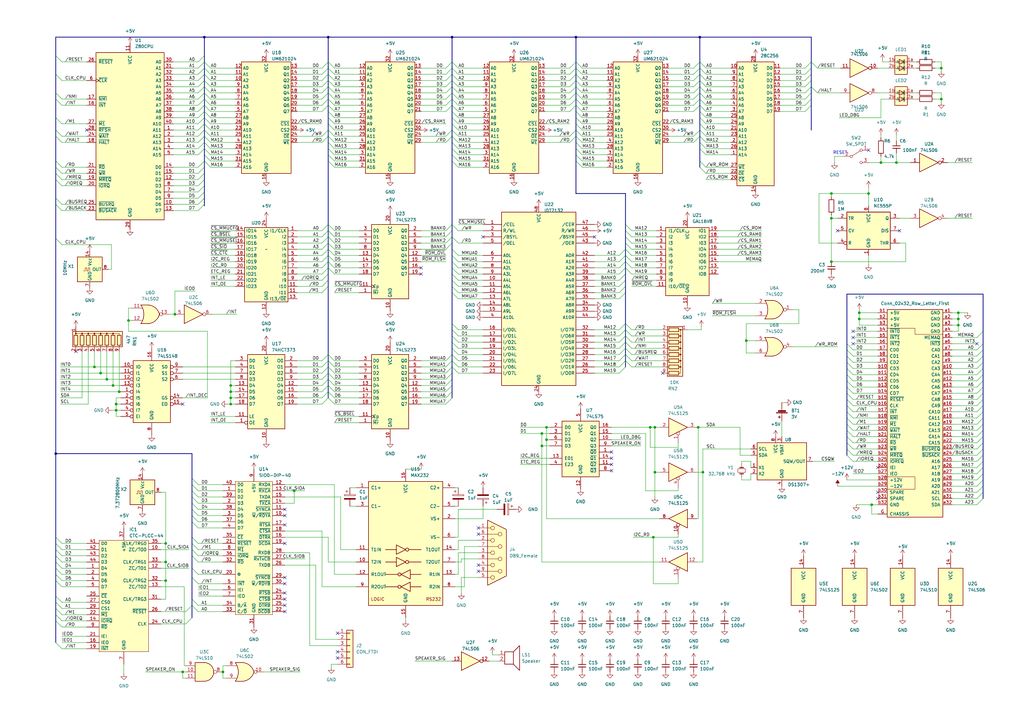
<source format=kicad_sch>
(kicad_sch (version 20231120) (generator "eeschema") (generator_version "8.0")
  (paper "A3")
  (title_block (title "Z8C CPU Board") (date "2022-09-29") (rev "1") (comment 1 "Z80 Homebrew Computer Main Processing Board") (comment 2 "CPU, CLK-GEN, Power-On-Reset, CTC, SIO, 512k RAM, 32k ROM") (comment 3 "https://github.com/dennis9819/Z8C-Homebrew-Computer"))
  (lib_symbols
    (symbol "74xx:74HC373"
      (property "Reference" "U" (at -7.62 16.51 0))
      (property "Value" "74HC373" (at -7.62 -16.51 0))
      (symbol "74HC373_1_0"
        (pin input inverted (at -12.7 -12.7 0) (length 5.08) (name "OE") (number "1"))
        (pin power_in line (at 0 -20.32 90) (length 5.08) (name "GND") (number "10"))
        (pin input line (at -12.7 -10.16 0) (length 5.08) (name "LE") (number "11"))
        (pin tri_state line (at 12.7 2.54 180) (length 5.08) (name "O4") (number "12"))
        (pin input line (at -12.7 2.54 0) (length 5.08) (name "D4") (number "13"))
        (pin input line (at -12.7 0 0) (length 5.08) (name "D5") (number "14"))
        (pin tri_state line (at 12.7 0 180) (length 5.08) (name "O5") (number "15"))
        (pin tri_state line (at 12.7 -2.54 180) (length 5.08) (name "O6") (number "16"))
        (pin input line (at -12.7 -2.54 0) (length 5.08) (name "D6") (number "17"))
        (pin input line (at -12.7 -5.08 0) (length 5.08) (name "D7") (number "18"))
        (pin tri_state line (at 12.7 -5.08 180) (length 5.08) (name "O7") (number "19"))
        (pin tri_state line (at 12.7 12.7 180) (length 5.08) (name "O0") (number "2"))
        (pin power_in line (at 0 20.32 270) (length 5.08) (name "VCC") (number "20"))
        (pin input line (at -12.7 12.7 0) (length 5.08) (name "D0") (number "3"))
        (pin input line (at -12.7 10.16 0) (length 5.08) (name "D1") (number "4"))
        (pin tri_state line (at 12.7 10.16 180) (length 5.08) (name "O1") (number "5"))
        (pin tri_state line (at 12.7 7.62 180) (length 5.08) (name "O2") (number "6"))
        (pin input line (at -12.7 7.62 0) (length 5.08) (name "D2") (number "7"))
        (pin input line (at -12.7 5.08 0) (length 5.08) (name "D3") (number "8"))
        (pin tri_state line (at 12.7 5.08 180) (length 5.08) (name "O3") (number "9"))
      )
    )
    (symbol "74xx:74LS02" (pin_names (offset 1.016))
      (property "Reference" "U" (at 0 1.27 0))
      (property "Value" "74LS02" (at 0 -1.27 0))
      (symbol "74LS02_1_1"
        (pin output inverted (at 7.62 0 180) (length 3.81) (name "~") (number "1"))
        (pin input line (at -7.62 2.54 0) (length 4.318) (name "~") (number "2"))
        (pin input line (at -7.62 -2.54 0) (length 4.318) (name "~") (number "3"))
      )
      (symbol "74LS02_1_2"
        (pin output line (at 7.62 0 180) (length 3.81) (name "~") (number "1"))
        (pin input inverted (at -7.62 2.54 0) (length 3.81) (name "~") (number "2"))
        (pin input inverted (at -7.62 -2.54 0) (length 3.81) (name "~") (number "3"))
      )
      (symbol "74LS02_2_1"
        (pin output inverted (at 7.62 0 180) (length 3.81) (name "~") (number "4"))
        (pin input line (at -7.62 2.54 0) (length 4.318) (name "~") (number "5"))
        (pin input line (at -7.62 -2.54 0) (length 4.318) (name "~") (number "6"))
      )
      (symbol "74LS02_2_2"
        (pin output line (at 7.62 0 180) (length 3.81) (name "~") (number "4"))
        (pin input inverted (at -7.62 2.54 0) (length 3.81) (name "~") (number "5"))
        (pin input inverted (at -7.62 -2.54 0) (length 3.81) (name "~") (number "6"))
      )
      (symbol "74LS02_3_1"
        (pin output inverted (at 7.62 0 180) (length 3.81) (name "~") (number "10"))
        (pin input line (at -7.62 2.54 0) (length 4.318) (name "~") (number "8"))
        (pin input line (at -7.62 -2.54 0) (length 4.318) (name "~") (number "9"))
      )
      (symbol "74LS02_3_2"
        (pin output line (at 7.62 0 180) (length 3.81) (name "~") (number "10"))
        (pin input inverted (at -7.62 2.54 0) (length 3.81) (name "~") (number "8"))
        (pin input inverted (at -7.62 -2.54 0) (length 3.81) (name "~") (number "9"))
      )
      (symbol "74LS02_4_1"
        (pin input line (at -7.62 2.54 0) (length 4.318) (name "~") (number "11"))
        (pin input line (at -7.62 -2.54 0) (length 4.318) (name "~") (number "12"))
        (pin output inverted (at 7.62 0 180) (length 3.81) (name "~") (number "13"))
      )
      (symbol "74LS02_4_2"
        (pin input inverted (at -7.62 2.54 0) (length 3.81) (name "~") (number "11"))
        (pin input inverted (at -7.62 -2.54 0) (length 3.81) (name "~") (number "12"))
        (pin output line (at 7.62 0 180) (length 3.81) (name "~") (number "13"))
      )
      (symbol "74LS02_5_0"
        (pin power_in line (at 0 12.7 270) (length 5.08) (name "VCC") (number "14"))
        (pin power_in line (at 0 -12.7 90) (length 5.08) (name "GND") (number "7"))
      )
    )
    (symbol "74xx:74LS06" (pin_names (offset 1.016))
      (property "Reference" "U" (at 0 1.27 0))
      (property "Value" "74LS06" (at 0 -1.27 0))
      (symbol "74LS06_1_0"
        (pin input line (at -7.62 0 0) (length 3.81) (name "~") (number "1"))
        (pin open_collector inverted (at 7.62 0 180) (length 3.81) (name "~") (number "2"))
      )
      (symbol "74LS06_2_0"
        (pin input line (at -7.62 0 0) (length 3.81) (name "~") (number "3"))
        (pin open_collector inverted (at 7.62 0 180) (length 3.81) (name "~") (number "4"))
      )
      (symbol "74LS06_3_0"
        (pin input line (at -7.62 0 0) (length 3.81) (name "~") (number "5"))
        (pin open_collector inverted (at 7.62 0 180) (length 3.81) (name "~") (number "6"))
      )
      (symbol "74LS06_4_0"
        (pin open_collector inverted (at 7.62 0 180) (length 3.81) (name "~") (number "8"))
        (pin input line (at -7.62 0 0) (length 3.81) (name "~") (number "9"))
      )
      (symbol "74LS06_5_0"
        (pin open_collector inverted (at 7.62 0 180) (length 3.81) (name "~") (number "10"))
        (pin input line (at -7.62 0 0) (length 3.81) (name "~") (number "11"))
      )
      (symbol "74LS06_6_0"
        (pin open_collector inverted (at 7.62 0 180) (length 3.81) (name "~") (number "12"))
        (pin input line (at -7.62 0 0) (length 3.81) (name "~") (number "13"))
      )
      (symbol "74LS06_7_0"
        (pin power_in line (at 0 12.7 270) (length 5.08) (name "VCC") (number "14"))
        (pin power_in line (at 0 -12.7 90) (length 5.08) (name "GND") (number "7"))
      )
    )
    (symbol "74xx:74LS10" (pin_names (offset 1.016))
      (property "Reference" "U" (at 0 1.27 0))
      (property "Value" "74LS10" (at 0 -1.27 0))
      (symbol "74LS10_1_1"
        (pin input line (at -7.62 2.54 0) (length 3.81) (name "~") (number "1"))
        (pin output inverted (at 7.62 0 180) (length 3.81) (name "~") (number "12"))
        (pin input line (at -7.62 -2.54 0) (length 3.81) (name "~") (number "13"))
        (pin input line (at -7.62 0 0) (length 3.81) (name "~") (number "2"))
      )
      (symbol "74LS10_1_2"
        (pin input inverted (at -7.62 2.54 0) (length 4.318) (name "~") (number "1"))
        (pin output line (at 7.62 0 180) (length 3.81) (name "~") (number "12"))
        (pin input inverted (at -7.62 -2.54 0) (length 4.318) (name "~") (number "13"))
        (pin input inverted (at -7.62 0 0) (length 4.953) (name "~") (number "2"))
      )
      (symbol "74LS10_2_1"
        (pin input line (at -7.62 2.54 0) (length 3.81) (name "~") (number "3"))
        (pin input line (at -7.62 0 0) (length 3.81) (name "~") (number "4"))
        (pin input line (at -7.62 -2.54 0) (length 3.81) (name "~") (number "5"))
        (pin output inverted (at 7.62 0 180) (length 3.81) (name "~") (number "6"))
      )
      (symbol "74LS10_2_2"
        (pin input inverted (at -7.62 2.54 0) (length 4.318) (name "~") (number "3"))
        (pin input inverted (at -7.62 0 0) (length 4.953) (name "~") (number "4"))
        (pin input inverted (at -7.62 -2.54 0) (length 4.318) (name "~") (number "5"))
        (pin output line (at 7.62 0 180) (length 3.81) (name "~") (number "6"))
      )
      (symbol "74LS10_3_1"
        (pin input line (at -7.62 0 0) (length 3.81) (name "~") (number "10"))
        (pin input line (at -7.62 -2.54 0) (length 3.81) (name "~") (number "11"))
        (pin output inverted (at 7.62 0 180) (length 3.81) (name "~") (number "8"))
        (pin input line (at -7.62 2.54 0) (length 3.81) (name "~") (number "9"))
      )
      (symbol "74LS10_3_2"
        (pin input inverted (at -7.62 0 0) (length 4.953) (name "~") (number "10"))
        (pin input inverted (at -7.62 -2.54 0) (length 4.318) (name "~") (number "11"))
        (pin output line (at 7.62 0 180) (length 3.81) (name "~") (number "8"))
        (pin input inverted (at -7.62 2.54 0) (length 4.318) (name "~") (number "9"))
      )
      (symbol "74LS10_4_0"
        (pin power_in line (at 0 12.7 270) (length 5.08) (name "VCC") (number "14"))
        (pin power_in line (at 0 -12.7 90) (length 5.08) (name "GND") (number "7"))
      )
    )
    (symbol "74xx:74LS125" (pin_names (offset 1.016))
      (property "Reference" "U" (at 0 1.27 0))
      (property "Value" "74LS125" (at 0 -1.27 0))
      (symbol "74LS125_1_0"
        (pin input inverted (at 0 -6.35 90) (length 4.445) (name "~") (number "1"))
        (pin input line (at -7.62 0 0) (length 3.81) (name "~") (number "2"))
        (pin tri_state line (at 7.62 0 180) (length 3.81) (name "~") (number "3"))
      )
      (symbol "74LS125_2_0"
        (pin input inverted (at 0 -6.35 90) (length 4.445) (name "~") (number "4"))
        (pin input line (at -7.62 0 0) (length 3.81) (name "~") (number "5"))
        (pin tri_state line (at 7.62 0 180) (length 3.81) (name "~") (number "6"))
      )
      (symbol "74LS125_3_0"
        (pin input inverted (at 0 -6.35 90) (length 4.445) (name "~") (number "10"))
        (pin tri_state line (at 7.62 0 180) (length 3.81) (name "~") (number "8"))
        (pin input line (at -7.62 0 0) (length 3.81) (name "~") (number "9"))
      )
      (symbol "74LS125_4_0"
        (pin tri_state line (at 7.62 0 180) (length 3.81) (name "~") (number "11"))
        (pin input line (at -7.62 0 0) (length 3.81) (name "~") (number "12"))
        (pin input inverted (at 0 -6.35 90) (length 4.445) (name "~") (number "13"))
      )
      (symbol "74LS125_5_0"
        (pin power_in line (at 0 12.7 270) (length 5.08) (name "VCC") (number "14"))
        (pin power_in line (at 0 -12.7 90) (length 5.08) (name "GND") (number "7"))
      )
    )
    (symbol "74xx:74LS148" (pin_names (offset 1.016))
      (property "Reference" "U" (at -7.62 13.97 0))
      (property "Value" "74LS148" (at -7.62 -13.97 0))
      (symbol "74LS148_1_0"
        (pin input inverted (at -12.7 0 0) (length 5.08) (name "I4") (number "1"))
        (pin input inverted (at -12.7 10.16 0) (length 5.08) (name "IO") (number "10"))
        (pin input inverted (at -12.7 7.62 0) (length 5.08) (name "I1") (number "11"))
        (pin input inverted (at -12.7 5.08 0) (length 5.08) (name "I2") (number "12"))
        (pin input inverted (at -12.7 2.54 0) (length 5.08) (name "I3") (number "13"))
        (pin output inverted (at 12.7 -2.54 180) (length 5.08) (name "GS") (number "14"))
        (pin output inverted (at 12.7 -5.08 180) (length 5.08) (name "EO") (number "15"))
        (pin power_in line (at 0 17.78 270) (length 5.08) (name "VCC") (number "16"))
        (pin input inverted (at -12.7 -2.54 0) (length 5.08) (name "I5") (number "2"))
        (pin input inverted (at -12.7 -5.08 0) (length 5.08) (name "I6") (number "3"))
        (pin input inverted (at -12.7 -7.62 0) (length 5.08) (name "I7") (number "4"))
        (pin input inverted (at -12.7 -10.16 0) (length 5.08) (name "EI") (number "5"))
        (pin output inverted (at 12.7 5.08 180) (length 5.08) (name "S2") (number "6"))
        (pin output inverted (at 12.7 7.62 180) (length 5.08) (name "S1") (number "7"))
        (pin power_in line (at 0 -17.78 90) (length 5.08) (name "GND") (number "8"))
        (pin output inverted (at 12.7 10.16 180) (length 5.08) (name "S0") (number "9"))
      )
    )
    (symbol "74xx:74LS273"
      (property "Reference" "U" (at -7.62 16.51 0))
      (property "Value" "74LS273" (at -7.62 -16.51 0))
      (symbol "74LS273_1_0"
        (pin input line (at -12.7 -12.7 0) (length 5.08) (name "~{Mr}") (number "1"))
        (pin power_in line (at 0 -20.32 90) (length 5.08) (name "GND") (number "10"))
        (pin input clock (at -12.7 -10.16 0) (length 5.08) (name "Cp") (number "11"))
        (pin output line (at 12.7 2.54 180) (length 5.08) (name "Q4") (number "12"))
        (pin input line (at -12.7 2.54 0) (length 5.08) (name "D4") (number "13"))
        (pin input line (at -12.7 0 0) (length 5.08) (name "D5") (number "14"))
        (pin output line (at 12.7 0 180) (length 5.08) (name "Q5") (number "15"))
        (pin output line (at 12.7 -2.54 180) (length 5.08) (name "Q6") (number "16"))
        (pin input line (at -12.7 -2.54 0) (length 5.08) (name "D6") (number "17"))
        (pin input line (at -12.7 -5.08 0) (length 5.08) (name "D7") (number "18"))
        (pin output line (at 12.7 -5.08 180) (length 5.08) (name "Q7") (number "19"))
        (pin output line (at 12.7 12.7 180) (length 5.08) (name "Q0") (number "2"))
        (pin power_in line (at 0 20.32 270) (length 5.08) (name "VCC") (number "20"))
        (pin input line (at -12.7 12.7 0) (length 5.08) (name "D0") (number "3"))
        (pin input line (at -12.7 10.16 0) (length 5.08) (name "D1") (number "4"))
        (pin output line (at 12.7 10.16 180) (length 5.08) (name "Q1") (number "5"))
        (pin output line (at 12.7 7.62 180) (length 5.08) (name "Q2") (number "6"))
        (pin input line (at -12.7 7.62 0) (length 5.08) (name "D2") (number "7"))
        (pin input line (at -12.7 5.08 0) (length 5.08) (name "D3") (number "8"))
        (pin output line (at 12.7 5.08 180) (length 5.08) (name "Q3") (number "9"))
      )
    )
    (symbol "74xx:74LS75" (pin_names (offset 1.016))
      (property "Reference" "U" (at -7.62 11.43 0))
      (property "Value" "74LS75" (at -7.62 -13.97 0))
      (symbol "74LS75_1_0"
        (pin output line (at 12.7 -2.54 180) (length 5.08) (name "~{Q0}") (number "1"))
        (pin output line (at 12.7 2.54 180) (length 5.08) (name "Q2") (number "10"))
        (pin output line (at 12.7 -7.62 180) (length 5.08) (name "~{Q2}") (number "11"))
        (pin power_in line (at 0 -17.78 90) (length 5.08) (name "GND") (number "12"))
        (pin input line (at -12.7 -5.08 0) (length 5.08) (name "E01") (number "13"))
        (pin output line (at 12.7 -5.08 180) (length 5.08) (name "~{Q1}") (number "14"))
        (pin output line (at 12.7 5.08 180) (length 5.08) (name "Q1") (number "15"))
        (pin output line (at 12.7 7.62 180) (length 5.08) (name "Q0") (number "16"))
        (pin input line (at -12.7 7.62 0) (length 5.08) (name "D0") (number "2"))
        (pin input line (at -12.7 5.08 0) (length 5.08) (name "D1") (number "3"))
        (pin input line (at -12.7 -7.62 0) (length 5.08) (name "E23") (number "4"))
        (pin power_in line (at 0 15.24 270) (length 5.08) (name "VCC") (number "5"))
        (pin input line (at -12.7 2.54 0) (length 5.08) (name "D2") (number "6"))
        (pin input line (at -12.7 0 0) (length 5.08) (name "D3") (number "7"))
        (pin output line (at 12.7 -10.16 180) (length 5.08) (name "~{Q3}") (number "8"))
        (pin output line (at 12.7 0 180) (length 5.08) (name "Q3") (number "9"))
      )
    )
    (symbol "CPU:Z80CPU" (pin_names (offset 1.016))
      (property "Reference" "U" (at -13.97 35.56 0))
      (property "Value" "Z80CPU" (at 6.35 35.56 0))
      (symbol "Z80CPU_1_1"
        (pin output line (at 17.78 2.54 180) (length 3.81) (name "A11") (number "1"))
        (pin bidirectional line (at 17.78 -27.94 180) (length 3.81) (name "D6") (number "10"))
        (pin power_in line (at 0 38.1 270) (length 3.81) (name "VCC") (number "11"))
        (pin bidirectional line (at 17.78 -17.78 180) (length 3.81) (name "D2") (number "12"))
        (pin bidirectional line (at 17.78 -30.48 180) (length 3.81) (name "D7") (number "13"))
        (pin bidirectional line (at 17.78 -12.7 180) (length 3.81) (name "D0") (number "14"))
        (pin bidirectional line (at 17.78 -15.24 180) (length 3.81) (name "D1") (number "15"))
        (pin input line (at -17.78 12.7 0) (length 3.81) (name "~{INT}") (number "16"))
        (pin input line (at -17.78 15.24 0) (length 3.81) (name "~{NMI}") (number "17"))
        (pin output line (at -17.78 -2.54 0) (length 3.81) (name "~{HALT}") (number "18"))
        (pin output line (at -17.78 -17.78 0) (length 3.81) (name "~{MREQ}") (number "19"))
        (pin output line (at 17.78 0 180) (length 3.81) (name "A12") (number "2"))
        (pin output line (at -17.78 -20.32 0) (length 3.81) (name "~{IORQ}") (number "20"))
        (pin output line (at -17.78 -12.7 0) (length 3.81) (name "~{RD}") (number "21"))
        (pin output line (at -17.78 -15.24 0) (length 3.81) (name "~{WR}") (number "22"))
        (pin output line (at -17.78 -30.48 0) (length 3.81) (name "~{BUSACK}") (number "23"))
        (pin input line (at -17.78 0 0) (length 3.81) (name "~{WAIT}") (number "24"))
        (pin input line (at -17.78 -27.94 0) (length 3.81) (name "~{BUSRQ}") (number "25"))
        (pin input line (at -17.78 30.48 0) (length 3.81) (name "~{RESET}") (number "26"))
        (pin output line (at -17.78 5.08 0) (length 3.81) (name "~{M1}") (number "27"))
        (pin output line (at -17.78 2.54 0) (length 3.81) (name "~{RFSH}") (number "28"))
        (pin power_in line (at 0 -38.1 90) (length 3.81) (name "GND") (number "29"))
        (pin output line (at 17.78 -2.54 180) (length 3.81) (name "A13") (number "3"))
        (pin output line (at 17.78 30.48 180) (length 3.81) (name "A0") (number "30"))
        (pin output line (at 17.78 27.94 180) (length 3.81) (name "A1") (number "31"))
        (pin output line (at 17.78 25.4 180) (length 3.81) (name "A2") (number "32"))
        (pin output line (at 17.78 22.86 180) (length 3.81) (name "A3") (number "33"))
        (pin output line (at 17.78 20.32 180) (length 3.81) (name "A4") (number "34"))
        (pin output line (at 17.78 17.78 180) (length 3.81) (name "A5") (number "35"))
        (pin output line (at 17.78 15.24 180) (length 3.81) (name "A6") (number "36"))
        (pin output line (at 17.78 12.7 180) (length 3.81) (name "A7") (number "37"))
        (pin output line (at 17.78 10.16 180) (length 3.81) (name "A8") (number "38"))
        (pin output line (at 17.78 7.62 180) (length 3.81) (name "A9") (number "39"))
        (pin output line (at 17.78 -5.08 180) (length 3.81) (name "A14") (number "4"))
        (pin output line (at 17.78 5.08 180) (length 3.81) (name "A10") (number "40"))
        (pin output line (at 17.78 -7.62 180) (length 3.81) (name "A15") (number "5"))
        (pin input clock (at -17.78 22.86 0) (length 3.81) (name "~{CLK}") (number "6"))
        (pin bidirectional line (at 17.78 -22.86 180) (length 3.81) (name "D4") (number "7"))
        (pin bidirectional line (at 17.78 -20.32 180) (length 3.81) (name "D3") (number "8"))
        (pin bidirectional line (at 17.78 -25.4 180) (length 3.81) (name "D5") (number "9"))
      )
    )
    (symbol "Connector:DB9_Female" (pin_names (offset 1.016) hide)
      (property "Reference" "J" (at 0 13.97 0))
      (property "Value" "DB9_Female" (at 0 -14.605 0))
      (symbol "DB9_Female_1_1"
        (pin passive line (at -7.62 10.16 0) (length 3.81) (name "1") (number "1"))
        (pin passive line (at -7.62 5.08 0) (length 3.81) (name "2") (number "2"))
        (pin passive line (at -7.62 0 0) (length 3.81) (name "3") (number "3"))
        (pin passive line (at -7.62 -5.08 0) (length 3.81) (name "4") (number "4"))
        (pin passive line (at -7.62 -10.16 0) (length 3.81) (name "5") (number "5"))
        (pin passive line (at -7.62 7.62 0) (length 3.81) (name "6") (number "6"))
        (pin passive line (at -7.62 2.54 0) (length 3.81) (name "7") (number "7"))
        (pin passive line (at -7.62 -2.54 0) (length 3.81) (name "8") (number "8"))
        (pin passive line (at -7.62 -7.62 0) (length 3.81) (name "9") (number "9"))
      )
    )
    (symbol "Connector_Generic:Conn_01x06" (pin_names (offset 1.016) hide)
      (property "Reference" "J" (at 0 7.62 0))
      (property "Value" "Conn_01x06" (at 0 -10.16 0))
      (symbol "Conn_01x06_1_1"
        (pin passive line (at -5.08 5.08 0) (length 3.81) (name "Pin_1") (number "1"))
        (pin passive line (at -5.08 2.54 0) (length 3.81) (name "Pin_2") (number "2"))
        (pin passive line (at -5.08 0 0) (length 3.81) (name "Pin_3") (number "3"))
        (pin passive line (at -5.08 -2.54 0) (length 3.81) (name "Pin_4") (number "4"))
        (pin passive line (at -5.08 -5.08 0) (length 3.81) (name "Pin_5") (number "5"))
        (pin passive line (at -5.08 -7.62 0) (length 3.81) (name "Pin_6") (number "6"))
      )
    )
    (symbol "CustomSymbols:MENOTR_A500_Dual_3mm"
      (property "Reference" "LED?" (at 0 7.62 0))
      (property "Value" "MENOTR_A500_Dual_3mm" (at 0 5.08 0))
      (symbol "MENOTR_A500_Dual_3mm_1_1"
        (pin passive line (at 5.08 1.27 180) (length 2.54) (name "K") (number "1a"))
        (pin passive line (at -5.08 1.27 0) (length 2.54) (name "A") (number "1b"))
        (pin passive line (at 5.08 -1.27 180) (length 2.54) (name "K") (number "2a"))
        (pin passive line (at -5.08 -1.27 0) (length 2.54) (name "A") (number "2b"))
      )
    )
    (symbol "Dennis2:GAL22V10"
      (property "Reference" "U" (at 0 5.08 0))
      (symbol "GAL22V10_1_0"
        (pin power_in line (at 0 -20.32 90) (length 3.81) (name "GND") (number "12"))
        (pin power_in line (at 0 17.78 270) (length 3.81) (name "VCC") (number "24"))
      )
      (symbol "GAL22V10_1_1"
        (pin input line (at -12.7 12.7 0) (length 3.81) (name "I1/CLK") (number "1"))
        (pin input line (at -12.7 -10.16 0) (length 3.81) (name "I10") (number "11"))
        (pin input line (at -12.7 -12.7 0) (length 3.81) (name "I11") (number "11"))
        (pin input line (at -12.7 -15.24 0) (length 3.81) (name "I13/~{OE}") (number "13"))
        (pin tri_state line (at 12.7 12.7 180) (length 3.81) (name "IO14") (number "14"))
        (pin tri_state line (at 12.7 10.16 180) (length 3.81) (name "IO15") (number "15"))
        (pin tri_state line (at 12.7 7.62 180) (length 3.81) (name "IO16") (number "16"))
        (pin tri_state line (at 12.7 5.08 180) (length 3.81) (name "IO17") (number "17"))
        (pin tri_state line (at 12.7 2.54 180) (length 3.81) (name "IO18") (number "18"))
        (pin tri_state line (at 12.7 0 180) (length 3.81) (name "IO19") (number "19"))
        (pin input line (at -12.7 10.16 0) (length 3.81) (name "I2") (number "2"))
        (pin tri_state line (at 12.7 -2.54 180) (length 3.81) (name "IO20") (number "20"))
        (pin tri_state line (at 12.7 -5.08 180) (length 3.81) (name "IO21") (number "21"))
        (pin tri_state line (at 12.7 -7.62 180) (length 3.81) (name "IO22") (number "22"))
        (pin tri_state line (at 12.7 -10.16 180) (length 3.81) (name "IO23") (number "23"))
        (pin input line (at -12.7 7.62 0) (length 3.81) (name "I3") (number "3"))
        (pin input line (at -12.7 5.08 0) (length 3.81) (name "I4") (number "4"))
        (pin input line (at -12.7 2.54 0) (length 3.81) (name "I5") (number "5"))
        (pin input line (at -12.7 0 0) (length 3.81) (name "I6") (number "6"))
        (pin input line (at -12.7 -2.54 0) (length 3.81) (name "I7") (number "7"))
        (pin input line (at -12.7 -5.08 0) (length 3.81) (name "I8") (number "8"))
        (pin input line (at -12.7 -7.62 0) (length 3.81) (name "I9") (number "9"))
      )
    )
    (symbol "Dennis2:Z8C_Card" (pin_names (offset 1.016))
      (property "Reference" "J1" (at 0 41.91 0))
      (property "Value" "Z8C_Card" (at 0 39.37 0))
      (symbol "Z8C_Card_1_1"
        (pin power_out line (at -15.24 -43.18 0) (length 3.81) (name "CHASSIS") (number "G"))
        (pin power_out line (at 15.24 39.37 180) (length 3.81) (name "GND") (number "a1"))
        (pin passive line (at 15.24 16.51 180) (length 3.81) (name "CA3") (number "a10"))
        (pin passive line (at 15.24 13.97 180) (length 3.81) (name "CA4") (number "a11"))
        (pin passive line (at 15.24 11.43 180) (length 3.81) (name "CA5") (number "a12"))
        (pin passive line (at 15.24 8.89 180) (length 3.81) (name "CA6") (number "a13"))
        (pin passive line (at 15.24 6.35 180) (length 3.81) (name "CA7") (number "a14"))
        (pin passive line (at 15.24 3.81 180) (length 3.81) (name "CA8") (number "a15"))
        (pin passive line (at 15.24 1.27 180) (length 3.81) (name "CA9") (number "a16"))
        (pin passive line (at 15.24 -1.27 180) (length 3.81) (name "CA10") (number "a17"))
        (pin passive line (at 15.24 -3.81 180) (length 3.81) (name "CA11") (number "a18"))
        (pin passive line (at 15.24 -6.35 180) (length 3.81) (name "CA12") (number "a19"))
        (pin power_out line (at 15.24 36.83 180) (length 3.81) (name "GND") (number "a2"))
        (pin passive line (at 15.24 -8.89 180) (length 3.81) (name "CA13") (number "a20"))
        (pin passive line (at 15.24 -11.43 180) (length 3.81) (name "CA14") (number "a21"))
        (pin passive line (at 15.24 -13.97 180) (length 3.81) (name "CA15") (number "a22"))
        (pin passive line (at 15.24 -16.51 180) (length 3.81) (name "~{BUSREQ}") (number "a23"))
        (pin passive line (at 15.24 -19.05 180) (length 3.81) (name "~{BUSACK}") (number "a24"))
        (pin passive line (at 15.24 -21.59 180) (length 3.81) (name "A16") (number "a25"))
        (pin passive line (at 15.24 -24.13 180) (length 3.81) (name "A17") (number "a26"))
        (pin passive line (at 15.24 -26.67 180) (length 3.81) (name "A18") (number "a27"))
        (pin passive line (at 15.24 -29.21 180) (length 3.81) (name "A19") (number "a28"))
        (pin passive line (at 15.24 -31.75 180) (length 3.81) (name "A20") (number "a29"))
        (pin power_out line (at 15.24 34.29 180) (length 3.81) (name "GND") (number "a3"))
        (pin passive line (at 15.24 -34.29 180) (length 3.81) (name "A21") (number "a30"))
        (pin passive line (at 15.24 -36.83 180) (length 3.81) (name "SCL") (number "a31"))
        (pin passive line (at 15.24 -39.37 180) (length 3.81) (name "SDA") (number "a32"))
        (pin power_out line (at 15.24 31.75 180) (length 3.81) (name "GND") (number "a4"))
        (pin passive line (at 15.24 29.21 180) (length 3.81) (name "MEMAQ") (number "a5"))
        (pin passive line (at 15.24 26.67 180) (length 3.81) (name "~{INT3}") (number "a6"))
        (pin passive line (at 15.24 24.13 180) (length 3.81) (name "CA0") (number "a7"))
        (pin passive line (at 15.24 21.59 180) (length 3.81) (name "CA1") (number "a8"))
        (pin passive line (at 15.24 19.05 180) (length 3.81) (name "CA2") (number "a9"))
        (pin power_out line (at -15.24 39.37 0) (length 3.81) (name "+5V") (number "b1"))
        (pin passive line (at -15.24 16.51 0) (length 3.81) (name "CD3") (number "b10"))
        (pin passive line (at -15.24 13.97 0) (length 3.81) (name "CD4") (number "b11"))
        (pin passive line (at -15.24 11.43 0) (length 3.81) (name "CD5") (number "b12"))
        (pin passive line (at -15.24 8.89 0) (length 3.81) (name "CD6") (number "b13"))
        (pin passive line (at -15.24 6.35 0) (length 3.81) (name "CD7") (number "b14"))
        (pin passive line (at -15.24 3.81 0) (length 3.81) (name "~{RESET}") (number "b15"))
        (pin passive line (at -15.24 1.27 0) (length 3.81) (name "CLK") (number "b16"))
        (pin passive line (at -15.24 -1.27 0) (length 3.81) (name "~{INT}") (number "b17"))
        (pin passive line (at -15.24 -3.81 0) (length 3.81) (name "~{NMI}") (number "b18"))
        (pin passive line (at -15.24 -6.35 0) (length 3.81) (name "~{M1}") (number "b19"))
        (pin power_out line (at -15.24 36.83 0) (length 3.81) (name "+5V") (number "b2"))
        (pin passive line (at -15.24 -8.89 0) (length 3.81) (name "~{WAIT}") (number "b20"))
        (pin passive line (at -15.24 -11.43 0) (length 3.81) (name "~{HALT}") (number "b21"))
        (pin passive line (at -15.24 -13.97 0) (length 3.81) (name "~{RD}") (number "b22"))
        (pin passive line (at -15.24 -16.51 0) (length 3.81) (name "~{WR}") (number "b23"))
        (pin passive line (at -15.24 -19.05 0) (length 3.81) (name "~{MREQ}") (number "b24"))
        (pin passive line (at -15.24 -21.59 0) (length 3.81) (name "~{IOREQ}") (number "b25"))
        (pin passive line (at -15.24 -24.13 0) (length 3.81) (name "IEI") (number "b26"))
        (pin passive line (at -15.24 -26.67 0) (length 3.81) (name "IEO") (number "b27"))
        (pin power_out line (at -15.24 -29.21 0) (length 3.81) (name "+12V") (number "b28"))
        (pin power_out line (at -15.24 -31.75 0) (length 3.81) (name "-12V") (number "b29"))
        (pin power_out line (at -15.24 34.29 0) (length 3.81) (name "+5V") (number "b3"))
        (pin passive line (at -15.24 -34.29 0) (length 3.81) (name "SPARE") (number "b30"))
        (pin passive line (at -15.24 -36.83 0) (length 3.81) (name "SPARE") (number "b31"))
        (pin power_out line (at -15.24 -39.37 0) (length 3.81) (name "GND") (number "b32"))
        (pin passive line (at -15.24 31.75 0) (length 3.81) (name "~{INT0}") (number "b4"))
        (pin passive line (at -15.24 29.21 0) (length 3.81) (name "~{INT1}") (number "b5"))
        (pin passive line (at -15.24 26.67 0) (length 3.81) (name "~{INT2}") (number "b6"))
        (pin passive line (at -15.24 24.13 0) (length 3.81) (name "CD0") (number "b7"))
        (pin passive line (at -15.24 21.59 0) (length 3.81) (name "CD1") (number "b8"))
        (pin passive line (at -15.24 19.05 0) (length 3.81) (name "CD2") (number "b9"))
      )
    )
    (symbol "Device:Battery_Cell" (pin_numbers hide) (pin_names (offset 0) hide)
      (property "Reference" "BT1" (at 3.175 3.3021 0))
      (property "Value" "3V" (at 3.175 0.7621 0))
      (symbol "Battery_Cell_1_1"
        (pin passive line (at 0 -2.54 90) (length 2.54) (name "neg") (number "neg"))
        (pin passive line (at 0 5.08 270) (length 2.54) (name "pos") (number "pos"))
      )
    )
    (symbol "Device:C_Polarized" (pin_numbers hide) (pin_names (offset 0.254))
      (property "Reference" "C" (at 0.635 2.54 0))
      (property "Value" "C_Polarized" (at 0.635 -2.54 0))
      (symbol "C_Polarized_1_1"
        (pin passive line (at 0 3.81 270) (length 2.794) (name "~") (number "1"))
        (pin passive line (at 0 -3.81 90) (length 2.794) (name "~") (number "2"))
      )
    )
    (symbol "Device:C_Small" (pin_numbers hide) (pin_names (offset 0.254) hide)
      (property "Reference" "C" (at 0.254 1.778 0))
      (property "Value" "C_Small" (at 0.254 -2.032 0))
      (symbol "C_Small_1_1"
        (pin passive line (at 0 2.54 270) (length 2.032) (name "~") (number "1"))
        (pin passive line (at 0 -2.54 90) (length 2.032) (name "~") (number "2"))
      )
    )
    (symbol "Device:Crystal_Small" (pin_numbers hide) (pin_names (offset 1.016) hide)
      (property "Reference" "Y" (at 0 2.54 0))
      (property "Value" "Crystal_Small" (at 0 -2.54 0))
      (symbol "Crystal_Small_1_1"
        (pin passive line (at -2.54 0 0) (length 1.27) (name "1") (number "1"))
        (pin passive line (at 2.54 0 180) (length 1.27) (name "2") (number "2"))
      )
    )
    (symbol "Device:R" (pin_numbers hide) (pin_names (offset 0))
      (property "Reference" "R" (at 2.032 0 90))
      (property "Value" "R" (at 0 0 90))
      (symbol "R_1_1"
        (pin passive line (at 0 3.81 270) (length 1.27) (name "~") (number "1"))
        (pin passive line (at 0 -3.81 90) (length 1.27) (name "~") (number "2"))
      )
    )
    (symbol "Device:R_Network08" (pin_names (offset 0) hide)
      (property "Reference" "RN" (at -12.7 0 90))
      (property "Value" "R_Network08" (at 10.16 0 90))
      (symbol "R_Network08_1_1"
        (pin passive line (at -10.16 5.08 270) (length 2.54) (name "common") (number "1"))
        (pin passive line (at -10.16 -5.08 90) (length 1.27) (name "R1") (number "2"))
        (pin passive line (at -7.62 -5.08 90) (length 1.27) (name "R2") (number "3"))
        (pin passive line (at -5.08 -5.08 90) (length 1.27) (name "R3") (number "4"))
        (pin passive line (at -2.54 -5.08 90) (length 1.27) (name "R4") (number "5"))
        (pin passive line (at 0 -5.08 90) (length 1.27) (name "R5") (number "6"))
        (pin passive line (at 2.54 -5.08 90) (length 1.27) (name "R6") (number "7"))
        (pin passive line (at 5.08 -5.08 90) (length 1.27) (name "R7") (number "8"))
        (pin passive line (at 7.62 -5.08 90) (length 1.27) (name "R8") (number "9"))
      )
    )
    (symbol "Device:Speaker" (pin_names (offset 0) hide)
      (property "Reference" "LS" (at 1.27 5.715 0))
      (property "Value" "Speaker" (at 1.27 3.81 0))
      (symbol "Speaker_1_1"
        (pin input line (at -5.08 0 0) (length 2.54) (name "1") (number "1"))
        (pin input line (at -5.08 -2.54 0) (length 2.54) (name "2") (number "2"))
      )
    )
    (symbol "Interface_UART:MAX232" (pin_names (offset 1.016))
      (property "Reference" "U" (at -2.54 28.575 0))
      (property "Value" "MAX232" (at -2.54 26.67 0))
      (symbol "MAX232_0_0"
        (text "LOGIC" (at -11.43 -22.86 0) (effects (font (size 1.27 1.27))))
        (text "RS232" (at 11.43 -22.86 0) (effects (font (size 1.27 1.27))))
      )
      (symbol "MAX232_1_1"
        (pin passive line (at -20.32 22.86 0) (length 5.08) (name "C1+") (number "1"))
        (pin input line (at -20.32 -7.62 0) (length 5.08) (name "T2IN") (number "10"))
        (pin input line (at -20.32 -2.54 0) (length 5.08) (name "T1IN") (number "11"))
        (pin output line (at -20.32 -12.7 0) (length 5.08) (name "R1OUT") (number "12"))
        (pin input line (at 20.32 -12.7 180) (length 5.08) (name "R1IN") (number "13"))
        (pin output line (at 20.32 -2.54 180) (length 5.08) (name "T1OUT") (number "14"))
        (pin power_in line (at 0 -30.48 90) (length 5.08) (name "GND") (number "15"))
        (pin power_in line (at 0 30.48 270) (length 5.08) (name "VCC") (number "16"))
        (pin power_out line (at 20.32 10.16 180) (length 5.08) (name "VS+") (number "2"))
        (pin passive line (at -20.32 15.24 0) (length 5.08) (name "C1-") (number "3"))
        (pin passive line (at 20.32 22.86 180) (length 5.08) (name "C2+") (number "4"))
        (pin passive line (at 20.32 15.24 180) (length 5.08) (name "C2-") (number "5"))
        (pin power_out line (at 20.32 2.54 180) (length 5.08) (name "VS-") (number "6"))
        (pin output line (at 20.32 -7.62 180) (length 5.08) (name "T2OUT") (number "7"))
        (pin input line (at 20.32 -17.78 180) (length 5.08) (name "R2IN") (number "8"))
        (pin output line (at -20.32 -17.78 0) (length 5.08) (name "R2OUT") (number "9"))
      )
    )
    (symbol "Logic_Programmable:GAL16V8" (pin_names (offset 1.016))
      (property "Reference" "U" (at -8.89 16.51 0))
      (property "Value" "GAL16V8" (at 1.27 16.51 0))
      (symbol "GAL16V8_0_0"
        (pin power_in line (at 0 -17.78 90) (length 3.81) (name "GND") (number "10"))
        (pin power_in line (at 0 17.78 270) (length 3.81) (name "VCC") (number "20"))
      )
      (symbol "GAL16V8_1_1"
        (pin input line (at -12.7 12.7 0) (length 3.81) (name "I1/CLK") (number "1"))
        (pin input line (at -12.7 -10.16 0) (length 3.81) (name "I10/~{OE}") (number "11"))
        (pin tri_state line (at 12.7 -5.08 180) (length 3.81) (name "IO8") (number "12"))
        (pin tri_state line (at 12.7 -2.54 180) (length 3.81) (name "IO7") (number "13"))
        (pin tri_state line (at 12.7 0 180) (length 3.81) (name "IO6") (number "14"))
        (pin tri_state line (at 12.7 2.54 180) (length 3.81) (name "IO5") (number "15"))
        (pin tri_state line (at 12.7 5.08 180) (length 3.81) (name "IO4") (number "16"))
        (pin tri_state line (at 12.7 7.62 180) (length 3.81) (name "I03") (number "17"))
        (pin tri_state line (at 12.7 10.16 180) (length 3.81) (name "IO2") (number "18"))
        (pin tri_state line (at 12.7 12.7 180) (length 3.81) (name "IO1") (number "19"))
        (pin input line (at -12.7 10.16 0) (length 3.81) (name "I2") (number "2"))
        (pin input line (at -12.7 7.62 0) (length 3.81) (name "I3") (number "3"))
        (pin input line (at -12.7 5.08 0) (length 3.81) (name "I4") (number "4"))
        (pin input line (at -12.7 2.54 0) (length 3.81) (name "I5") (number "5"))
        (pin input line (at -12.7 0 0) (length 3.81) (name "I6") (number "6"))
        (pin input line (at -12.7 -2.54 0) (length 3.81) (name "I7") (number "7"))
        (pin input line (at -12.7 -5.08 0) (length 3.81) (name "I8") (number "8"))
        (pin input line (at -12.7 -7.62 0) (length 3.81) (name "I9") (number "9"))
      )
    )
    (symbol "Memory_EEPROM:28C256"
      (property "Reference" "U" (at -7.62 26.67 0))
      (property "Value" "28C256" (at 2.54 -26.67 0))
      (symbol "28C256_1_1"
        (pin input line (at -10.16 -12.7 0) (length 2.54) (name "A14") (number "1"))
        (pin input line (at -10.16 22.86 0) (length 2.54) (name "A0") (number "10"))
        (pin tri_state line (at 10.16 22.86 180) (length 2.54) (name "D0") (number "11"))
        (pin tri_state line (at 10.16 20.32 180) (length 2.54) (name "D1") (number "12"))
        (pin tri_state line (at 10.16 17.78 180) (length 2.54) (name "D2") (number "13"))
        (pin power_in line (at 0 -27.94 90) (length 2.54) (name "GND") (number "14"))
        (pin tri_state line (at 10.16 15.24 180) (length 2.54) (name "D3") (number "15"))
        (pin tri_state line (at 10.16 12.7 180) (length 2.54) (name "D4") (number "16"))
        (pin tri_state line (at 10.16 10.16 180) (length 2.54) (name "D5") (number "17"))
        (pin tri_state line (at 10.16 7.62 180) (length 2.54) (name "D6") (number "18"))
        (pin tri_state line (at 10.16 5.08 180) (length 2.54) (name "D7") (number "19"))
        (pin input line (at -10.16 -7.62 0) (length 2.54) (name "A12") (number "2"))
        (pin input line (at -10.16 -22.86 0) (length 2.54) (name "~{CS}") (number "20"))
        (pin input line (at -10.16 -2.54 0) (length 2.54) (name "A10") (number "21"))
        (pin input line (at -10.16 -20.32 0) (length 2.54) (name "~{OE}") (number "22"))
        (pin input line (at -10.16 -5.08 0) (length 2.54) (name "A11") (number "23"))
        (pin input line (at -10.16 0 0) (length 2.54) (name "A9") (number "24"))
        (pin input line (at -10.16 2.54 0) (length 2.54) (name "A8") (number "25"))
        (pin input line (at -10.16 -10.16 0) (length 2.54) (name "A13") (number "26"))
        (pin input line (at -10.16 -17.78 0) (length 2.54) (name "~{WE}") (number "27"))
        (pin power_in line (at 0 27.94 270) (length 2.54) (name "VCC") (number "28"))
        (pin input line (at -10.16 5.08 0) (length 2.54) (name "A7") (number "3"))
        (pin input line (at -10.16 7.62 0) (length 2.54) (name "A6") (number "4"))
        (pin input line (at -10.16 10.16 0) (length 2.54) (name "A5") (number "5"))
        (pin input line (at -10.16 12.7 0) (length 2.54) (name "A4") (number "6"))
        (pin input line (at -10.16 15.24 0) (length 2.54) (name "A3") (number "7"))
        (pin input line (at -10.16 17.78 0) (length 2.54) (name "A2") (number "8"))
        (pin input line (at -10.16 20.32 0) (length 2.54) (name "A1") (number "9"))
      )
    )
    (symbol "Memory_RAM:628128_DIP32_SSOP32"
      (property "Reference" "U" (at -10.16 23.495 0))
      (property "Value" "628128_DIP32_SSOP32" (at 2.54 23.495 0))
      (symbol "628128_DIP32_SSOP32_0_0"
        (pin power_in line (at 0 -25.4 90) (length 2.54) (name "GND") (number "16"))
        (pin power_in line (at 0 25.4 270) (length 2.54) (name "VCC") (number "32"))
      )
      (symbol "628128_DIP32_SSOP32_1_1"
        (pin no_connect line (at 10.16 -20.32 180) (length 2.54) hide (name "NC") (number "1"))
        (pin input line (at -12.7 15.24 0) (length 2.54) (name "A2") (number "10"))
        (pin input line (at -12.7 17.78 0) (length 2.54) (name "A1") (number "11"))
        (pin input line (at -12.7 20.32 0) (length 2.54) (name "A0") (number "12"))
        (pin tri_state line (at 12.7 20.32 180) (length 2.54) (name "Q0") (number "13"))
        (pin tri_state line (at 12.7 17.78 180) (length 2.54) (name "Q1") (number "14"))
        (pin tri_state line (at 12.7 15.24 180) (length 2.54) (name "Q2") (number "15"))
        (pin tri_state line (at 12.7 12.7 180) (length 2.54) (name "Q3") (number "17"))
        (pin tri_state line (at 12.7 10.16 180) (length 2.54) (name "Q4") (number "18"))
        (pin tri_state line (at 12.7 7.62 180) (length 2.54) (name "Q5") (number "19"))
        (pin input line (at -12.7 -20.32 0) (length 2.54) (name "A16") (number "2"))
        (pin tri_state line (at 12.7 5.08 180) (length 2.54) (name "Q6") (number "20"))
        (pin tri_state line (at 12.7 2.54 180) (length 2.54) (name "Q7") (number "21"))
        (pin input line (at 12.7 -2.54 180) (length 2.54) (name "~{CS1}") (number "22"))
        (pin input line (at -12.7 -5.08 0) (length 2.54) (name "A10") (number "23"))
        (pin input line (at 12.7 -7.62 180) (length 2.54) (name "~{OE}") (number "24"))
        (pin input line (at -12.7 -7.62 0) (length 2.54) (name "A11") (number "25"))
        (pin input line (at -12.7 -2.54 0) (length 2.54) (name "A9") (number "26"))
        (pin input line (at -12.7 0 0) (length 2.54) (name "A8") (number "27"))
        (pin input line (at -12.7 -12.7 0) (length 2.54) (name "A13") (number "28"))
        (pin input line (at 12.7 -10.16 180) (length 2.54) (name "~{WE}") (number "29"))
        (pin input line (at -12.7 -15.24 0) (length 2.54) (name "A14") (number "3"))
        (pin input line (at 12.7 -5.08 180) (length 2.54) (name "CS2") (number "30"))
        (pin input line (at -12.7 -17.78 0) (length 2.54) (name "A15") (number "31"))
        (pin input line (at -12.7 -10.16 0) (length 2.54) (name "A12") (number "4"))
        (pin input line (at -12.7 2.54 0) (length 2.54) (name "A7") (number "5"))
        (pin input line (at -12.7 5.08 0) (length 2.54) (name "A6") (number "6"))
        (pin input line (at -12.7 7.62 0) (length 2.54) (name "A5") (number "7"))
        (pin input line (at -12.7 10.16 0) (length 2.54) (name "A4") (number "8"))
        (pin input line (at -12.7 12.7 0) (length 2.54) (name "A3") (number "9"))
      )
    )
    (symbol "Memory_RAM:IDT7132"
      (property "Reference" "U" (at 0 2.54 0))
      (property "Value" "IDT7132" (at 0 -2.54 0))
      (symbol "IDT7132_1_1"
        (pin input line (at -22.86 30.48 0) (length 7.62) (name "/CEL") (number "1"))
        (pin input line (at -22.86 7.62 0) (length 7.62) (name "A4L") (number "10"))
        (pin input line (at -22.86 5.08 0) (length 7.62) (name "A5L") (number "11"))
        (pin input line (at -22.86 2.54 0) (length 7.62) (name "A6L") (number "12"))
        (pin input line (at -22.86 0 0) (length 7.62) (name "A7L") (number "13"))
        (pin input line (at -22.86 -2.54 0) (length 7.62) (name "A8L") (number "14"))
        (pin input line (at -22.86 -5.08 0) (length 7.62) (name "A9L") (number "15"))
        (pin input line (at -22.86 -12.7 0) (length 7.62) (name "I/O0L") (number "16"))
        (pin input line (at -22.86 -15.24 0) (length 7.62) (name "I/O1L") (number "17"))
        (pin input line (at -22.86 -17.78 0) (length 7.62) (name "I/O2L") (number "18"))
        (pin input line (at -22.86 -20.32 0) (length 7.62) (name "I/O3L") (number "19"))
        (pin input line (at -22.86 27.94 0) (length 7.62) (name "R/WL") (number "2"))
        (pin input line (at -22.86 -22.86 0) (length 7.62) (name "I/O4L") (number "20"))
        (pin input line (at -22.86 -25.4 0) (length 7.62) (name "I/O5L") (number "21"))
        (pin input line (at -22.86 -27.94 0) (length 7.62) (name "I/O6L") (number "22"))
        (pin input line (at -22.86 -30.48 0) (length 7.62) (name "I/O7L") (number "23"))
        (pin power_in line (at 0 -38.1 90) (length 2.54) (name "GND") (number "24"))
        (pin input line (at 22.86 -30.48 180) (length 7.62) (name "I/O0R") (number "25"))
        (pin input line (at 22.86 -27.94 180) (length 7.62) (name "I/O1R") (number "26"))
        (pin input line (at 22.86 -25.4 180) (length 7.62) (name "I/O2R") (number "27"))
        (pin input line (at 22.86 -22.86 180) (length 7.62) (name "I/O3R") (number "28"))
        (pin input line (at 22.86 -20.32 180) (length 7.62) (name "I/O4R") (number "29"))
        (pin output line (at -22.86 25.4 0) (length 7.62) (name "/BSYL") (number "3"))
        (pin input line (at 22.86 -17.78 180) (length 7.62) (name "I/O5R") (number "30"))
        (pin input line (at 22.86 -15.24 180) (length 7.62) (name "I/O6R") (number "31"))
        (pin input line (at 22.86 -12.7 180) (length 7.62) (name "I/O7R") (number "32"))
        (pin input line (at 22.86 -5.08 180) (length 7.62) (name "A9R") (number "33"))
        (pin input line (at 22.86 -2.54 180) (length 7.62) (name "A8R") (number "34"))
        (pin input line (at 22.86 0 180) (length 7.62) (name "A7R") (number "35"))
        (pin input line (at 22.86 2.54 180) (length 7.62) (name "A6R") (number "36"))
        (pin input line (at 22.86 5.08 180) (length 7.62) (name "A5R") (number "37"))
        (pin input line (at 22.86 7.62 180) (length 7.62) (name "A4R") (number "38"))
        (pin input line (at 22.86 10.16 180) (length 7.62) (name "A3R") (number "39"))
        (pin input line (at -22.86 -7.62 0) (length 7.62) (name "A10L") (number "4"))
        (pin input line (at 22.86 12.7 180) (length 7.62) (name "A2R") (number "40"))
        (pin input line (at 22.86 15.24 180) (length 7.62) (name "A1R") (number "41"))
        (pin input line (at 22.86 17.78 180) (length 7.62) (name "A0R") (number "42"))
        (pin input line (at 22.86 22.86 180) (length 7.62) (name "/OER") (number "43"))
        (pin input line (at 22.86 -7.62 180) (length 7.62) (name "A10R") (number "44"))
        (pin output line (at 22.86 25.4 180) (length 7.62) (name "/BSYR") (number "45"))
        (pin input line (at 22.86 27.94 180) (length 7.62) (name "R/WR") (number "46"))
        (pin input line (at 22.86 30.48 180) (length 7.62) (name "/CER") (number "47"))
        (pin power_in line (at 0 38.1 270) (length 2.54) (name "VCC") (number "48"))
        (pin input line (at -22.86 22.86 0) (length 7.62) (name "/OEL") (number "5"))
        (pin input line (at -22.86 17.78 0) (length 7.62) (name "A0L") (number "6"))
        (pin input line (at -22.86 15.24 0) (length 7.62) (name "A1L") (number "7"))
        (pin input line (at -22.86 12.7 0) (length 7.62) (name "A2L") (number "8"))
        (pin input line (at -22.86 10.16 0) (length 7.62) (name "A3L") (number "9"))
      )
    )
    (symbol "Oscillator:ACO-xxxMHz" (pin_names (offset 0.254))
      (property "Reference" "X" (at -5.08 6.35 0))
      (property "Value" "ACO-xxxMHz" (at 1.27 -6.35 0))
      (symbol "ACO-xxxMHz_1_1"
        (pin no_connect line (at -7.62 0 0) (length 2.54) hide (name "NC") (number "1"))
        (pin power_in line (at 0 7.62 270) (length 2.54) (name "Vcc") (number "14"))
        (pin power_in line (at 0 -7.62 90) (length 2.54) (name "GND") (number "7"))
        (pin output line (at 7.62 0 180) (length 2.54) (name "OUT") (number "8"))
      )
    )
    (symbol "Switch:SW_SPDT" (pin_names (offset 0) hide)
      (property "Reference" "SW" (at 0 4.318 0))
      (property "Value" "SW_SPDT" (at 0 -5.08 0))
      (symbol "SW_SPDT_1_1"
        (pin passive line (at 5.08 2.54 180) (length 2.54) (name "A") (number "1"))
        (pin passive line (at -5.08 0 0) (length 2.54) (name "B") (number "2"))
        (pin passive line (at 5.08 -2.54 180) (length 2.54) (name "C") (number "3"))
      )
    )
    (symbol "Timer:NE555P"
      (property "Reference" "U" (at -10.16 8.89 0))
      (property "Value" "NE555P" (at 2.54 8.89 0))
      (symbol "NE555P_0_0"
        (pin power_in line (at 0 -10.16 90) (length 2.54) (name "GND") (number "1"))
        (pin power_in line (at 0 10.16 270) (length 2.54) (name "VCC") (number "8"))
      )
      (symbol "NE555P_1_1"
        (pin input line (at -12.7 5.08 0) (length 3.81) (name "TR") (number "2"))
        (pin output line (at 12.7 5.08 180) (length 3.81) (name "Q") (number "3"))
        (pin input inverted (at -12.7 -5.08 0) (length 3.81) (name "R") (number "4"))
        (pin input line (at -12.7 0 0) (length 3.81) (name "CV") (number "5"))
        (pin input line (at 12.7 -5.08 180) (length 3.81) (name "THR") (number "6"))
        (pin input line (at 12.7 0 180) (length 3.81) (name "DIS") (number "7"))
      )
    )
    (symbol "Timer_RTC:DS1307+"
      (property "Reference" "U" (at -8.89 8.89 0))
      (property "Value" "DS1307+" (at 1.27 8.89 0))
      (symbol "DS1307+_1_1"
        (pin input line (at -12.7 -2.54 0) (length 2.54) (name "X1") (number "1"))
        (pin input line (at -12.7 -5.08 0) (length 2.54) (name "X2") (number "2"))
        (pin power_in line (at 0 10.16 270) (length 2.54) (name "VBAT") (number "3"))
        (pin power_in line (at 0 -10.16 90) (length 2.54) (name "GND") (number "4"))
        (pin bidirectional line (at -12.7 2.54 0) (length 2.54) (name "SDA") (number "5"))
        (pin input line (at -12.7 5.08 0) (length 2.54) (name "SCL") (number "6"))
        (pin open_collector line (at 12.7 0 180) (length 2.54) (name "SQW/OUT") (number "7"))
        (pin power_in line (at -2.54 10.16 270) (length 2.54) (name "VCC") (number "8"))
      )
    )
    (symbol "Z80:CTC-PLCC-44" (pin_names (offset 0.762))
      (property "Reference" "IC" (at 0 2.54 0))
      (property "Value" "CTC-PLCC-44" (at 12.7 1.27 0))
      (symbol "CTC-PLCC-44_0_0"
        (pin bidirectional line (at -5.08 -11.43 0) (length 5.08) (name "D4") (number "1"))
        (pin output line (at 25.4 -3.81 180) (length 5.08) (name "ZC/TO0") (number "10"))
        (pin no_connect line (at 12.7 -12.7 0) (length 2.54) hide (name "NC") (number "11"))
        (pin output line (at 25.4 -11.43 180) (length 5.08) (name "ZC/TO1") (number "12"))
        (pin output line (at 25.4 -19.05 180) (length 5.08) (name "ZC/TO2") (number "13"))
        (pin input line (at -5.08 -33.02 0) (length 5.08) (name "~{IORQ}") (number "14"))
        (pin no_connect line (at 12.7 -15.24 0) (length 2.54) hide (name "NC") (number "15"))
        (pin output line (at -5.08 -41.91 0) (length 5.08) (name "IEO") (number "16"))
        (pin no_connect line (at 12.7 -17.78 0) (length 2.54) hide (name "NC") (number "17"))
        (pin no_connect line (at 12.7 -20.32 0) (length 2.54) hide (name "NC") (number "18"))
        (pin open_collector line (at -5.08 -44.45 0) (length 5.08) (name "~{INT}") (number "19"))
        (pin bidirectional line (at -5.08 -13.97 0) (length 5.08) (name "D5") (number "2"))
        (pin no_connect line (at 12.7 -22.86 0) (length 2.54) hide (name "NC") (number "20"))
        (pin input line (at -5.08 -39.37 0) (length 5.08) (name "IEI") (number "21"))
        (pin input line (at -5.08 -30.48 0) (length 5.08) (name "~{M1}") (number "22"))
        (pin no_connect line (at 12.7 -25.4 0) (length 2.54) hide (name "NC") (number "23"))
        (pin input line (at 25.4 -34.29 180) (length 5.08) (name "CLK") (number "24"))
        (pin input line (at -5.08 -22.86 0) (length 5.08) (name "~{CE}") (number "25"))
        (pin input line (at 25.4 -29.21 180) (length 5.08) (name "~{RESET}") (number "26"))
        (pin input line (at -5.08 -25.4 0) (length 5.08) (name "CS0") (number "27"))
        (pin no_connect line (at 12.7 -27.94 0) (length 2.54) hide (name "NC") (number "28"))
        (pin input line (at -5.08 -27.94 0) (length 5.08) (name "CS1") (number "29"))
        (pin no_connect line (at 12.7 -5.08 0) (length 2.54) hide (name "NC") (number "3"))
        (pin no_connect line (at 12.7 -30.48 0) (length 2.54) hide (name "NC") (number "30"))
        (pin input line (at 25.4 -24.13 180) (length 5.08) (name "CLK/TRG3") (number "31"))
        (pin input line (at 25.4 -16.51 180) (length 5.08) (name "CLK/TRG2") (number "32"))
        (pin input line (at 25.4 -8.89 180) (length 5.08) (name "CLK/TRG1") (number "33"))
        (pin no_connect line (at 12.7 -33.02 0) (length 2.54) hide (name "NC") (number "34"))
        (pin input line (at 25.4 -1.27 180) (length 5.08) (name "CLK/TRG0") (number "35"))
        (pin no_connect line (at 12.7 -43.18 0) (length 2.54) hide (name "NC") (number "36"))
        (pin power_in line (at 10.16 5.08 270) (length 5.08) (name "+5V") (number "37"))
        (pin no_connect line (at 12.7 -35.56 0) (length 2.54) hide (name "NC") (number "38"))
        (pin no_connect line (at 12.7 -40.64 0) (length 2.54) hide (name "NC") (number "39"))
        (pin bidirectional line (at -5.08 -16.51 0) (length 5.08) (name "D6") (number "4"))
        (pin no_connect line (at 12.7 -38.1 0) (length 2.54) hide (name "NC") (number "40"))
        (pin bidirectional line (at -5.08 -1.27 0) (length 5.08) (name "D0") (number "41"))
        (pin bidirectional line (at -5.08 -3.81 0) (length 5.08) (name "D1") (number "42"))
        (pin bidirectional line (at -5.08 -6.35 0) (length 5.08) (name "D2") (number "43"))
        (pin bidirectional line (at -5.08 -8.89 0) (length 5.08) (name "D3") (number "44"))
        (pin bidirectional line (at -5.08 -19.05 0) (length 5.08) (name "D7") (number "5"))
        (pin no_connect line (at 12.7 -7.62 0) (length 2.54) hide (name "NC") (number "6"))
        (pin power_in line (at 10.16 -50.8 90) (length 5.08) (name "GND") (number "7"))
        (pin no_connect line (at 12.7 -10.16 0) (length 2.54) hide (name "NC") (number "8"))
        (pin input line (at -5.08 -35.56 0) (length 5.08) (name "~{RD}") (number "9"))
      )
    )
    (symbol "Zilog_Z80_Peripherals:SIO0-DIP-40" (pin_names (offset 0.762))
      (property "Reference" "IC" (at 0 1.27 0))
      (property "Value" "SIO0-DIP-40" (at 7.62 1.27 0))
      (symbol "SIO0-DIP-40_0_0"
        (pin bidirectional line (at -5.08 -3.81 0) (length 5.08) (name "D1") (number "1"))
        (pin output line (at 20.32 -13.97 180) (length 5.08) (name "~{W}/~{RDYA}") (number "10"))
        (pin bidirectional line (at 20.32 -11.43 180) (length 5.08) (name "~{SYNCA}") (number "11"))
        (pin input line (at 20.32 -1.27 180) (length 5.08) (name "RXDA") (number "12"))
        (pin input line (at 20.32 -3.81 180) (length 5.08) (name "~{RXCA}") (number "13"))
        (pin output line (at 20.32 -8.89 180) (length 5.08) (name "~{TXCA}") (number "14"))
        (pin output line (at 20.32 -6.35 180) (length 5.08) (name "TXDA") (number "15"))
        (pin output line (at 20.32 -22.86 180) (length 5.08) (name "~{DTRA}") (number "16"))
        (pin output line (at 20.32 -17.78 180) (length 5.08) (name "~{RTSA}") (number "17"))
        (pin input line (at 20.32 -20.32 180) (length 5.08) (name "~{CTSA}") (number "18"))
        (pin input line (at 20.32 -25.4 180) (length 5.08) (name "~{DCDA}") (number "19"))
        (pin bidirectional line (at -5.08 -8.89 0) (length 5.08) (name "D3") (number "2"))
        (pin input line (at -5.08 -38.1 0) (length 5.08) (name "Φ") (number "20"))
        (pin input line (at -5.08 -25.4 0) (length 5.08) (name "~{RESET}") (number "21"))
        (pin input line (at 20.32 -53.34 180) (length 5.08) (name "~{DCDB}") (number "22"))
        (pin input line (at 20.32 -48.26 180) (length 5.08) (name "~{CTSB}") (number "23"))
        (pin output line (at 20.32 -45.72 180) (length 5.08) (name "~{RTSB}") (number "24"))
        (pin output line (at 20.32 -50.8 180) (length 5.08) (name "~{DTRB}") (number "25"))
        (pin output line (at 20.32 -34.29 180) (length 5.08) (name "TXDB") (number "26"))
        (pin input line (at 20.32 -31.75 180) (length 5.08) (name "~{RxTxCB}") (number "27"))
        (pin input line (at 20.32 -29.21 180) (length 5.08) (name "RXDB") (number "28"))
        (pin input line (at 20.32 -39.37 180) (length 5.08) (name "~{SYNCB}") (number "29"))
        (pin bidirectional line (at -5.08 -13.97 0) (length 5.08) (name "D5") (number "3"))
        (pin output line (at 20.32 -41.91 180) (length 5.08) (name "~{W}/~{RDYB}") (number "30"))
        (pin power_in line (at 7.62 -59.69 90) (length 5.08) (name "GND") (number "31"))
        (pin input line (at -5.08 -33.02 0) (length 5.08) (name "~{RD}") (number "32"))
        (pin input line (at -5.08 -53.34 0) (length 5.08) (name "C/~{D}") (number "33"))
        (pin input line (at -5.08 -50.8 0) (length 5.08) (name "B/~{A}") (number "34"))
        (pin input line (at -5.08 -22.86 0) (length 5.08) (name "~{CE}") (number "35"))
        (pin input line (at -5.08 -30.48 0) (length 5.08) (name "~{IORQ}") (number "36"))
        (pin bidirectional line (at -5.08 -16.51 0) (length 5.08) (name "D6") (number "37"))
        (pin bidirectional line (at -5.08 -11.43 0) (length 5.08) (name "D4") (number "38"))
        (pin bidirectional line (at -5.08 -6.35 0) (length 5.08) (name "D2") (number "39"))
        (pin bidirectional line (at -5.08 -19.05 0) (length 5.08) (name "D7") (number "4"))
        (pin bidirectional line (at -5.08 -1.27 0) (length 5.08) (name "D0") (number "40"))
        (pin open_collector line (at -5.08 -41.91 0) (length 5.08) (name "~{INT}") (number "5"))
        (pin input line (at -5.08 -44.45 0) (length 5.08) (name "IEI") (number "6"))
        (pin output line (at -5.08 -46.99 0) (length 5.08) (name "IEO") (number "7"))
        (pin input line (at -5.08 -27.94 0) (length 5.08) (name "~{M1}") (number "8"))
        (pin power_in line (at 7.62 5.08 270) (length 5.08) (name "+5V") (number "9"))
      )
    )
    (symbol "power:+12V" (power) (pin_names (offset 0))
      (property "Value" "+12V" (at 0 3.556 0))
      (symbol "+12V_1_1"
        (pin power_in line (at 0 0 90) (length 0) hide (name "+12V") (number "1"))
      )
    )
    (symbol "power:+5V" (power) (pin_names (offset 0))
      (property "Value" "+5V" (at 0 3.556 0))
      (symbol "+5V_1_1"
        (pin power_in line (at 0 0 90) (length 0) hide (name "+5V") (number "1"))
      )
    )
    (symbol "power:-12V" (power) (pin_names (offset 0))
      (property "Value" "-12V" (at 0 3.81 0))
      (symbol "-12V_0_0"
        (pin power_in line (at 0 0 90) (length 0) hide (name "-12V") (number "1"))
      )
    )
    (symbol "power:GND" (power) (pin_names (offset 0))
      (property "Value" "GND" (at 0 -3.81 0))
      (symbol "GND_1_1"
        (pin power_in line (at 0 0 270) (length 0) hide (name "GND") (number "1"))
      )
    )
  )
  (junction (at 94.615 160.655))
  (junction (at 361.315 66.675))
  (junction (at 48.895 160.655))
  (junction (at 94.615 158.115))
  (junction (at 74.93 275.59))
  (junction (at 46.355 158.115))
  (junction (at 393.065 133.35))
  (junction (at 67.945 222.885))
  (junction (at 287.02 15.24))
  (junction (at 47.625 168.275))
  (junction (at 340.995 79.375))
  (junction (at 340.995 107.315))
  (junction (at 38.735 150.495))
  (junction (at 224.155 180.34))
  (junction (at 386.08 40.64))
  (junction (at 266.7 175.26))
  (junction (at 41.275 153.035))
  (junction (at 83.82 15.24))
  (junction (at 224.155 175.26))
  (junction (at 91.44 275.59))
  (junction (at 185.42 15.24))
  (junction (at 52.705 131.445))
  (junction (at 94.615 165.735))
  (junction (at 47.625 165.735))
  (junction (at 356.235 79.375))
  (junction (at 268.605 175.26))
  (junction (at 67.945 238.125))
  (junction (at 386.08 27.94))
  (junction (at 357.505 207.01))
  (junction (at 288.29 193.675))
  (junction (at 22.86 186.055))
  (junction (at 367.665 66.675))
  (junction (at 94.615 163.195))
  (junction (at 120.65 201.295))
  (junction (at 393.065 128.27))
  (junction (at 352.425 128.27))
  (junction (at 71.755 128.905))
  (junction (at 134.62 15.24))
  (junction (at 222.25 177.8))
  (junction (at 340.995 89.535))
  (junction (at 352.425 130.81))
  (junction (at 43.815 155.575))
  (junction (at 236.22 15.24))
  (junction (at 306.07 139.7))
  (junction (at 393.065 130.81))
  (junction (at 67.945 230.505))
  (junction (at 286.385 175.26))
  (junction (at 222.25 182.88))
  (junction (at 268.605 193.675))
  (junction (at 267.97 220.345))
  (no_connect (at 172.72 109.855))
  (no_connect (at 360.045 204.47))
  (no_connect (at 356.235 61.595))
  (no_connect (at 74.93 165.735))
  (no_connect (at 368.935 94.615))
  (no_connect (at 343.535 94.615))
  (no_connect (at 172.72 112.395))
  (no_connect (at 250.825 190.5))
  (no_connect (at 360.045 201.93))
  (no_connect (at 250.825 185.42))
  (no_connect (at 116.84 215.265))
  (no_connect (at 116.84 222.885))
  (no_connect (at 116.84 208.915))
  (no_connect (at 116.84 211.455))
  (no_connect (at 116.84 250.825))
  (no_connect (at 116.84 248.285))
  (no_connect (at 116.84 245.745))
  (no_connect (at 116.84 243.205))
  (no_connect (at 116.84 239.395))
  (no_connect (at 116.84 236.855))
  (no_connect (at 196.215 216.535))
  (no_connect (at 196.215 219.075))
  (no_connect (at 196.215 231.775))
  (no_connect (at 196.215 234.315))
  (no_connect (at 138.43 269.875))
  (no_connect (at 138.43 267.335))
  (no_connect (at 138.43 259.715))
  (no_connect (at 349.885 140.97))
  (no_connect (at 349.885 138.43))
  (no_connect (at 349.885 135.89))
  (no_connect (at 400.685 140.97))
  (no_connect (at 250.825 187.96))
  (no_connect (at 360.045 191.77))
  (no_connect (at 243.84 97.155))
  (no_connect (at 198.12 97.155))
  (no_connect (at 31.115 144.145))
  (no_connect (at 271.78 153.035))
  (no_connect (at 35.56 53.34))
  (no_connect (at 250.825 193.04))
  (bus_entry (at 256.54 140.335) (size -2.54 2.54))
  (bus_entry (at 182.88 45.72) (size 2.54 -2.54))
  (bus_entry (at 185.42 58.42) (size 2.54 2.54))
  (bus_entry (at 134.62 45.72) (size 2.54 2.54))
  (bus_entry (at 256.54 94.615) (size 2.54 2.54))
  (bus_entry (at 134.62 33.02) (size 2.54 2.54))
  (bus_entry (at 185.42 97.155) (size 2.54 2.54))
  (bus_entry (at 182.88 43.18) (size 2.54 -2.54))
  (bus_entry (at 25.4 238.125) (size -2.54 -2.54))
  (bus_entry (at 330.2 27.94) (size 2.54 -2.54))
  (bus_entry (at 81.28 68.58) (size 2.54 -2.54))
  (bus_entry (at 83.82 55.88) (size -2.54 2.54))
  (bus_entry (at 78.74 245.745) (size 2.54 2.54))
  (bus_entry (at 22.86 48.26) (size 2.54 2.54))
  (bus_entry (at 349.885 151.13) (size -2.54 -2.54))
  (bus_entry (at 403.225 158.75) (size -2.54 2.54))
  (bus_entry (at 256.54 147.955) (size 2.54 2.54))
  (bus_entry (at 256.54 109.855) (size -2.54 2.54))
  (bus_entry (at 83.82 48.26) (size 2.54 2.54))
  (bus_entry (at 256.54 150.495) (size -2.54 2.54))
  (bus_entry (at 185.42 45.72) (size 2.54 2.54))
  (bus_entry (at 25.4 240.665) (size -2.54 -2.54))
  (bus_entry (at 81.28 203.835) (size -2.54 -2.54))
  (bus_entry (at 187.96 153.035) (size -2.54 -2.54))
  (bus_entry (at 182.88 40.64) (size 2.54 -2.54))
  (bus_entry (at 22.86 71.12) (size 2.54 2.54))
  (bus_entry (at 347.345 161.29) (size 2.54 2.54))
  (bus_entry (at 187.96 112.395) (size -2.54 -2.54))
  (bus_entry (at 81.28 216.535) (size -2.54 -2.54))
  (bus_entry (at 287.02 53.34) (size 2.54 2.54))
  (bus_entry (at 83.82 58.42) (size 2.54 2.54))
  (bus_entry (at 134.62 94.615) (size -2.54 2.54))
  (bus_entry (at 185.42 50.8) (size 2.54 2.54))
  (bus_entry (at 185.42 33.02) (size 2.54 2.54))
  (bus_entry (at 349.885 146.05) (size -2.54 -2.54))
  (bus_entry (at 284.48 27.94) (size 2.54 -2.54))
  (bus_entry (at 403.225 196.85) (size -2.54 2.54))
  (bus_entry (at 182.88 165.735) (size 2.54 -2.54))
  (bus_entry (at 236.22 35.56) (size 2.54 2.54))
  (bus_entry (at 330.2 45.72) (size 2.54 -2.54))
  (bus_entry (at 236.22 53.34) (size 2.54 2.54))
  (bus_entry (at 236.22 48.26) (size 2.54 2.54))
  (bus_entry (at 403.225 181.61) (size -2.54 2.54))
  (bus_entry (at 236.22 60.96) (size 2.54 2.54))
  (bus_entry (at 332.74 25.4) (size 2.54 2.54))
  (bus_entry (at 134.62 30.48) (size 2.54 2.54))
  (bus_entry (at 132.08 150.495) (size 2.54 -2.54))
  (bus_entry (at 81.28 76.2) (size 2.54 -2.54))
  (bus_entry (at 83.82 53.34) (size 2.54 2.54))
  (bus_entry (at 22.86 68.58) (size 2.54 2.54))
  (bus_entry (at 236.22 50.8) (size 2.54 2.54))
  (bus_entry (at 284.48 30.48) (size 2.54 -2.54))
  (bus_entry (at 134.62 25.4) (size 2.54 2.54))
  (bus_entry (at 187.96 107.315) (size -2.54 -2.54))
  (bus_entry (at 403.225 184.15) (size -2.54 2.54))
  (bus_entry (at 287.02 25.4) (size 2.54 2.54))
  (bus_entry (at 83.82 58.42) (size -2.54 2.54))
  (bus_entry (at 182.88 97.155) (size 2.54 -2.54))
  (bus_entry (at 233.68 27.94) (size 2.54 -2.54))
  (bus_entry (at 284.48 40.64) (size 2.54 -2.54))
  (bus_entry (at 83.82 30.48) (size 2.54 2.54))
  (bus_entry (at 185.42 43.18) (size 2.54 2.54))
  (bus_entry (at 137.16 97.155) (size -2.54 -2.54))
  (bus_entry (at 81.28 211.455) (size -2.54 -2.54))
  (bus_entry (at 25.4 233.045) (size -2.54 -2.54))
  (bus_entry (at 287.02 58.42) (size 2.54 2.54))
  (bus_entry (at 182.88 153.035) (size 2.54 -2.54))
  (bus_entry (at 182.88 55.88) (size 2.54 -2.54))
  (bus_entry (at 256.54 145.415) (size 2.54 2.54))
  (bus_entry (at 185.42 30.48) (size 2.54 2.54))
  (bus_entry (at 187.96 147.955) (size -2.54 -2.54))
  (bus_entry (at 134.62 109.855) (size -2.54 2.54))
  (bus_entry (at 134.62 63.5) (size 2.54 2.54))
  (bus_entry (at 254 114.935) (size 2.54 -2.54))
  (bus_entry (at 284.48 43.18) (size 2.54 -2.54))
  (bus_entry (at 134.62 35.56) (size 2.54 2.54))
  (bus_entry (at 403.225 140.97) (size -2.54 2.54))
  (bus_entry (at 182.88 35.56) (size 2.54 -2.54))
  (bus_entry (at 137.16 107.315) (size -2.54 -2.54))
  (bus_entry (at 132.08 163.195) (size 2.54 -2.54))
  (bus_entry (at 182.88 30.48) (size 2.54 -2.54))
  (bus_entry (at 83.82 25.4) (size 2.54 2.54))
  (bus_entry (at 187.96 145.415) (size -2.54 -2.54))
  (bus_entry (at 134.62 92.075) (size -2.54 2.54))
  (bus_entry (at 236.22 40.64) (size 2.54 2.54))
  (bus_entry (at 187.96 120.015) (size -2.54 -2.54))
  (bus_entry (at 236.22 55.88) (size 2.54 2.54))
  (bus_entry (at 22.86 38.1) (size 2.54 2.54))
  (bus_entry (at 349.885 148.59) (size -2.54 -2.54))
  (bus_entry (at 256.54 107.315) (size 2.54 2.54))
  (bus_entry (at 83.82 48.26) (size -2.54 2.54))
  (bus_entry (at 403.225 166.37) (size -2.54 2.54))
  (bus_entry (at 256.54 135.255) (size -2.54 2.54))
  (bus_entry (at 182.88 102.235) (size 2.54 -2.54))
  (bus_entry (at 236.22 25.4) (size 2.54 2.54))
  (bus_entry (at 81.28 71.12) (size 2.54 -2.54))
  (bus_entry (at 256.54 102.235) (size 2.54 2.54))
  (bus_entry (at 185.42 35.56) (size 2.54 2.54))
  (bus_entry (at 182.88 150.495) (size 2.54 -2.54))
  (bus_entry (at 22.86 53.34) (size 2.54 2.54))
  (bus_entry (at 187.96 114.935) (size -2.54 -2.54))
  (bus_entry (at 182.88 160.655) (size 2.54 -2.54))
  (bus_entry (at 284.48 38.1) (size 2.54 -2.54))
  (bus_entry (at 347.345 166.37) (size 2.54 2.54))
  (bus_entry (at 132.08 27.94) (size 2.54 -2.54))
  (bus_entry (at 22.86 81.28) (size 2.54 2.54))
  (bus_entry (at 134.62 117.475) (size -2.54 2.54))
  (bus_entry (at 182.88 38.1) (size 2.54 -2.54))
  (bus_entry (at 287.02 43.18) (size 2.54 2.54))
  (bus_entry (at 182.88 163.195) (size 2.54 -2.54))
  (bus_entry (at 83.82 60.96) (size -2.54 2.54))
  (bus_entry (at 132.08 33.02) (size 2.54 -2.54))
  (bus_entry (at 254 122.555) (size 2.54 -2.54))
  (bus_entry (at 134.62 97.155) (size -2.54 2.54))
  (bus_entry (at 185.42 40.64) (size 2.54 2.54))
  (bus_entry (at 287.02 33.02) (size 2.54 2.54))
  (bus_entry (at 347.345 176.53) (size 2.54 2.54))
  (bus_entry (at 185.42 27.94) (size 2.54 2.54))
  (bus_entry (at 81.28 86.36) (size 2.54 -2.54))
  (bus_entry (at 233.68 58.42) (size 2.54 -2.54))
  (bus_entry (at 256.54 140.335) (size 2.54 2.54))
  (bus_entry (at 187.96 150.495) (size -2.54 -2.54))
  (bus_entry (at 132.08 58.42) (size 2.54 -2.54))
  (bus_entry (at 132.08 43.18) (size 2.54 -2.54))
  (bus_entry (at 22.86 263.525) (size 2.54 2.54))
  (bus_entry (at 78.74 253.365) (size -2.54 2.54))
  (bus_entry (at 403.225 146.05) (size -2.54 2.54))
  (bus_entry (at 236.22 27.94) (size 2.54 2.54))
  (bus_entry (at 83.82 40.64) (size 2.54 2.54))
  (bus_entry (at 347.345 173.99) (size 2.54 2.54))
  (bus_entry (at 256.54 97.155) (size 2.54 2.54))
  (bus_entry (at 137.16 147.955) (size -2.54 -2.54))
  (bus_entry (at 137.16 109.855) (size -2.54 -2.54))
  (bus_entry (at 83.82 43.18) (size -2.54 2.54))
  (bus_entry (at 287.02 30.48) (size 2.54 2.54))
  (bus_entry (at 233.68 43.18) (size 2.54 -2.54))
  (bus_entry (at 403.225 171.45) (size -2.54 2.54))
  (bus_entry (at 182.88 27.94) (size 2.54 -2.54))
  (bus_entry (at 256.54 135.255) (size 2.54 2.54))
  (bus_entry (at 83.82 35.56) (size 2.54 2.54))
  (bus_entry (at 185.42 25.4) (size 2.54 2.54))
  (bus_entry (at 403.225 179.07) (size -2.54 2.54))
  (bus_entry (at 233.68 35.56) (size 2.54 -2.54))
  (bus_entry (at 403.225 163.83) (size -2.54 2.54))
  (bus_entry (at 137.16 165.735) (size -2.54 -2.54))
  (bus_entry (at 284.48 33.02) (size 2.54 -2.54))
  (bus_entry (at 187.96 117.475) (size -2.54 -2.54))
  (bus_entry (at 187.96 142.875) (size -2.54 -2.54))
  (bus_entry (at 403.225 186.69) (size -2.54 2.54))
  (bus_entry (at 187.96 135.255) (size -2.54 -2.54))
  (bus_entry (at 403.225 189.23) (size -2.54 2.54))
  (bus_entry (at 330.2 30.48) (size 2.54 -2.54))
  (bus_entry (at 137.16 160.655) (size -2.54 -2.54))
  (bus_entry (at 78.74 236.855) (size 2.54 2.54))
  (bus_entry (at 287.02 27.94) (size 2.54 2.54))
  (bus_entry (at 284.48 55.88) (size 2.54 -2.54))
  (bus_entry (at 289.56 68.58) (size -2.54 -2.54))
  (bus_entry (at 134.62 48.26) (size 2.54 2.54))
  (bus_entry (at 132.08 55.88) (size 2.54 -2.54))
  (bus_entry (at 187.96 104.775) (size -2.54 -2.54))
  (bus_entry (at 22.86 244.475) (size 2.54 2.54))
  (bus_entry (at 83.82 50.8) (size 2.54 2.54))
  (bus_entry (at 185.42 53.34) (size 2.54 2.54))
  (bus_entry (at 403.225 143.51) (size -2.54 2.54))
  (bus_entry (at 256.54 137.795) (size -2.54 2.54))
  (bus_entry (at 83.82 33.02) (size -2.54 2.54))
  (bus_entry (at 254 117.475) (size 2.54 -2.54))
  (bus_entry (at 81.28 73.66) (size 2.54 -2.54))
  (bus_entry (at 83.82 33.02) (size 2.54 2.54))
  (bus_entry (at 22.86 66.04) (size 2.54 2.54))
  (bus_entry (at 236.22 58.42) (size 2.54 2.54))
  (bus_entry (at 134.62 114.935) (size -2.54 2.54))
  (bus_entry (at 78.74 227.965) (size 2.54 2.54))
  (bus_entry (at 256.54 142.875) (size -2.54 2.54))
  (bus_entry (at 132.08 45.72) (size 2.54 -2.54))
  (bus_entry (at 83.82 25.4) (size -2.54 2.54))
  (bus_entry (at 236.22 45.72) (size 2.54 2.54))
  (bus_entry (at 403.225 176.53) (size -2.54 2.54))
  (bus_entry (at 236.22 43.18) (size 2.54 2.54))
  (bus_entry (at 185.42 48.26) (size 2.54 2.54))
  (bus_entry (at 137.16 104.775) (size -2.54 -2.54))
  (bus_entry (at 22.86 249.555) (size 2.54 2.54))
  (bus_entry (at 83.82 22.86) (size -2.54 2.54))
  (bus_entry (at 233.68 40.64) (size 2.54 -2.54))
  (bus_entry (at 137.16 94.615) (size -2.54 -2.54))
  (bus_entry (at 236.22 66.04) (size 2.54 2.54))
  (bus_entry (at 81.28 208.915) (size -2.54 -2.54))
  (bus_entry (at 83.82 35.56) (size -2.54 2.54))
  (bus_entry (at 83.82 66.04) (size 2.54 2.54))
  (bus_entry (at 182.88 94.615) (size 2.54 -2.54))
  (bus_entry (at 182.88 155.575) (size 2.54 -2.54))
  (bus_entry (at 83.82 43.18) (size 2.54 2.54))
  (bus_entry (at 330.2 43.18) (size 2.54 -2.54))
  (bus_entry (at 132.08 155.575) (size 2.54 -2.54))
  (bus_entry (at 132.08 40.64) (size 2.54 -2.54))
  (bus_entry (at 236.22 63.5) (size 2.54 2.54))
  (bus_entry (at 81.28 83.82) (size 2.54 -2.54))
  (bus_entry (at 22.86 73.66) (size 2.54 2.54))
  (bus_entry (at 256.54 142.875) (size 2.54 2.54))
  (bus_entry (at 233.68 55.88) (size 2.54 -2.54))
  (bus_entry (at 256.54 147.955) (size -2.54 2.54))
  (bus_entry (at 349.885 143.51) (size -2.54 -2.54))
  (bus_entry (at 134.62 102.235) (size -2.54 2.54))
  (bus_entry (at 81.28 213.995) (size -2.54 -2.54))
  (bus_entry (at 349.885 156.21) (size -2.54 -2.54))
  (bus_entry (at 347.345 181.61) (size 2.54 2.54))
  (bus_entry (at 233.68 38.1) (size 2.54 -2.54))
  (bus_entry (at 83.82 50.8) (size -2.54 2.54))
  (bus_entry (at 403.225 151.13) (size -2.54 2.54))
  (bus_entry (at 83.82 53.34) (size -2.54 2.54))
  (bus_entry (at 134.62 58.42) (size 2.54 2.54))
  (bus_entry (at 134.62 27.94) (size 2.54 2.54))
  (bus_entry (at 83.82 38.1) (size 2.54 2.54))
  (bus_entry (at 347.345 168.91) (size 2.54 2.54))
  (bus_entry (at 289.56 71.12) (size -2.54 -2.54))
  (bus_entry (at 403.225 201.93) (size -2.54 2.54))
  (bus_entry (at 256.54 104.775) (size -2.54 2.54))
  (bus_entry (at 22.86 247.015) (size 2.54 2.54))
  (bus_entry (at 78.74 248.285) (size -2.54 2.54))
  (bus_entry (at 403.225 173.99) (size -2.54 2.54))
  (bus_entry (at 134.62 104.775) (size -2.54 2.54))
  (bus_entry (at 78.74 222.885) (size 2.54 2.54))
  (bus_entry (at 182.88 158.115) (size 2.54 -2.54))
  (bus_entry (at 185.42 63.5) (size 2.54 2.54))
  (bus_entry (at 256.54 99.695) (size 2.54 2.54))
  (bus_entry (at 287.02 55.88) (size 2.54 2.54))
  (bus_entry (at 287.02 45.72) (size 2.54 2.54))
  (bus_entry (at 137.16 150.495) (size -2.54 -2.54))
  (bus_entry (at 187.96 122.555) (size -2.54 -2.54))
  (bus_entry (at 256.54 104.775) (size 2.54 2.54))
  (bus_entry (at 287.02 35.56) (size 2.54 2.54))
  (bus_entry (at 134.62 43.18) (size 2.54 2.54))
  (bus_entry (at 137.16 155.575) (size -2.54 -2.54))
  (bus_entry (at 236.22 33.02) (size 2.54 2.54))
  (bus_entry (at 256.54 132.715) (size 2.54 2.54))
  (bus_entry (at 22.86 55.88) (size 2.54 2.54))
  (bus_entry (at 236.22 38.1) (size 2.54 2.54))
  (bus_entry (at 347.345 184.15) (size 2.54 2.54))
  (bus_entry (at 185.42 92.075) (size 2.54 2.54))
  (bus_entry (at 330.2 35.56) (size 2.54 -2.54))
  (bus_entry (at 134.62 50.8) (size 2.54 2.54))
  (bus_entry (at 81.28 198.755) (size -2.54 -2.54))
  (bus_entry (at 22.86 252.095) (size 2.54 2.54))
  (bus_entry (at 287.02 38.1) (size 2.54 2.54))
  (bus_entry (at 256.54 132.715) (size -2.54 2.54))
  (bus_entry (at 134.62 60.96) (size 2.54 2.54))
  (bus_entry (at 25.4 227.965) (size -2.54 -2.54))
  (bus_entry (at 347.345 186.69) (size 2.54 2.54))
  (bus_entry (at 403.225 199.39) (size -2.54 2.54))
  (bus_entry (at 78.74 248.285) (size 2.54 2.54))
  (bus_entry (at 185.42 55.88) (size 2.54 2.54))
  (bus_entry (at 256.54 145.415) (size -2.54 2.54))
  (bus_entry (at 256.54 102.235) (size -2.54 2.54))
  (bus_entry (at 134.62 38.1) (size 2.54 2.54))
  (bus_entry (at 403.225 148.59) (size -2.54 2.54))
  (bus_entry (at 403.225 156.21) (size -2.54 2.54))
  (bus_entry (at 25.4 225.425) (size -2.54 -2.54))
  (bus_entry (at 134.62 112.395) (size -2.54 2.54))
  (bus_entry (at 256.54 137.795) (size 2.54 2.54))
  (bus_entry (at 22.86 254.635) (size 2.54 2.54))
  (bus_entry (at 137.16 102.235) (size -2.54 -2.54))
  (bus_entry (at 403.225 204.47) (size -2.54 2.54))
  (bus_entry (at 132.08 165.735) (size 2.54 -2.54))
  (bus_entry (at 134.62 53.34) (size 2.54 2.54))
  (bus_entry (at 403.225 153.67) (size -2.54 2.54))
  (bus_entry (at 185.42 66.04) (size 2.54 2.54))
  (bus_entry (at 81.28 206.375) (size -2.54 -2.54))
  (bus_entry (at 187.96 137.795) (size -2.54 -2.54))
  (bus_entry (at 187.96 140.335) (size -2.54 -2.54))
  (bus_entry (at 25.4 230.505) (size -2.54 -2.54))
  (bus_entry (at 287.02 50.8) (size 2.54 2.54))
  (bus_entry (at 137.16 153.035) (size -2.54 -2.54))
  (bus_entry (at 132.08 38.1) (size 2.54 -2.54))
  (bus_entry (at 233.68 45.72) (size 2.54 -2.54))
  (bus_entry (at 349.885 158.75) (size -2.54 -2.54))
  (bus_entry (at 22.86 83.82) (size 2.54 2.54))
  (bus_entry (at 132.08 30.48) (size 2.54 -2.54))
  (bus_entry (at 330.2 40.64) (size 2.54 -2.54))
  (bus_entry (at 330.2 33.02) (size 2.54 -2.54))
  (bus_entry (at 256.54 92.075) (size 2.54 2.54))
  (bus_entry (at 403.225 194.31) (size -2.54 2.54))
  (bus_entry (at 330.2 38.1) (size 2.54 -2.54))
  (bus_entry (at 22.86 97.79) (size 2.54 2.54))
  (bus_entry (at 134.62 107.315) (size -2.54 2.54))
  (bus_entry (at 78.74 233.045) (size 2.54 2.54))
  (bus_entry (at 134.62 40.64) (size 2.54 2.54))
  (bus_entry (at 185.42 38.1) (size 2.54 2.54))
  (bus_entry (at 137.16 99.695) (size -2.54 -2.54))
  (bus_entry (at 233.68 33.02) (size 2.54 -2.54))
  (bus_entry (at 284.48 45.72) (size 2.54 -2.54))
  (bus_entry (at 347.345 163.83) (size 2.54 2.54))
  (bus_entry (at 134.62 99.695) (size -2.54 2.54))
  (bus_entry (at 132.08 147.955) (size 2.54 -2.54))
  (bus_entry (at 256.54 109.855) (size 2.54 2.54))
  (bus_entry (at 83.82 45.72) (size -2.54 2.54))
  (bus_entry (at 83.82 30.48) (size -2.54 2.54))
  (bus_entry (at 349.885 153.67) (size -2.54 -2.54))
  (bus_entry (at 132.08 153.035) (size 2.54 -2.54))
  (bus_entry (at 83.82 63.5) (size 2.54 2.54))
  (bus_entry (at 83.82 38.1) (size -2.54 2.54))
  (bus_entry (at 347.345 179.07) (size 2.54 2.54))
  (bus_entry (at 284.48 58.42) (size 2.54 -2.54))
  (bus_entry (at 403.225 191.77) (size -2.54 2.54))
  (bus_entry (at 185.42 60.96) (size 2.54 2.54))
  (bus_entry (at 81.28 81.28) (size 2.54 -2.54))
  (bus_entry (at 182.88 147.955) (size 2.54 -2.54))
  (bus_entry (at 137.16 112.395) (size -2.54 -2.54))
  (bus_entry (at 83.82 40.64) (size -2.54 2.54))
  (bus_entry (at 332.74 35.56) (size 2.54 2.54))
  (bus_entry (at 287.02 60.96) (size 2.54 2.54))
  (bus_entry (at 81.28 78.74) (size 2.54 -2.54))
  (bus_entry (at 254 120.015) (size 2.54 -2.54))
  (bus_entry (at 132.08 35.56) (size 2.54 -2.54))
  (bus_entry (at 81.28 201.295) (size -2.54 -2.54))
  (bus_entry (at 256.54 107.315) (size -2.54 2.54))
  (bus_entry (at 25.4 235.585) (size -2.54 -2.54))
  (bus_entry (at 83.82 60.96) (size 2.54 2.54))
  (bus_entry (at 22.86 40.64) (size 2.54 2.54))
  (bus_entry (at 403.225 168.91) (size -2.54 2.54))
  (bus_entry (at 22.86 30.48) (size 2.54 2.54))
  (bus_entry (at 78.74 225.425) (size 2.54 2.54))
  (bus_entry (at 287.02 48.26) (size 2.54 2.54))
  (bus_entry (at 83.82 45.72) (size 2.54 2.54))
  (bus_entry (at 403.225 161.29) (size -2.54 2.54))
  (bus_entry (at 137.16 163.195) (size -2.54 -2.54))
  (bus_entry (at 182.88 33.02) (size 2.54 -2.54))
  (bus_entry (at 236.22 30.48) (size 2.54 2.54))
  (bus_entry (at 182.88 58.42) (size 2.54 -2.54))
  (bus_entry (at 132.08 158.115) (size 2.54 -2.54))
  (bus_entry (at 137.16 158.115) (size -2.54 -2.54))
  (bus_entry (at 83.82 27.94) (size 2.54 2.54))
  (bus_entry (at 187.96 109.855) (size -2.54 -2.54))
  (bus_entry (at 83.82 55.88) (size 2.54 2.54))
  (bus_entry (at 83.82 27.94) (size -2.54 2.54))
  (bus_entry (at 25.4 222.885) (size -2.54 -2.54))
  (bus_entry (at 233.68 30.48) (size 2.54 -2.54))
  (bus_entry (at 400.685 138.43) (size 2.54 -2.54))
  (bus_entry (at 284.48 35.56) (size 2.54 -2.54))
  (bus_entry (at 132.08 160.655) (size 2.54 -2.54))
  (bus_entry (at 78.74 220.345) (size 2.54 2.54))
  (bus_entry (at 22.86 22.86) (size 2.54 2.54))
  (bus_entry (at 182.88 99.695) (size 2.54 -2.54))
  (bus_entry (at 134.62 66.04) (size 2.54 2.54))
  (bus_entry (at 347.345 171.45) (size 2.54 2.54))
  (bus_entry (at 287.02 40.64) (size 2.54 2.54))
  (bus_entry (at 349.885 161.29) (size -2.54 -2.54))
  (bus_entry (at 134.62 55.88) (size 2.54 2.54))
  (wire (pts (xy 371.475 99.695) (xy 368.935 99.695)))
  (wire (pts (xy 187.96 122.555) (xy 198.12 122.555)))
  (wire (pts (xy 81.28 27.94) (xy 71.12 27.94)))
  (wire (pts (xy 233.68 33.02) (xy 223.52 33.02)))
  (bus (pts (xy 134.62 25.4) (xy 134.62 27.94)))
  (bus (pts (xy 347.345 158.75) (xy 347.345 156.21)))
  (wire (pts (xy 25.4 252.095) (xy 35.56 252.095)))
  (wire (pts (xy 86.36 38.1) (xy 96.52 38.1)))
  (bus (pts (xy 78.74 220.345) (xy 78.74 222.885)))
  (bus (pts (xy 347.345 181.61) (xy 347.345 184.15)))
  (wire (pts (xy 400.685 184.15) (xy 390.525 184.15)))
  (wire (pts (xy 284.48 33.02) (xy 274.32 33.02)))
  (wire (pts (xy 327.66 132.715) (xy 306.07 132.715)))
  (wire (pts (xy 196.215 236.855) (xy 189.23 236.855)))
  (wire (pts (xy 137.16 107.315) (xy 147.32 107.315)))
  (wire (pts (xy 96.52 97.155) (xy 86.36 97.155)))
  (wire (pts (xy 238.76 63.5) (xy 248.92 63.5)))
  (bus (pts (xy 256.54 114.935) (xy 256.54 117.475)))
  (wire (pts (xy 137.16 102.235) (xy 147.32 102.235)))
  (wire (pts (xy 187.96 27.94) (xy 198.12 27.94)))
  (bus (pts (xy 78.74 198.755) (xy 78.74 201.295)))
  (wire (pts (xy 186.69 230.505) (xy 189.23 230.505)))
  (wire (pts (xy 137.16 109.855) (xy 147.32 109.855)))
  (wire (pts (xy 137.16 45.72) (xy 147.32 45.72)))
  (bus (pts (xy 403.225 194.31) (xy 403.225 191.77)))
  (bus (pts (xy 185.42 30.48) (xy 185.42 33.02)))
  (wire (pts (xy 374.65 25.4) (xy 375.92 25.4)))
  (wire (pts (xy 262.89 180.34) (xy 250.825 180.34)))
  (wire (pts (xy 254 150.495) (xy 243.84 150.495)))
  (wire (pts (xy 91.44 275.59) (xy 91.44 273.05)))
  (wire (pts (xy 187.96 225.425) (xy 187.96 221.615)))
  (bus (pts (xy 185.42 53.34) (xy 185.42 55.88)))
  (wire (pts (xy 349.885 151.13) (xy 360.045 151.13)))
  (wire (pts (xy 132.08 107.315) (xy 121.92 107.315)))
  (wire (pts (xy 137.16 97.155) (xy 147.32 97.155)))
  (wire (pts (xy 43.815 144.145) (xy 43.815 155.575)))
  (wire (pts (xy 52.705 131.445) (xy 53.975 131.445)))
  (wire (pts (xy 132.08 30.48) (xy 121.92 30.48)))
  (bus (pts (xy 256.54 97.155) (xy 256.54 94.615)))
  (wire (pts (xy 233.68 27.94) (xy 223.52 27.94)))
  (wire (pts (xy 330.2 30.48) (xy 320.04 30.48)))
  (wire (pts (xy 289.56 33.02) (xy 299.72 33.02)))
  (wire (pts (xy 187.96 63.5) (xy 198.12 63.5)))
  (wire (pts (xy 182.88 160.655) (xy 172.72 160.655)))
  (bus (pts (xy 332.74 33.02) (xy 332.74 35.56)))
  (wire (pts (xy 289.56 45.72) (xy 299.72 45.72)))
  (wire (pts (xy 349.885 163.83) (xy 360.045 163.83)))
  (wire (pts (xy 187.96 45.72) (xy 198.12 45.72)))
  (wire (pts (xy 67.945 222.885) (xy 67.945 230.505)))
  (wire (pts (xy 69.215 128.905) (xy 71.755 128.905)))
  (wire (pts (xy 25.4 68.58) (xy 35.56 68.58)))
  (wire (pts (xy 259.08 140.335) (xy 271.78 140.335)))
  (wire (pts (xy 304.165 196.85) (xy 307.975 196.85)))
  (wire (pts (xy 233.68 35.56) (xy 223.52 35.56)))
  (wire (pts (xy 400.685 156.21) (xy 390.525 156.21)))
  (wire (pts (xy 182.88 163.195) (xy 172.72 163.195)))
  (bus (pts (xy 287.02 25.4) (xy 287.02 27.94)))
  (wire (pts (xy 383.54 27.94) (xy 386.08 27.94)))
  (wire (pts (xy 284.48 38.1) (xy 274.32 38.1)))
  (wire (pts (xy 340.995 107.315) (xy 371.475 107.315)))
  (wire (pts (xy 143.51 200.025) (xy 146.05 200.025)))
  (bus (pts (xy 22.86 71.12) (xy 22.86 73.66)))
  (wire (pts (xy 289.56 68.58) (xy 299.72 68.58)))
  (wire (pts (xy 349.885 153.67) (xy 360.045 153.67)))
  (wire (pts (xy 187.96 30.48) (xy 198.12 30.48)))
  (wire (pts (xy 238.76 30.48) (xy 248.92 30.48)))
  (wire (pts (xy 360.045 130.81) (xy 352.425 130.81)))
  (wire (pts (xy 132.08 97.155) (xy 121.92 97.155)))
  (wire (pts (xy 137.16 120.015) (xy 147.32 120.015)))
  (bus (pts (xy 256.54 109.855) (xy 256.54 112.395)))
  (wire (pts (xy 137.16 38.1) (xy 147.32 38.1)))
  (bus (pts (xy 134.62 92.075) (xy 134.62 94.615)))
  (bus (pts (xy 134.62 63.5) (xy 134.62 66.04)))
  (wire (pts (xy 25.4 225.425) (xy 35.56 225.425)))
  (wire (pts (xy 356.235 66.675) (xy 361.315 66.675)))
  (bus (pts (xy 403.225 176.53) (xy 403.225 173.99)))
  (wire (pts (xy 259.08 150.495) (xy 271.78 150.495)))
  (wire (pts (xy 96.52 109.855) (xy 86.36 109.855)))
  (wire (pts (xy 137.16 63.5) (xy 147.32 63.5)))
  (wire (pts (xy 52.705 131.445) (xy 52.705 135.89)))
  (wire (pts (xy 137.16 235.585) (xy 137.16 198.755)))
  (wire (pts (xy 47.625 168.275) (xy 47.625 165.735)))
  (bus (pts (xy 256.54 109.855) (xy 256.54 107.315)))
  (bus (pts (xy 403.225 163.83) (xy 403.225 161.29)))
  (bus (pts (xy 185.42 43.18) (xy 185.42 45.72)))
  (bus (pts (xy 134.62 45.72) (xy 134.62 48.26)))
  (bus (pts (xy 403.225 191.77) (xy 403.225 189.23)))
  (wire (pts (xy 238.76 27.94) (xy 248.92 27.94)))
  (wire (pts (xy 81.28 45.72) (xy 71.12 45.72)))
  (bus (pts (xy 236.22 25.4) (xy 236.22 27.94)))
  (wire (pts (xy 137.16 165.735) (xy 147.32 165.735)))
  (wire (pts (xy 267.97 239.395) (xy 267.97 220.345)))
  (wire (pts (xy 259.08 112.395) (xy 269.24 112.395)))
  (wire (pts (xy 309.88 144.78) (xy 306.07 144.78)))
  (bus (pts (xy 256.54 79.375) (xy 236.22 79.375)))
  (bus (pts (xy 403.225 171.45) (xy 403.225 168.91)))
  (wire (pts (xy 400.685 158.75) (xy 390.525 158.75)))
  (bus (pts (xy 256.54 137.795) (xy 256.54 135.255)))
  (bus (pts (xy 83.82 38.1) (xy 83.82 40.64)))
  (wire (pts (xy 25.4 260.985) (xy 35.56 260.985)))
  (wire (pts (xy 360.045 27.94) (xy 364.49 27.94)))
  (wire (pts (xy 187.96 58.42) (xy 198.12 58.42)))
  (wire (pts (xy 198.12 207.645) (xy 198.12 212.725)))
  (wire (pts (xy 129.54 231.775) (xy 116.84 231.775)))
  (bus (pts (xy 22.86 68.58) (xy 22.86 71.12)))
  (wire (pts (xy 187.96 60.96) (xy 198.12 60.96)))
  (wire (pts (xy 189.23 229.235) (xy 196.215 229.235)))
  (wire (pts (xy 233.68 40.64) (xy 223.52 40.64)))
  (bus (pts (xy 83.82 53.34) (xy 83.82 55.88)))
  (wire (pts (xy 137.16 66.04) (xy 147.32 66.04)))
  (wire (pts (xy 393.065 133.35) (xy 393.065 130.81)))
  (wire (pts (xy 86.36 63.5) (xy 96.52 63.5)))
  (wire (pts (xy 285.75 230.505) (xy 288.29 230.505)))
  (bus (pts (xy 256.54 99.695) (xy 256.54 97.155)))
  (wire (pts (xy 25.4 55.88) (xy 35.56 55.88)))
  (bus (pts (xy 236.22 55.88) (xy 236.22 58.42)))
  (wire (pts (xy 287.655 135.255) (xy 287.655 133.985)))
  (wire (pts (xy 294.64 97.155) (xy 312.42 97.155)))
  (wire (pts (xy 81.28 25.4) (xy 71.12 25.4)))
  (bus (pts (xy 236.22 63.5) (xy 236.22 66.04)))
  (bus (pts (xy 185.42 27.94) (xy 185.42 30.48)))
  (bus (pts (xy 236.22 33.02) (xy 236.22 35.56)))
  (wire (pts (xy 352.425 130.81) (xy 352.425 133.35)))
  (wire (pts (xy 134.62 230.505) (xy 146.05 230.505)))
  (bus (pts (xy 236.22 15.24) (xy 287.02 15.24)))
  (wire (pts (xy 289.56 30.48) (xy 299.72 30.48)))
  (bus (pts (xy 22.86 97.79) (xy 22.86 186.055)))
  (wire (pts (xy 96.52 104.775) (xy 86.36 104.775)))
  (wire (pts (xy 86.36 27.94) (xy 96.52 27.94)))
  (bus (pts (xy 256.54 140.335) (xy 256.54 142.875)))
  (wire (pts (xy 182.88 155.575) (xy 172.72 155.575)))
  (bus (pts (xy 185.42 153.035) (xy 185.42 155.575)))
  (wire (pts (xy 349.885 179.07) (xy 360.045 179.07)))
  (wire (pts (xy 25.4 233.045) (xy 35.56 233.045)))
  (bus (pts (xy 185.42 117.475) (xy 185.42 120.015)))
  (wire (pts (xy 285.75 193.675) (xy 288.29 193.675)))
  (wire (pts (xy 254 145.415) (xy 243.84 145.415)))
  (wire (pts (xy 25.4 76.2) (xy 35.56 76.2)))
  (wire (pts (xy 278.13 201.295) (xy 264.795 201.295)))
  (wire (pts (xy 94.615 163.195) (xy 94.615 160.655)))
  (wire (pts (xy 116.84 220.345) (xy 134.62 220.345)))
  (wire (pts (xy 349.885 148.59) (xy 360.045 148.59)))
  (bus (pts (xy 83.82 63.5) (xy 83.82 66.04)))
  (wire (pts (xy 132.08 217.805) (xy 132.08 240.665)))
  (bus (pts (xy 347.345 146.05) (xy 347.345 143.51)))
  (bus (pts (xy 22.86 40.64) (xy 22.86 48.26)))
  (bus (pts (xy 185.42 135.255) (xy 185.42 137.795)))
  (wire (pts (xy 233.68 58.42) (xy 223.52 58.42)))
  (wire (pts (xy 132.08 99.695) (xy 121.92 99.695)))
  (bus (pts (xy 256.54 104.775) (xy 256.54 102.235)))
  (wire (pts (xy 132.08 163.195) (xy 121.92 163.195)))
  (wire (pts (xy 330.2 40.64) (xy 320.04 40.64)))
  (wire (pts (xy 400.685 186.69) (xy 390.525 186.69)))
  (wire (pts (xy 343.535 99.695) (xy 335.915 99.695)))
  (bus (pts (xy 256.54 145.415) (xy 256.54 142.875)))
  (wire (pts (xy 74.93 153.035) (xy 96.52 153.035)))
  (bus (pts (xy 185.42 63.5) (xy 185.42 66.04)))
  (wire (pts (xy 137.16 99.695) (xy 147.32 99.695)))
  (wire (pts (xy 349.885 138.43) (xy 360.045 138.43)))
  (wire (pts (xy 137.16 50.8) (xy 147.32 50.8)))
  (wire (pts (xy 352.425 130.81) (xy 352.425 128.27)))
  (wire (pts (xy 86.36 30.48) (xy 96.52 30.48)))
  (bus (pts (xy 22.86 186.055) (xy 78.74 186.055)))
  (wire (pts (xy 306.07 139.7) (xy 309.88 139.7)))
  (bus (pts (xy 236.22 50.8) (xy 236.22 53.34)))
  (wire (pts (xy 400.685 168.91) (xy 390.525 168.91)))
  (wire (pts (xy 186.69 225.425) (xy 187.96 225.425)))
  (wire (pts (xy 289.56 43.18) (xy 299.72 43.18)))
  (wire (pts (xy 137.16 53.34) (xy 147.32 53.34)))
  (wire (pts (xy 81.28 35.56) (xy 71.12 35.56)))
  (bus (pts (xy 83.82 78.74) (xy 83.82 81.28)))
  (wire (pts (xy 36.195 144.145) (xy 36.195 165.735)))
  (wire (pts (xy 137.16 27.94) (xy 147.32 27.94)))
  (bus (pts (xy 287.02 27.94) (xy 287.02 30.48)))
  (wire (pts (xy 400.685 173.99) (xy 390.525 173.99)))
  (wire (pts (xy 238.76 48.26) (xy 248.92 48.26)))
  (bus (pts (xy 134.62 147.955) (xy 134.62 150.495)))
  (wire (pts (xy 143.51 207.645) (xy 146.05 207.645)))
  (wire (pts (xy 182.88 107.315) (xy 172.72 107.315)))
  (bus (pts (xy 256.54 147.955) (xy 256.54 145.415)))
  (bus (pts (xy 287.02 38.1) (xy 287.02 40.64)))
  (wire (pts (xy 25.4 257.175) (xy 35.56 257.175)))
  (bus (pts (xy 347.345 158.75) (xy 347.345 161.29)))
  (wire (pts (xy 66.04 245.745) (xy 67.945 245.745)))
  (wire (pts (xy 132.08 112.395) (xy 121.92 112.395)))
  (wire (pts (xy 393.065 128.27) (xy 396.875 128.27)))
  (wire (pts (xy 351.155 207.01) (xy 357.505 207.01)))
  (wire (pts (xy 182.88 45.72) (xy 172.72 45.72)))
  (wire (pts (xy 187.96 208.915) (xy 203.835 208.915)))
  (bus (pts (xy 83.82 58.42) (xy 83.82 60.96)))
  (wire (pts (xy 285.75 212.725) (xy 286.385 212.725)))
  (wire (pts (xy 132.08 45.72) (xy 121.92 45.72)))
  (wire (pts (xy 138.43 262.255) (xy 129.54 262.255)))
  (wire (pts (xy 259.08 137.795) (xy 271.78 137.795)))
  (bus (pts (xy 236.22 27.94) (xy 236.22 30.48)))
  (wire (pts (xy 289.56 55.88) (xy 299.72 55.88)))
  (bus (pts (xy 83.82 48.26) (xy 83.82 50.8)))
  (bus (pts (xy 185.42 60.96) (xy 185.42 63.5)))
  (bus (pts (xy 287.02 58.42) (xy 287.02 60.96)))
  (wire (pts (xy 238.76 45.72) (xy 248.92 45.72)))
  (wire (pts (xy 182.88 158.115) (xy 172.72 158.115)))
  (wire (pts (xy 170.18 271.145) (xy 185.42 271.145)))
  (wire (pts (xy 81.28 63.5) (xy 71.12 63.5)))
  (wire (pts (xy 186.69 200.025) (xy 187.96 200.025)))
  (bus (pts (xy 134.62 112.395) (xy 134.62 114.935)))
  (wire (pts (xy 187.96 99.695) (xy 198.12 99.695)))
  (bus (pts (xy 236.22 79.375) (xy 236.22 66.04)))
  (wire (pts (xy 278.13 219.075) (xy 278.13 220.345)))
  (wire (pts (xy 74.93 150.495) (xy 96.52 150.495)))
  (wire (pts (xy 67.945 245.745) (xy 67.945 238.125)))
  (bus (pts (xy 78.74 196.215) (xy 78.74 198.755)))
  (bus (pts (xy 256.54 117.475) (xy 256.54 120.015)))
  (bus (pts (xy 78.74 227.965) (xy 78.74 233.045)))
  (wire (pts (xy 187.96 145.415) (xy 198.12 145.415)))
  (wire (pts (xy 137.16 117.475) (xy 147.32 117.475)))
  (wire (pts (xy 352.425 128.27) (xy 360.045 128.27)))
  (wire (pts (xy 222.25 177.8) (xy 225.425 177.8)))
  (bus (pts (xy 185.42 97.155) (xy 185.42 99.695)))
  (bus (pts (xy 83.82 68.58) (xy 83.82 71.12)))
  (wire (pts (xy 86.36 117.475) (xy 96.52 117.475)))
  (bus (pts (xy 332.74 30.48) (xy 332.74 33.02)))
  (wire (pts (xy 288.29 230.505) (xy 288.29 193.675)))
  (wire (pts (xy 66.04 201.93) (xy 67.945 201.93)))
  (wire (pts (xy 254 122.555) (xy 243.84 122.555)))
  (wire (pts (xy 284.48 43.18) (xy 274.32 43.18)))
  (wire (pts (xy 137.16 150.495) (xy 147.32 150.495)))
  (wire (pts (xy 137.16 58.42) (xy 147.32 58.42)))
  (bus (pts (xy 403.225 146.05) (xy 403.225 143.51)))
  (wire (pts (xy 383.54 40.64) (xy 386.08 40.64)))
  (bus (pts (xy 287.02 48.26) (xy 287.02 50.8)))
  (bus (pts (xy 185.42 55.88) (xy 185.42 58.42)))
  (bus (pts (xy 185.42 132.715) (xy 185.42 135.255)))
  (wire (pts (xy 132.08 217.805) (xy 116.84 217.805)))
  (bus (pts (xy 403.225 196.85) (xy 403.225 194.31)))
  (wire (pts (xy 81.28 55.88) (xy 71.12 55.88)))
  (wire (pts (xy 139.7 203.835) (xy 139.7 225.425)))
  (wire (pts (xy 96.52 112.395) (xy 86.36 112.395)))
  (wire (pts (xy 340.995 88.265) (xy 340.995 89.535)))
  (wire (pts (xy 97.155 128.905) (xy 86.995 128.905)))
  (wire (pts (xy 81.28 33.02) (xy 71.12 33.02)))
  (wire (pts (xy 352.425 133.35) (xy 360.045 133.35)))
  (bus (pts (xy 78.74 233.045) (xy 78.74 236.855)))
  (wire (pts (xy 66.04 222.885) (xy 67.945 222.885)))
  (bus (pts (xy 78.74 201.295) (xy 78.74 203.835)))
  (wire (pts (xy 284.48 35.56) (xy 274.32 35.56)))
  (wire (pts (xy 306.07 139.7) (xy 306.07 144.78)))
  (wire (pts (xy 266.7 175.26) (xy 268.605 175.26)))
  (bus (pts (xy 403.225 135.89) (xy 403.225 140.97)))
  (wire (pts (xy 137.16 155.575) (xy 147.32 155.575)))
  (bus (pts (xy 83.82 33.02) (xy 83.82 35.56)))
  (wire (pts (xy 137.16 104.775) (xy 147.32 104.775)))
  (wire (pts (xy 349.885 166.37) (xy 360.045 166.37)))
  (wire (pts (xy 132.08 102.235) (xy 121.92 102.235)))
  (wire (pts (xy 340.995 79.375) (xy 356.235 79.375)))
  (bus (pts (xy 22.86 235.585) (xy 22.86 238.125)))
  (wire (pts (xy 259.08 102.235) (xy 269.24 102.235)))
  (wire (pts (xy 374.65 27.94) (xy 375.92 27.94)))
  (wire (pts (xy 259.08 135.255) (xy 271.78 135.255)))
  (wire (pts (xy 186.69 220.345) (xy 187.96 220.345)))
  (wire (pts (xy 81.28 248.285) (xy 91.44 248.285)))
  (wire (pts (xy 25.4 43.18) (xy 35.56 43.18)))
  (bus (pts (xy 347.345 163.83) (xy 347.345 166.37)))
  (bus (pts (xy 403.225 199.39) (xy 403.225 196.85)))
  (wire (pts (xy 75.565 273.05) (xy 76.2 273.05)))
  (wire (pts (xy 289.56 35.56) (xy 299.72 35.56)))
  (wire (pts (xy 224.155 180.34) (xy 225.425 180.34)))
  (wire (pts (xy 254 120.015) (xy 243.84 120.015)))
  (wire (pts (xy 182.88 38.1) (xy 172.72 38.1)))
  (wire (pts (xy 137.16 43.18) (xy 147.32 43.18)))
  (wire (pts (xy 393.065 130.81) (xy 393.065 128.27)))
  (wire (pts (xy 81.28 203.835) (xy 91.44 203.835)))
  (wire (pts (xy 25.4 40.64) (xy 35.56 40.64)))
  (wire (pts (xy 304.165 195.58) (xy 304.165 196.85)))
  (wire (pts (xy 278.13 236.855) (xy 278.13 239.395)))
  (wire (pts (xy 349.885 158.75) (xy 360.045 158.75)))
  (wire (pts (xy 137.16 68.58) (xy 147.32 68.58)))
  (wire (pts (xy 81.28 213.995) (xy 91.44 213.995)))
  (bus (pts (xy 185.42 25.4) (xy 185.42 27.94)))
  (wire (pts (xy 91.44 273.05) (xy 92.71 273.05)))
  (wire (pts (xy 132.08 158.115) (xy 121.92 158.115)))
  (wire (pts (xy 238.76 53.34) (xy 248.92 53.34)))
  (wire (pts (xy 25.4 50.8) (xy 35.56 50.8)))
  (wire (pts (xy 340.995 89.535) (xy 343.535 89.535)))
  (wire (pts (xy 25.4 230.505) (xy 35.56 230.505)))
  (wire (pts (xy 259.08 114.935) (xy 269.24 114.935)))
  (wire (pts (xy 400.685 201.93) (xy 390.525 201.93)))
  (bus (pts (xy 403.225 120.65) (xy 403.225 135.89)))
  (wire (pts (xy 361.315 66.675) (xy 367.665 66.675)))
  (bus (pts (xy 185.42 155.575) (xy 185.42 158.115)))
  (wire (pts (xy 134.62 220.345) (xy 134.62 230.505)))
  (wire (pts (xy 342.265 66.675) (xy 342.265 64.135)))
  (wire (pts (xy 33.655 144.145) (xy 33.655 163.195)))
  (bus (pts (xy 236.22 35.56) (xy 236.22 38.1)))
  (wire (pts (xy 400.685 196.85) (xy 390.525 196.85)))
  (wire (pts (xy 187.96 66.04) (xy 198.12 66.04)))
  (bus (pts (xy 256.54 112.395) (xy 256.54 114.935)))
  (bus (pts (xy 185.42 147.955) (xy 185.42 150.495)))
  (bus (pts (xy 347.345 179.07) (xy 347.345 181.61)))
  (wire (pts (xy 294.64 102.235) (xy 312.42 102.235)))
  (wire (pts (xy 325.12 127) (xy 327.66 127)))
  (wire (pts (xy 386.08 27.94) (xy 386.08 29.21)))
  (bus (pts (xy 185.42 58.42) (xy 185.42 60.96)))
  (wire (pts (xy 91.44 278.13) (xy 92.71 278.13)))
  (wire (pts (xy 361.315 64.135) (xy 361.315 66.675)))
  (wire (pts (xy 254 135.255) (xy 243.84 135.255)))
  (wire (pts (xy 127 226.695) (xy 116.84 226.695)))
  (wire (pts (xy 182.88 165.735) (xy 172.72 165.735)))
  (bus (pts (xy 134.62 27.94) (xy 134.62 30.48)))
  (bus (pts (xy 185.42 35.56) (xy 185.42 38.1)))
  (wire (pts (xy 132.08 27.94) (xy 121.92 27.94)))
  (bus (pts (xy 134.62 30.48) (xy 134.62 33.02)))
  (wire (pts (xy 400.685 194.31) (xy 390.525 194.31)))
  (wire (pts (xy 137.16 160.655) (xy 147.32 160.655)))
  (wire (pts (xy 48.895 144.145) (xy 48.895 160.655)))
  (wire (pts (xy 367.665 66.675) (xy 373.38 66.675)))
  (wire (pts (xy 81.28 73.66) (xy 71.12 73.66)))
  (wire (pts (xy 342.265 64.135) (xy 346.075 64.135)))
  (wire (pts (xy 120.65 201.295) (xy 116.84 201.295)))
  (bus (pts (xy 83.82 30.48) (xy 83.82 33.02)))
  (bus (pts (xy 347.345 120.65) (xy 403.225 120.65)))
  (wire (pts (xy 393.065 135.89) (xy 393.065 133.35)))
  (bus (pts (xy 185.42 145.415) (xy 185.42 147.955)))
  (bus (pts (xy 185.42 107.315) (xy 185.42 109.855)))
  (wire (pts (xy 81.28 239.395) (xy 91.44 239.395)))
  (wire (pts (xy 52.705 135.89) (xy 85.09 135.89)))
  (wire (pts (xy 86.36 45.72) (xy 96.52 45.72)))
  (wire (pts (xy 400.685 148.59) (xy 390.525 148.59)))
  (wire (pts (xy 254 112.395) (xy 243.84 112.395)))
  (wire (pts (xy 182.88 153.035) (xy 172.72 153.035)))
  (wire (pts (xy 284.48 45.72) (xy 274.32 45.72)))
  (wire (pts (xy 390.525 128.27) (xy 393.065 128.27)))
  (bus (pts (xy 332.74 25.4) (xy 332.74 27.94)))
  (wire (pts (xy 400.685 176.53) (xy 390.525 176.53)))
  (bus (pts (xy 83.82 25.4) (xy 83.82 27.94)))
  (wire (pts (xy 137.16 112.395) (xy 147.32 112.395)))
  (bus (pts (xy 287.02 53.34) (xy 287.02 55.88)))
  (wire (pts (xy 400.685 207.01) (xy 390.525 207.01)))
  (bus (pts (xy 256.54 140.335) (xy 256.54 137.795)))
  (bus (pts (xy 185.42 99.695) (xy 185.42 102.235)))
  (wire (pts (xy 94.615 165.735) (xy 94.615 163.195)))
  (bus (pts (xy 236.22 30.48) (xy 236.22 33.02)))
  (bus (pts (xy 332.74 35.56) (xy 332.74 38.1)))
  (wire (pts (xy 400.685 161.29) (xy 390.525 161.29)))
  (wire (pts (xy 400.685 171.45) (xy 390.525 171.45)))
  (bus (pts (xy 347.345 166.37) (xy 347.345 168.91)))
  (wire (pts (xy 254 147.955) (xy 243.84 147.955)))
  (wire (pts (xy 137.16 33.02) (xy 147.32 33.02)))
  (wire (pts (xy 356.235 76.835) (xy 356.235 79.375)))
  (wire (pts (xy 225.425 190.5) (xy 213.36 190.5)))
  (bus (pts (xy 185.42 102.235) (xy 185.42 104.775)))
  (wire (pts (xy 259.08 104.775) (xy 269.24 104.775)))
  (bus (pts (xy 287.02 66.04) (xy 287.02 68.58)))
  (wire (pts (xy 289.56 71.12) (xy 299.72 71.12)))
  (wire (pts (xy 86.36 50.8) (xy 96.52 50.8)))
  (wire (pts (xy 41.275 153.035) (xy 49.53 153.035)))
  (wire (pts (xy 309.88 124.46) (xy 292.1 124.46)))
  (wire (pts (xy 86.36 66.04) (xy 96.52 66.04)))
  (wire (pts (xy 187.96 109.855) (xy 198.12 109.855)))
  (bus (pts (xy 22.86 48.26) (xy 22.86 53.34)))
  (wire (pts (xy 187.96 92.075) (xy 198.12 92.075)))
  (wire (pts (xy 25.4 249.555) (xy 35.56 249.555)))
  (wire (pts (xy 259.08 145.415) (xy 271.78 145.415)))
  (wire (pts (xy 24.765 163.195) (xy 33.655 163.195)))
  (wire (pts (xy 327.66 127) (xy 327.66 132.715)))
  (wire (pts (xy 96.52 107.315) (xy 86.36 107.315)))
  (wire (pts (xy 213.36 175.26) (xy 224.155 175.26)))
  (wire (pts (xy 224.155 175.26) (xy 225.425 175.26)))
  (bus (pts (xy 347.345 143.51) (xy 347.345 140.97)))
  (bus (pts (xy 256.54 120.015) (xy 256.54 132.715)))
  (wire (pts (xy 222.25 182.88) (xy 222.25 230.505)))
  (wire (pts (xy 187.96 142.875) (xy 198.12 142.875)))
  (bus (pts (xy 185.42 109.855) (xy 185.42 112.395)))
  (wire (pts (xy 349.885 143.51) (xy 360.045 143.51)))
  (wire (pts (xy 374.65 40.64) (xy 375.92 40.64)))
  (wire (pts (xy 349.885 161.29) (xy 360.045 161.29)))
  (bus (pts (xy 78.74 186.055) (xy 78.74 196.215)))
  (wire (pts (xy 186.69 207.645) (xy 187.96 207.645)))
  (bus (pts (xy 347.345 173.99) (xy 347.345 176.53)))
  (bus (pts (xy 347.345 161.29) (xy 347.345 163.83)))
  (bus (pts (xy 236.22 53.34) (xy 236.22 55.88)))
  (wire (pts (xy 166.37 254.635) (xy 166.37 253.365)))
  (wire (pts (xy 357.505 210.82) (xy 357.505 207.01)))
  (wire (pts (xy 360.045 38.1) (xy 364.49 38.1)))
  (bus (pts (xy 83.82 27.94) (xy 83.82 30.48)))
  (wire (pts (xy 132.08 33.02) (xy 121.92 33.02)))
  (wire (pts (xy 259.715 220.345) (xy 267.97 220.345)))
  (wire (pts (xy 81.28 201.295) (xy 91.44 201.295)))
  (wire (pts (xy 187.96 50.8) (xy 198.12 50.8)))
  (bus (pts (xy 287.02 15.24) (xy 287.02 25.4)))
  (wire (pts (xy 400.685 191.77) (xy 390.525 191.77)))
  (bus (pts (xy 347.345 153.67) (xy 347.345 151.13)))
  (wire (pts (xy 259.08 147.955) (xy 271.78 147.955)))
  (wire (pts (xy 284.48 40.64) (xy 274.32 40.64)))
  (wire (pts (xy 330.2 35.56) (xy 320.04 35.56)))
  (wire (pts (xy 349.885 189.23) (xy 360.045 189.23)))
  (wire (pts (xy 254 104.775) (xy 243.84 104.775)))
  (wire (pts (xy 81.28 211.455) (xy 91.44 211.455)))
  (wire (pts (xy 238.76 68.58) (xy 248.92 68.58)))
  (wire (pts (xy 289.56 38.1) (xy 299.72 38.1)))
  (bus (pts (xy 83.82 40.64) (xy 83.82 43.18)))
  (wire (pts (xy 137.16 170.815) (xy 147.32 170.815)))
  (wire (pts (xy 94.615 147.955) (xy 96.52 147.955)))
  (bus (pts (xy 347.345 148.59) (xy 347.345 146.05)))
  (wire (pts (xy 129.54 262.255) (xy 129.54 231.775)))
  (bus (pts (xy 78.74 203.835) (xy 78.74 206.375)))
  (bus (pts (xy 185.42 114.935) (xy 185.42 117.475)))
  (wire (pts (xy 81.28 244.475) (xy 91.44 244.475)))
  (bus (pts (xy 185.42 112.395) (xy 185.42 114.935)))
  (wire (pts (xy 349.885 173.99) (xy 360.045 173.99)))
  (wire (pts (xy 294.64 94.615) (xy 312.42 94.615)))
  (wire (pts (xy 356.235 104.775) (xy 356.235 108.585)))
  (wire (pts (xy 86.36 48.26) (xy 96.52 48.26)))
  (wire (pts (xy 187.96 33.02) (xy 198.12 33.02)))
  (bus (pts (xy 134.62 160.655) (xy 134.62 163.195)))
  (wire (pts (xy 46.355 144.145) (xy 46.355 158.115)))
  (wire (pts (xy 289.56 40.64) (xy 299.72 40.64)))
  (wire (pts (xy 47.625 170.815) (xy 47.625 168.275)))
  (bus (pts (xy 332.74 27.94) (xy 332.74 30.48)))
  (wire (pts (xy 24.765 150.495) (xy 38.735 150.495)))
  (wire (pts (xy 182.88 30.48) (xy 172.72 30.48)))
  (bus (pts (xy 332.74 38.1) (xy 332.74 40.64)))
  (bus (pts (xy 236.22 60.96) (xy 236.22 63.5)))
  (wire (pts (xy 86.36 68.58) (xy 96.52 68.58)))
  (wire (pts (xy 321.945 165.1) (xy 320.675 165.1)))
  (wire (pts (xy 268.605 193.675) (xy 268.605 175.26)))
  (bus (pts (xy 256.54 94.615) (xy 256.54 92.075)))
  (wire (pts (xy 81.28 198.755) (xy 91.44 198.755)))
  (bus (pts (xy 22.86 254.635) (xy 22.86 263.525)))
  (bus (pts (xy 332.74 40.64) (xy 332.74 43.18)))
  (wire (pts (xy 116.84 229.235) (xy 125.095 229.235)))
  (wire (pts (xy 254 142.875) (xy 243.84 142.875)))
  (wire (pts (xy 286.385 175.26) (xy 303.53 175.26)))
  (wire (pts (xy 137.16 35.56) (xy 147.32 35.56)))
  (wire (pts (xy 187.96 107.315) (xy 198.12 107.315)))
  (wire (pts (xy 74.93 275.59) (xy 76.2 275.59)))
  (wire (pts (xy 132.08 38.1) (xy 121.92 38.1)))
  (wire (pts (xy 85.09 135.89) (xy 85.09 163.195)))
  (wire (pts (xy 94.615 158.115) (xy 96.52 158.115)))
  (wire (pts (xy 306.07 132.715) (xy 306.07 139.7)))
  (wire (pts (xy 25.4 73.66) (xy 35.56 73.66)))
  (wire (pts (xy 132.08 160.655) (xy 121.92 160.655)))
  (wire (pts (xy 76.2 255.905) (xy 66.04 255.905)))
  (bus (pts (xy 287.02 60.96) (xy 287.02 66.04)))
  (bus (pts (xy 22.86 222.885) (xy 22.86 225.425)))
  (wire (pts (xy 75.565 240.665) (xy 75.565 273.05)))
  (wire (pts (xy 187.96 94.615) (xy 198.12 94.615)))
  (bus (pts (xy 185.42 48.26) (xy 185.42 50.8)))
  (wire (pts (xy 352.425 127) (xy 352.425 128.27)))
  (bus (pts (xy 78.74 248.285) (xy 78.74 253.365)))
  (wire (pts (xy 224.155 175.26) (xy 224.155 180.34)))
  (wire (pts (xy 254 109.855) (xy 243.84 109.855)))
  (wire (pts (xy 132.08 104.775) (xy 121.92 104.775)))
  (wire (pts (xy 25.4 247.015) (xy 35.56 247.015)))
  (wire (pts (xy 187.96 40.64) (xy 198.12 40.64)))
  (bus (pts (xy 185.42 158.115) (xy 185.42 160.655)))
  (wire (pts (xy 86.36 58.42) (xy 96.52 58.42)))
  (bus (pts (xy 22.86 225.425) (xy 22.86 227.965)))
  (wire (pts (xy 25.4 266.065) (xy 35.56 266.065)))
  (wire (pts (xy 81.28 48.26) (xy 71.12 48.26)))
  (wire (pts (xy 81.28 208.915) (xy 91.44 208.915)))
  (wire (pts (xy 264.795 201.295) (xy 264.795 177.8)))
  (wire (pts (xy 187.96 68.58) (xy 198.12 68.58)))
  (wire (pts (xy 213.36 177.8) (xy 222.25 177.8)))
  (bus (pts (xy 403.225 179.07) (xy 403.225 176.53)))
  (wire (pts (xy 24.765 158.115) (xy 46.355 158.115)))
  (bus (pts (xy 347.345 151.13) (xy 347.345 148.59)))
  (wire (pts (xy 182.88 97.155) (xy 172.72 97.155)))
  (wire (pts (xy 116.84 206.375) (xy 120.65 206.375)))
  (wire (pts (xy 347.345 196.85) (xy 360.045 196.85)))
  (wire (pts (xy 182.88 104.775) (xy 172.72 104.775)))
  (wire (pts (xy 116.84 198.755) (xy 137.16 198.755)))
  (bus (pts (xy 83.82 35.56) (xy 83.82 38.1)))
  (bus (pts (xy 83.82 81.28) (xy 83.82 83.82)))
  (wire (pts (xy 74.93 278.13) (xy 76.2 278.13)))
  (wire (pts (xy 224.155 212.725) (xy 270.51 212.725)))
  (bus (pts (xy 134.62 153.035) (xy 134.62 155.575)))
  (wire (pts (xy 24.765 155.575) (xy 43.815 155.575)))
  (wire (pts (xy 25.4 71.12) (xy 35.56 71.12)))
  (bus (pts (xy 185.42 137.795) (xy 185.42 140.335)))
  (wire (pts (xy 340.995 89.535) (xy 340.995 107.315)))
  (bus (pts (xy 83.82 22.86) (xy 83.82 25.4)))
  (wire (pts (xy 330.2 38.1) (xy 320.04 38.1)))
  (wire (pts (xy 289.56 48.26) (xy 299.72 48.26)))
  (wire (pts (xy 146.05 235.585) (xy 137.16 235.585)))
  (wire (pts (xy 182.88 40.64) (xy 172.72 40.64)))
  (wire (pts (xy 186.69 240.665) (xy 190.5 240.665)))
  (bus (pts (xy 403.225 201.93) (xy 403.225 199.39)))
  (wire (pts (xy 81.28 58.42) (xy 71.12 58.42)))
  (bus (pts (xy 185.42 15.24) (xy 185.42 25.4)))
  (wire (pts (xy 294.64 99.695) (xy 312.42 99.695)))
  (wire (pts (xy 132.08 147.955) (xy 121.92 147.955)))
  (bus (pts (xy 22.86 22.86) (xy 22.86 30.48)))
  (wire (pts (xy 81.28 216.535) (xy 91.44 216.535)))
  (wire (pts (xy 187.96 120.015) (xy 198.12 120.015)))
  (wire (pts (xy 284.48 27.94) (xy 274.32 27.94)))
  (wire (pts (xy 132.08 114.935) (xy 121.92 114.935)))
  (wire (pts (xy 187.96 104.775) (xy 198.12 104.775)))
  (bus (pts (xy 134.62 15.24) (xy 134.62 25.4)))
  (wire (pts (xy 187.96 135.255) (xy 198.12 135.255)))
  (wire (pts (xy 93.345 165.735) (xy 94.615 165.735)))
  (bus (pts (xy 403.225 143.51) (xy 403.225 140.97)))
  (wire (pts (xy 187.96 114.935) (xy 198.12 114.935)))
  (wire (pts (xy 294.64 104.775) (xy 312.42 104.775)))
  (wire (pts (xy 67.945 238.125) (xy 67.945 230.505)))
  (wire (pts (xy 24.765 153.035) (xy 41.275 153.035)))
  (wire (pts (xy 135.89 273.685) (xy 135.89 272.415)))
  (bus (pts (xy 78.74 222.885) (xy 78.74 225.425)))
  (bus (pts (xy 83.82 15.24) (xy 83.82 22.86)))
  (bus (pts (xy 403.225 153.67) (xy 403.225 151.13)))
  (wire (pts (xy 289.56 63.5) (xy 299.72 63.5)))
  (bus (pts (xy 256.54 99.695) (xy 256.54 102.235)))
  (wire (pts (xy 44.45 110.49) (xy 45.72 110.49)))
  (wire (pts (xy 400.685 189.23) (xy 390.525 189.23)))
  (wire (pts (xy 182.88 94.615) (xy 172.72 94.615)))
  (wire (pts (xy 238.76 35.56) (xy 248.92 35.56)))
  (wire (pts (xy 303.53 175.26) (xy 303.53 186.69)))
  (wire (pts (xy 386.08 40.64) (xy 386.08 41.91)))
  (wire (pts (xy 233.68 38.1) (xy 223.52 38.1)))
  (bus (pts (xy 78.74 225.425) (xy 78.74 227.965)))
  (wire (pts (xy 386.08 25.4) (xy 386.08 27.94)))
  (wire (pts (xy 238.76 38.1) (xy 248.92 38.1)))
  (bus (pts (xy 78.74 236.855) (xy 78.74 245.745)))
  (bus (pts (xy 403.225 168.91) (xy 403.225 166.37)))
  (bus (pts (xy 185.42 45.72) (xy 185.42 48.26)))
  (bus (pts (xy 185.42 33.02) (xy 185.42 35.56)))
  (bus (pts (xy 347.345 156.21) (xy 347.345 153.67)))
  (bus (pts (xy 22.86 30.48) (xy 22.86 38.1)))
  (wire (pts (xy 190.5 224.155) (xy 196.215 224.155)))
  (bus (pts (xy 287.02 55.88) (xy 287.02 58.42)))
  (wire (pts (xy 371.475 107.315) (xy 371.475 99.695)))
  (wire (pts (xy 386.08 38.1) (xy 386.08 40.64)))
  (wire (pts (xy 81.28 53.34) (xy 71.12 53.34)))
  (wire (pts (xy 66.04 238.125) (xy 67.945 238.125)))
  (wire (pts (xy 43.815 155.575) (xy 49.53 155.575)))
  (bus (pts (xy 256.54 135.255) (xy 256.54 132.715)))
  (wire (pts (xy 267.97 220.345) (xy 278.13 220.345)))
  (wire (pts (xy 132.08 155.575) (xy 121.92 155.575)))
  (bus (pts (xy 22.86 83.82) (xy 22.86 97.79)))
  (wire (pts (xy 25.4 238.125) (xy 35.56 238.125)))
  (bus (pts (xy 22.86 249.555) (xy 22.86 252.095)))
  (wire (pts (xy 289.56 58.42) (xy 299.72 58.42)))
  (wire (pts (xy 330.2 43.18) (xy 320.04 43.18)))
  (wire (pts (xy 172.72 50.8) (xy 182.88 50.8)))
  (bus (pts (xy 22.86 55.88) (xy 22.86 66.04)))
  (wire (pts (xy 224.155 180.34) (xy 224.155 212.725)))
  (wire (pts (xy 349.885 146.05) (xy 360.045 146.05)))
  (wire (pts (xy 307.975 184.15) (xy 288.29 184.15)))
  (wire (pts (xy 132.08 117.475) (xy 121.92 117.475)))
  (wire (pts (xy 139.7 225.425) (xy 146.05 225.425)))
  (bus (pts (xy 347.345 171.45) (xy 347.345 173.99)))
  (wire (pts (xy 74.93 155.575) (xy 96.52 155.575)))
  (bus (pts (xy 78.74 213.995) (xy 78.74 220.345)))
  (wire (pts (xy 132.08 94.615) (xy 121.92 94.615)))
  (wire (pts (xy 333.375 189.23) (xy 342.265 189.23)))
  (bus (pts (xy 185.42 120.015) (xy 185.42 132.715)))
  (wire (pts (xy 259.08 97.155) (xy 269.24 97.155)))
  (bus (pts (xy 134.62 104.775) (xy 134.62 107.315)))
  (bus (pts (xy 185.42 38.1) (xy 185.42 40.64)))
  (bus (pts (xy 22.86 186.055) (xy 22.86 220.345)))
  (bus (pts (xy 134.62 33.02) (xy 134.62 35.56)))
  (wire (pts (xy 204.47 271.145) (xy 200.66 271.145)))
  (wire (pts (xy 335.28 27.94) (xy 344.805 27.94)))
  (bus (pts (xy 22.86 249.555) (xy 22.86 247.015)))
  (wire (pts (xy 46.355 158.115) (xy 49.53 158.115)))
  (bus (pts (xy 22.86 227.965) (xy 22.86 230.505)))
  (wire (pts (xy 400.685 163.83) (xy 390.525 163.83)))
  (bus (pts (xy 78.74 208.915) (xy 78.74 211.455)))
  (bus (pts (xy 185.42 92.075) (xy 185.42 94.615)))
  (wire (pts (xy 86.36 43.18) (xy 96.52 43.18)))
  (wire (pts (xy 120.65 206.375) (xy 120.65 201.295)))
  (bus (pts (xy 287.02 50.8) (xy 287.02 53.34)))
  (wire (pts (xy 187.96 220.345) (xy 187.96 208.915)))
  (wire (pts (xy 367.665 62.865) (xy 367.665 66.675)))
  (bus (pts (xy 83.82 60.96) (xy 83.82 63.5)))
  (wire (pts (xy 38.735 150.495) (xy 49.53 150.495)))
  (wire (pts (xy 238.76 33.02) (xy 248.92 33.02)))
  (bus (pts (xy 134.62 158.115) (xy 134.62 160.655)))
  (bus (pts (xy 134.62 97.155) (xy 134.62 99.695)))
  (wire (pts (xy 278.13 181.61) (xy 278.13 183.515)))
  (wire (pts (xy 137.16 94.615) (xy 147.32 94.615)))
  (bus (pts (xy 22.86 81.28) (xy 22.86 83.82)))
  (bus (pts (xy 134.62 38.1) (xy 134.62 40.64)))
  (wire (pts (xy 94.615 163.195) (xy 96.52 163.195)))
  (bus (pts (xy 287.02 30.48) (xy 287.02 33.02)))
  (bus (pts (xy 287.02 40.64) (xy 287.02 43.18)))
  (wire (pts (xy 86.36 53.34) (xy 96.52 53.34)))
  (wire (pts (xy 325.12 142.24) (xy 343.535 142.24)))
  (wire (pts (xy 47.625 163.195) (xy 49.53 163.195)))
  (bus (pts (xy 403.225 161.29) (xy 403.225 158.75)))
  (wire (pts (xy 81.28 83.82) (xy 71.12 83.82)))
  (bus (pts (xy 134.62 15.24) (xy 185.42 15.24)))
  (wire (pts (xy 123.19 275.59) (xy 107.95 275.59)))
  (wire (pts (xy 400.685 151.13) (xy 390.525 151.13)))
  (wire (pts (xy 120.65 201.295) (xy 125.095 201.295)))
  (wire (pts (xy 187.96 147.955) (xy 198.12 147.955)))
  (wire (pts (xy 259.08 117.475) (xy 269.24 117.475)))
  (wire (pts (xy 137.16 153.035) (xy 147.32 153.035)))
  (wire (pts (xy 299.72 73.66) (xy 289.56 73.66)))
  (wire (pts (xy 94.615 158.115) (xy 94.615 147.955)))
  (wire (pts (xy 187.96 226.695) (xy 196.215 226.695)))
  (wire (pts (xy 222.25 177.8) (xy 222.25 182.88)))
  (bus (pts (xy 22.86 252.095) (xy 22.86 254.635)))
  (wire (pts (xy 383.54 25.4) (xy 386.08 25.4)))
  (wire (pts (xy 304.165 189.23) (xy 307.975 189.23)))
  (wire (pts (xy 343.535 199.39) (xy 360.045 199.39)))
  (wire (pts (xy 25.4 222.885) (xy 35.56 222.885)))
  (wire (pts (xy 47.625 165.735) (xy 47.625 163.195)))
  (wire (pts (xy 132.08 120.015) (xy 121.92 120.015)))
  (wire (pts (xy 81.28 71.12) (xy 71.12 71.12)))
  (wire (pts (xy 67.945 201.93) (xy 67.945 222.885)))
  (wire (pts (xy 294.64 107.315) (xy 312.42 107.315)))
  (wire (pts (xy 86.36 33.02) (xy 96.52 33.02)))
  (wire (pts (xy 187.96 48.26) (xy 198.12 48.26)))
  (bus (pts (xy 134.62 58.42) (xy 134.62 60.96)))
  (wire (pts (xy 86.36 170.815) (xy 96.52 170.815)))
  (bus (pts (xy 236.22 40.64) (xy 236.22 43.18)))
  (wire (pts (xy 91.44 278.13) (xy 91.44 275.59)))
  (bus (pts (xy 83.82 71.12) (xy 83.82 73.66)))
  (wire (pts (xy 400.685 146.05) (xy 390.525 146.05)))
  (wire (pts (xy 307.975 189.23) (xy 307.975 191.77)))
  (wire (pts (xy 349.885 171.45) (xy 360.045 171.45)))
  (wire (pts (xy 304.165 189.23) (xy 304.165 190.5)))
  (wire (pts (xy 25.4 263.525) (xy 35.56 263.525)))
  (wire (pts (xy 182.88 35.56) (xy 172.72 35.56)))
  (wire (pts (xy 360.045 210.82) (xy 357.505 210.82)))
  (wire (pts (xy 71.755 119.38) (xy 80.01 119.38)))
  (wire (pts (xy 330.2 33.02) (xy 320.04 33.02)))
  (wire (pts (xy 250.825 175.26) (xy 266.7 175.26)))
  (bus (pts (xy 403.225 151.13) (xy 403.225 148.59)))
  (wire (pts (xy 266.7 183.515) (xy 266.7 175.26)))
  (bus (pts (xy 403.225 173.99) (xy 403.225 171.45)))
  (bus (pts (xy 83.82 45.72) (xy 83.82 48.26)))
  (wire (pts (xy 182.88 55.88) (xy 172.72 55.88)))
  (wire (pts (xy 85.09 163.195) (xy 74.93 163.195)))
  (wire (pts (xy 307.975 194.31) (xy 307.975 196.85)))
  (wire (pts (xy 25.4 83.82) (xy 35.56 83.82)))
  (bus (pts (xy 22.86 220.345) (xy 22.86 222.885)))
  (wire (pts (xy 81.28 86.36) (xy 71.12 86.36)))
  (bus (pts (xy 287.02 33.02) (xy 287.02 35.56)))
  (wire (pts (xy 225.425 187.96) (xy 213.36 187.96)))
  (bus (pts (xy 185.42 15.24) (xy 236.22 15.24)))
  (wire (pts (xy 259.08 142.875) (xy 271.78 142.875)))
  (wire (pts (xy 132.08 165.735) (xy 121.92 165.735)))
  (wire (pts (xy 25.4 100.33) (xy 45.72 100.33)))
  (wire (pts (xy 81.28 81.28) (xy 71.12 81.28)))
  (bus (pts (xy 83.82 73.66) (xy 83.82 76.2)))
  (wire (pts (xy 132.08 58.42) (xy 121.92 58.42)))
  (wire (pts (xy 96.52 102.235) (xy 86.36 102.235)))
  (bus (pts (xy 403.225 158.75) (xy 403.225 156.21)))
  (wire (pts (xy 137.16 55.88) (xy 147.32 55.88)))
  (wire (pts (xy 268.605 175.26) (xy 270.51 175.26)))
  (bus (pts (xy 332.74 15.24) (xy 332.74 25.4)))
  (wire (pts (xy 335.915 79.375) (xy 340.995 79.375)))
  (bus (pts (xy 347.345 176.53) (xy 347.345 179.07)))
  (wire (pts (xy 132.08 109.855) (xy 121.92 109.855)))
  (wire (pts (xy 361.315 55.245) (xy 361.315 56.515)))
  (wire (pts (xy 292.1 129.54) (xy 309.88 129.54)))
  (wire (pts (xy 132.08 240.665) (xy 146.05 240.665)))
  (bus (pts (xy 236.22 38.1) (xy 236.22 40.64)))
  (bus (pts (xy 22.86 66.04) (xy 22.86 68.58)))
  (wire (pts (xy 187.96 140.335) (xy 198.12 140.335)))
  (bus (pts (xy 134.62 150.495) (xy 134.62 153.035)))
  (wire (pts (xy 367.665 55.245) (xy 367.665 57.785)))
  (bus (pts (xy 83.82 55.88) (xy 83.82 58.42)))
  (wire (pts (xy 137.16 48.26) (xy 147.32 48.26)))
  (wire (pts (xy 45.72 110.49) (xy 45.72 100.33)))
  (bus (pts (xy 134.62 40.64) (xy 134.62 43.18)))
  (bus (pts (xy 134.62 117.475) (xy 134.62 145.415)))
  (wire (pts (xy 357.505 207.01) (xy 360.045 207.01)))
  (wire (pts (xy 137.16 163.195) (xy 147.32 163.195)))
  (wire (pts (xy 182.88 43.18) (xy 172.72 43.18)))
  (wire (pts (xy 137.16 158.115) (xy 147.32 158.115)))
  (bus (pts (xy 256.54 150.495) (xy 256.54 147.955)))
  (bus (pts (xy 22.86 230.505) (xy 22.86 233.045)))
  (wire (pts (xy 284.48 58.42) (xy 274.32 58.42)))
  (bus (pts (xy 22.86 233.045) (xy 22.86 235.585)))
  (wire (pts (xy 223.52 50.8) (xy 233.68 50.8)))
  (bus (pts (xy 134.62 102.235) (xy 134.62 104.775)))
  (wire (pts (xy 400.685 153.67) (xy 390.525 153.67)))
  (wire (pts (xy 81.28 30.48) (xy 71.12 30.48)))
  (wire (pts (xy 262.89 182.88) (xy 250.825 182.88)))
  (wire (pts (xy 76.2 250.825) (xy 66.04 250.825)))
  (wire (pts (xy 330.2 45.72) (xy 320.04 45.72)))
  (wire (pts (xy 86.36 114.935) (xy 96.52 114.935)))
  (bus (pts (xy 185.42 150.495) (xy 185.42 153.035)))
  (wire (pts (xy 349.885 135.89) (xy 360.045 135.89)))
  (wire (pts (xy 86.36 55.88) (xy 96.52 55.88)))
  (bus (pts (xy 22.86 53.34) (xy 22.86 55.88)))
  (wire (pts (xy 137.16 60.96) (xy 147.32 60.96)))
  (bus (pts (xy 83.82 76.2) (xy 83.82 78.74)))
  (wire (pts (xy 364.49 25.4) (xy 361.95 25.4)))
  (wire (pts (xy 81.28 225.425) (xy 91.44 225.425)))
  (wire (pts (xy 45.72 168.275) (xy 47.625 168.275)))
  (bus (pts (xy 134.62 114.935) (xy 134.62 117.475)))
  (bus (pts (xy 22.86 238.125) (xy 22.86 244.475)))
  (wire (pts (xy 390.525 138.43) (xy 400.685 138.43)))
  (wire (pts (xy 182.88 99.695) (xy 172.72 99.695)))
  (wire (pts (xy 238.76 66.04) (xy 248.92 66.04)))
  (wire (pts (xy 47.625 168.275) (xy 49.53 168.275)))
  (wire (pts (xy 25.4 235.585) (xy 35.56 235.585)))
  (wire (pts (xy 284.48 55.88) (xy 274.32 55.88)))
  (wire (pts (xy 288.29 184.15) (xy 288.29 193.675)))
  (wire (pts (xy 289.56 50.8) (xy 299.72 50.8)))
  (bus (pts (xy 78.74 245.745) (xy 78.74 248.285)))
  (wire (pts (xy 182.88 102.235) (xy 172.72 102.235)))
  (wire (pts (xy 24.765 165.735) (xy 36.195 165.735)))
  (wire (pts (xy 383.54 38.1) (xy 386.08 38.1)))
  (wire (pts (xy 127 264.795) (xy 127 226.695)))
  (wire (pts (xy 222.25 230.505) (xy 270.51 230.505)))
  (bus (pts (xy 134.62 145.415) (xy 134.62 147.955)))
  (wire (pts (xy 81.28 40.64) (xy 71.12 40.64)))
  (bus (pts (xy 134.62 109.855) (xy 134.62 112.395)))
  (wire (pts (xy 25.4 86.36) (xy 35.56 86.36)))
  (wire (pts (xy 278.13 239.395) (xy 267.97 239.395)))
  (wire (pts (xy 81.28 250.825) (xy 91.44 250.825)))
  (wire (pts (xy 238.76 55.88) (xy 248.92 55.88)))
  (wire (pts (xy 138.43 264.795) (xy 127 264.795)))
  (bus (pts (xy 287.02 45.72) (xy 287.02 48.26)))
  (bus (pts (xy 403.225 156.21) (xy 403.225 153.67)))
  (wire (pts (xy 187.96 43.18) (xy 198.12 43.18)))
  (wire (pts (xy 335.28 38.1) (xy 344.805 38.1)))
  (wire (pts (xy 190.5 240.665) (xy 190.5 224.155)))
  (wire (pts (xy 81.28 60.96) (xy 71.12 60.96)))
  (wire (pts (xy 81.28 76.2) (xy 71.12 76.2)))
  (wire (pts (xy 66.04 240.665) (xy 75.565 240.665)))
  (wire (pts (xy 25.4 254.635) (xy 35.56 254.635)))
  (wire (pts (xy 25.4 25.4) (xy 35.56 25.4)))
  (wire (pts (xy 187.96 35.56) (xy 198.12 35.56)))
  (wire (pts (xy 182.88 33.02) (xy 172.72 33.02)))
  (wire (pts (xy 238.76 40.64) (xy 248.92 40.64)))
  (bus (pts (xy 185.42 140.335) (xy 185.42 142.875)))
  (wire (pts (xy 335.915 99.695) (xy 335.915 79.375)))
  (wire (pts (xy 400.685 143.51) (xy 390.525 143.51)))
  (wire (pts (xy 400.685 199.39) (xy 390.525 199.39)))
  (bus (pts (xy 134.62 55.88) (xy 134.62 58.42)))
  (wire (pts (xy 238.76 58.42) (xy 248.92 58.42)))
  (wire (pts (xy 187.96 38.1) (xy 198.12 38.1)))
  (bus (pts (xy 347.345 120.65) (xy 347.345 140.97)))
  (wire (pts (xy 289.56 60.96) (xy 299.72 60.96)))
  (bus (pts (xy 185.42 142.875) (xy 185.42 145.415)))
  (wire (pts (xy 259.08 94.615) (xy 269.24 94.615)))
  (wire (pts (xy 254 114.935) (xy 243.84 114.935)))
  (wire (pts (xy 189.23 230.505) (xy 189.23 229.235)))
  (wire (pts (xy 135.89 272.415) (xy 138.43 272.415)))
  (wire (pts (xy 198.12 212.725) (xy 186.69 212.725)))
  (wire (pts (xy 25.4 240.665) (xy 35.56 240.665)))
  (bus (pts (xy 287.02 15.24) (xy 332.74 15.24)))
  (wire (pts (xy 48.895 160.655) (xy 49.53 160.655)))
  (wire (pts (xy 233.68 43.18) (xy 223.52 43.18)))
  (bus (pts (xy 83.82 43.18) (xy 83.82 45.72)))
  (wire (pts (xy 238.76 50.8) (xy 248.92 50.8)))
  (bus (pts (xy 236.22 15.24) (xy 236.22 25.4)))
  (bus (pts (xy 185.42 40.64) (xy 185.42 43.18)))
  (wire (pts (xy 81.28 38.1) (xy 71.12 38.1)))
  (wire (pts (xy 303.53 186.69) (xy 307.975 186.69)))
  (wire (pts (xy 187.96 153.035) (xy 198.12 153.035)))
  (wire (pts (xy 361.315 48.26) (xy 361.315 40.64)))
  (wire (pts (xy 349.885 156.21) (xy 360.045 156.21)))
  (wire (pts (xy 94.615 165.735) (xy 96.52 165.735)))
  (wire (pts (xy 38.735 144.145) (xy 38.735 150.495)))
  (wire (pts (xy 182.88 27.94) (xy 172.72 27.94)))
  (wire (pts (xy 96.52 99.695) (xy 86.36 99.695)))
  (wire (pts (xy 233.68 30.48) (xy 223.52 30.48)))
  (wire (pts (xy 398.78 66.675) (xy 388.62 66.675)))
  (bus (pts (xy 134.62 48.26) (xy 134.62 50.8)))
  (wire (pts (xy 187.96 150.495) (xy 198.12 150.495)))
  (wire (pts (xy 349.885 184.15) (xy 360.045 184.15)))
  (bus (pts (xy 236.22 48.26) (xy 236.22 50.8)))
  (bus (pts (xy 403.225 148.59) (xy 403.225 146.05)))
  (wire (pts (xy 268.605 193.675) (xy 270.51 193.675)))
  (wire (pts (xy 81.28 230.505) (xy 91.44 230.505)))
  (wire (pts (xy 66.04 233.045) (xy 77.47 233.045)))
  (wire (pts (xy 254 153.035) (xy 243.84 153.035)))
  (wire (pts (xy 400.685 166.37) (xy 390.525 166.37)))
  (wire (pts (xy 166.37 192.405) (xy 172.72 192.405)))
  (wire (pts (xy 132.08 35.56) (xy 121.92 35.56)))
  (wire (pts (xy 86.36 35.56) (xy 96.52 35.56)))
  (wire (pts (xy 81.28 235.585) (xy 91.44 235.585)))
  (bus (pts (xy 134.62 94.615) (xy 134.62 97.155)))
  (wire (pts (xy 264.795 177.8) (xy 250.825 177.8)))
  (bus (pts (xy 403.225 189.23) (xy 403.225 186.69)))
  (wire (pts (xy 81.28 68.58) (xy 71.12 68.58)))
  (wire (pts (xy 340.995 79.375) (xy 340.995 80.645)))
  (wire (pts (xy 137.16 173.355) (xy 147.32 173.355)))
  (wire (pts (xy 390.525 130.81) (xy 393.065 130.81)))
  (bus (pts (xy 185.42 104.775) (xy 185.42 107.315)))
  (wire (pts (xy 187.96 53.34) (xy 198.12 53.34)))
  (bus (pts (xy 22.86 38.1) (xy 22.86 40.64)))
  (wire (pts (xy 50.8 272.415) (xy 50.8 276.225)))
  (wire (pts (xy 349.885 186.69) (xy 360.045 186.69)))
  (bus (pts (xy 134.62 43.18) (xy 134.62 45.72)))
  (wire (pts (xy 47.625 165.735) (xy 49.53 165.735)))
  (wire (pts (xy 289.56 27.94) (xy 299.72 27.94)))
  (wire (pts (xy 390.525 140.97) (xy 400.685 140.97)))
  (bus (pts (xy 403.225 181.61) (xy 403.225 184.15)))
  (wire (pts (xy 349.885 194.31) (xy 360.045 194.31)))
  (bus (pts (xy 347.345 184.15) (xy 347.345 186.69)))
  (wire (pts (xy 187.96 221.615) (xy 196.215 221.615)))
  (wire (pts (xy 52.705 131.445) (xy 52.705 126.365)))
  (wire (pts (xy 254 107.315) (xy 243.84 107.315)))
  (bus (pts (xy 403.225 166.37) (xy 403.225 163.83)))
  (wire (pts (xy 81.28 43.18) (xy 71.12 43.18)))
  (bus (pts (xy 22.86 15.24) (xy 22.86 22.86)))
  (bus (pts (xy 83.82 15.24) (xy 134.62 15.24)))
  (wire (pts (xy 287.655 135.255) (xy 281.94 135.255)))
  (bus (pts (xy 256.54 92.075) (xy 256.54 79.375)))
  (wire (pts (xy 259.08 99.695) (xy 269.24 99.695)))
  (wire (pts (xy 259.08 109.855) (xy 269.24 109.855)))
  (wire (pts (xy 86.36 60.96) (xy 96.52 60.96)))
  (wire (pts (xy 278.13 183.515) (xy 266.7 183.515)))
  (wire (pts (xy 400.685 204.47) (xy 390.525 204.47)))
  (wire (pts (xy 137.16 30.48) (xy 147.32 30.48)))
  (wire (pts (xy 132.08 55.88) (xy 121.92 55.88)))
  (wire (pts (xy 52.705 126.365) (xy 53.975 126.365)))
  (bus (pts (xy 256.54 107.315) (xy 256.54 104.775)))
  (wire (pts (xy 254 137.795) (xy 243.84 137.795)))
  (bus (pts (xy 185.42 50.8) (xy 185.42 53.34)))
  (wire (pts (xy 132.08 153.035) (xy 121.92 153.035)))
  (bus (pts (xy 347.345 168.91) (xy 347.345 171.45)))
  (wire (pts (xy 344.17 48.26) (xy 361.315 48.26)))
  (wire (pts (xy 132.08 43.18) (xy 121.92 43.18)))
  (wire (pts (xy 137.16 147.955) (xy 147.32 147.955)))
  (wire (pts (xy 222.25 182.88) (xy 225.425 182.88)))
  (wire (pts (xy 201.93 268.605) (xy 201.93 267.97)))
  (wire (pts (xy 182.88 58.42) (xy 172.72 58.42)))
  (wire (pts (xy 81.28 222.885) (xy 91.44 222.885)))
  (wire (pts (xy 81.28 241.935) (xy 91.44 241.935)))
  (wire (pts (xy 289.56 53.34) (xy 299.72 53.34)))
  (wire (pts (xy 66.04 230.505) (xy 67.945 230.505)))
  (wire (pts (xy 233.68 45.72) (xy 223.52 45.72)))
  (wire (pts (xy 137.16 40.64) (xy 147.32 40.64)))
  (bus (pts (xy 134.62 60.96) (xy 134.62 63.5)))
  (bus (pts (xy 83.82 83.82) (xy 83.82 84.455)))
  (bus (pts (xy 134.62 50.8) (xy 134.62 53.34)))
  (bus (pts (xy 83.82 66.04) (xy 83.82 68.58)))
  (wire (pts (xy 284.48 30.48) (xy 274.32 30.48)))
  (bus (pts (xy 83.82 50.8) (xy 83.82 53.34)))
  (wire (pts (xy 81.28 78.74) (xy 71.12 78.74)))
  (wire (pts (xy 66.04 225.425) (xy 77.47 225.425)))
  (wire (pts (xy 259.08 107.315) (xy 269.24 107.315)))
  (wire (pts (xy 96.52 94.615) (xy 86.36 94.615)))
  (wire (pts (xy 349.885 140.97) (xy 360.045 140.97)))
  (wire (pts (xy 81.28 206.375) (xy 91.44 206.375)))
  (wire (pts (xy 94.615 160.655) (xy 96.52 160.655)))
  (wire (pts (xy 349.885 168.91) (xy 360.045 168.91)))
  (wire (pts (xy 187.96 137.795) (xy 198.12 137.795)))
  (wire (pts (xy 94.615 160.655) (xy 94.615 158.115)))
  (wire (pts (xy 25.4 58.42) (xy 35.56 58.42)))
  (wire (pts (xy 368.935 89.535) (xy 373.38 89.535)))
  (bus (pts (xy 134.62 66.04) (xy 134.62 92.075)))
  (wire (pts (xy 330.2 27.94) (xy 320.04 27.94)))
  (wire (pts (xy 233.68 55.88) (xy 223.52 55.88)))
  (wire (pts (xy 398.78 89.535) (xy 388.62 89.535)))
  (wire (pts (xy 361.315 40.64) (xy 364.49 40.64)))
  (bus (pts (xy 287.02 35.56) (xy 287.02 38.1)))
  (wire (pts (xy 204.47 268.605) (xy 201.93 268.605)))
  (wire (pts (xy 349.885 181.61) (xy 360.045 181.61)))
  (bus (pts (xy 287.02 43.18) (xy 287.02 45.72)))
  (bus (pts (xy 185.42 94.615) (xy 185.42 97.155)))
  (wire (pts (xy 86.36 173.355) (xy 96.52 173.355)))
  (wire (pts (xy 132.08 40.64) (xy 121.92 40.64)))
  (bus (pts (xy 134.62 35.56) (xy 134.62 38.1)))
  (wire (pts (xy 390.525 135.89) (xy 393.065 135.89)))
  (wire (pts (xy 361.95 25.4) (xy 361.95 24.765)))
  (bus (pts (xy 134.62 53.34) (xy 134.62 55.88)))
  (wire (pts (xy 81.28 227.965) (xy 91.44 227.965)))
  (wire (pts (xy 356.235 79.375) (xy 356.235 84.455)))
  (wire (pts (xy 268.605 203.835) (xy 268.605 193.675)))
  (wire (pts (xy 116.84 203.835) (xy 139.7 203.835)))
  (wire (pts (xy 374.65 38.1) (xy 375.92 38.1)))
  (bus (pts (xy 83.82 15.24) (xy 22.86 15.24)))
  (wire (pts (xy 25.4 227.965) (xy 35.56 227.965)))
  (wire (pts (xy 41.275 144.145) (xy 41.275 153.035)))
  (wire (pts (xy 254 117.475) (xy 243.84 117.475)))
  (wire (pts (xy 400.685 179.07) (xy 390.525 179.07)))
  (wire (pts (xy 238.76 60.96) (xy 248.92 60.96)))
  (wire (pts (xy 132.08 150.495) (xy 121.92 150.495)))
  (wire (pts (xy 286.385 212.725) (xy 286.385 175.26)))
  (wire (pts (xy 71.755 128.905) (xy 71.755 119.38)))
  (wire (pts (xy 86.36 40.64) (xy 96.52 40.64)))
  (wire (pts (xy 349.885 176.53) (xy 360.045 176.53)))
  (wire (pts (xy 189.23 236.855) (xy 189.23 243.205)))
  (wire (pts (xy 274.32 50.8) (xy 284.48 50.8)))
  (wire (pts (xy 59.69 275.59) (xy 74.93 275.59)))
  (wire (pts (xy 81.28 50.8) (xy 71.12 50.8)))
  (wire (pts (xy 187.96 235.585) (xy 187.96 226.695)))
  (bus (pts (xy 78.74 206.375) (xy 78.74 208.915)))
  (bus (pts (xy 403.225 179.07) (xy 403.225 181.61)))
  (wire (pts (xy 285.75 175.26) (xy 286.385 175.26)))
  (wire (pts (xy 278.13 200.025) (xy 278.13 201.295)))
  (wire (pts (xy 187.96 117.475) (xy 198.12 117.475)))
  (wire (pts (xy 24.765 160.655) (xy 48.895 160.655)))
  (wire (pts (xy 187.96 55.88) (xy 198.12 55.88)))
  (wire (pts (xy 390.525 133.35) (xy 393.065 133.35)))
  (bus (pts (xy 185.42 66.04) (xy 185.42 92.075)))
  (wire (pts (xy 238.76 43.18) (xy 248.92 43.18)))
  (bus (pts (xy 236.22 45.72) (xy 236.22 48.26)))
  (bus (pts (xy 78.74 211.455) (xy 78.74 213.995)))
  (wire (pts (xy 400.685 181.61) (xy 390.525 181.61)))
  (bus (pts (xy 134.62 155.575) (xy 134.62 158.115)))
  (bus (pts (xy 185.42 160.655) (xy 185.42 163.195)))
  (bus (pts (xy 403.225 184.15) (xy 403.225 186.69)))
  (wire (pts (xy 254 140.335) (xy 243.84 140.335)))
  (bus (pts (xy 22.86 73.66) (xy 22.86 81.28)))
  (bus (pts (xy 236.22 43.18) (xy 236.22 45.72)))
  (wire (pts (xy 186.69 235.585) (xy 187.96 235.585)))
  (bus (pts (xy 22.86 247.015) (xy 22.86 244.475)))
  (wire (pts (xy 121.92 50.8) (xy 132.08 50.8)))
  (bus (pts (xy 403.225 201.93) (xy 403.225 204.47)))
  (bus (pts (xy 134.62 107.315) (xy 134.62 109.855)))
  (bus (pts (xy 134.62 99.695) (xy 134.62 102.235)))
  (wire (pts (xy 320.675 172.72) (xy 320.675 179.07)))
  (wire (pts (xy 74.93 278.13) (xy 74.93 275.59)))
  (bus (pts (xy 236.22 58.42) (xy 236.22 60.96)))
  (bus (pts (xy 332.74 43.18) (xy 332.74 53.34)))
  (wire (pts (xy 25.4 33.02) (xy 35.56 33.02)))
  (wire (pts (xy 182.88 150.495) (xy 172.72 150.495)))
  (wire (pts (xy 182.88 147.955) (xy 172.72 147.955)))
  (wire (pts (xy 187.96 112.395) (xy 198.12 112.395)))
  (wire (pts (xy 49.53 170.815) (xy 47.625 170.815)))
  (text "RESET\n" (at 341.63 63.5 0) (effects (font (size 1.27 1.27)) (justify left bottom)))
  (label "A10" (at 238.76 53.34 0))
  (label "D0" (at 137.16 147.955 0))
  (label "INT1" (at 351.155 138.43 0))
  (label "A7" (at 130.81 112.395 180))
  (label "/WAIT" (at 26.67 55.88 0))
  (label "/INT" (at 260.35 140.335 0))
  (label "MA18" (at 252.73 150.495 180))
  (label "A4" (at 130.81 104.775 180))
  (label "/M1" (at 351.155 173.99 0))
  (label "A0" (at 130.81 94.615 180))
  (label "D5" (at 283.21 40.64 180))
  (label "D5" (at 26.67 235.585 0))
  (label "D2" (at 80.01 73.66 180))
  (label "INT2" (at 351.155 140.97 0))
  (label "MA15" (at 260.35 102.235 0))
  (label "MA13" (at 86.36 60.96 0))
  (label "BANK0" (at 182.88 94.615 180))
  (label "A6" (at 86.36 43.18 0))
  (label "{slash}WR_ROM" (at 289.56 68.58 0))
  (label "A9" (at 238.76 50.8 0))
  (label "D6" (at 137.16 163.195 0))
  (label "A1" (at 137.16 30.48 0))
  (label "A3" (at 289.56 35.56 0))
  (label "/IOREQ" (at 26.67 76.2 0))
  (label "A2" (at 137.16 33.02 0))
  (label "A10" (at 137.16 53.34 0))
  (label "D5" (at 181.61 40.64 180))
  (label "/WAIT" (at 260.35 147.955 0))
  (label "A3" (at 130.81 102.235 180))
  (label "/RD" (at 132.08 58.42 180))
  (label "SDA" (at 24.765 163.195 0))
  (label "A12" (at 252.73 104.775 180))
  (label "A1" (at 238.76 30.48 0))
  (label "~{ROM_OVL}" (at 182.88 104.775 180))
  (label "D5" (at 232.41 40.64 180))
  (label "D6" (at 130.81 43.18 180))
  (label "D3" (at 283.21 35.56 180))
  (label "D6" (at 283.21 43.18 180))
  (label "/WR" (at 284.48 55.88 180))
  (label "MA14" (at 252.73 140.335 180))
  (label "MA12" (at 252.73 135.255 180))
  (label "A11" (at 289.56 55.88 0))
  (label "/RD" (at 289.56 71.12 0))
  (label "A8" (at 399.415 163.83 180))
  (label "MA15" (at 252.73 142.875 180))
  (label "/INT" (at 97.155 128.905 180))
  (label "A14" (at 252.73 109.855 180))
  (label "A0" (at 137.16 27.94 0))
  (label "D7" (at 351.155 161.29 0))
  (label "MA14" (at 137.16 63.5 0))
  (label "D4" (at 137.16 158.115 0))
  (label "MMUA5" (at 189.23 117.475 0))
  (label "MA15" (at 238.76 66.04 0))
  (label "MA13" (at 260.35 97.155 0))
  (label "A4" (at 187.96 38.1 0))
  (label "~{CS_MMUSEL}" (at 187.96 92.075 0))
  (label "D0" (at 232.41 27.94 180))
  (label "INT0" (at 351.155 135.89 0))
  (label "D3" (at 137.16 102.235 0))
  (label "IEO0" (at 80.01 119.38 180))
  (label "{slash}CS_RAM1" (at 182.88 50.8 180))
  (label "D6" (at 328.93 43.18 180))
  (label "MA17" (at 260.35 107.315 0))
  (label "D2" (at 130.81 153.035 180))
  (label "A11" (at 80.01 53.34 180))
  (label "A8" (at 187.96 48.26 0))
  (label "A9" (at 80.01 48.26 180))
  (label "D3" (at 26.67 230.505 0))
  (label "/INT" (at 351.155 168.91 0))
  (label "/MREQ" (at 351.155 186.69 0))
  (label "{slash}CS_ROM" (at 289.56 73.66 0))
  (label "D1" (at 137.16 97.155 0))
  (label "MA15" (at 137.16 66.04 0))
  (label "MA13" (at 289.56 60.96 0))
  (label "{slash}NMI" (at 351.155 171.45 0))
  (label "D3" (at 80.01 76.2 180))
  (label "D2" (at 137.16 153.035 0))
  (label "I2C_RD" (at 259.715 220.345 0))
  (label "IEO0" (at 25.4 260.985 0))
  (label "D5" (at 130.81 160.655 180))
  (label "A6" (at 80.01 40.64 180))
  (label "/RESET" (at 260.35 150.495 0))
  (label "MA13" (at 137.16 60.96 0))
  (label "BANK1" (at 182.88 97.155 180))
  (label "/WR" (at 182.88 55.88 180))
  (label "A3" (at 399.415 151.13 180))
  (label "A5" (at 130.81 107.315 180))
  (label "A2" (at 187.96 33.02 0))
  (label "A6" (at 130.81 109.855 180))
  (label "BANK3" (at 252.73 122.555 180))
  (label "MA19" (at 399.415 196.85 180))
  (label "{slash}CS_RAM1" (at 312.42 99.695 180))
  (label "{slash}RD" (at 260.35 135.255 0))
  (label "/RD" (at 351.155 181.61 0))
  (label "IEO1" (at 25.4 263.525 0))
  (label "BANK2" (at 252.73 120.015 180))
  (label "A8" (at 86.36 48.26 0))
  (label "MMUA3" (at 189.23 112.395 0))
  (label "A22" (at 399.415 204.47 180))
  (label "CLK_CPU" (at 82.55 235.585 0))
  (label "A4" (at 80.01 35.56 180))
  (label "D4" (at 137.16 104.775 0))
  (label "/RD" (at 233.68 58.42 180))
  (label "~{ROM_OVL}" (at 259.08 117.475 0))
  (label "D3" (at 82.55 206.375 0))
  (label "A4" (at 238.76 38.1 0))
  (label "D4" (at 189.23 145.415 0))
  (label "/RESET" (at 398.78 66.675 180))
  (label "A0" (at 82.55 250.825 0))
  (label "A0" (at 26.67 247.015 0))
  (label "D5" (at 189.23 147.955 0))
  (label "MA14" (at 187.96 63.5 0))
  (label "A5" (at 137.16 40.64 0))
  (label "{slash}WR" (at 260.35 137.795 0))
  (label "D7" (at 130.81 45.72 180))
  (label "~{CS_MMUCFG}" (at 86.36 94.615 0))
  (label "/BUSREQ" (at 26.67 83.82 0))
  (label "/RD" (at 284.48 58.42 180))
  (label "A8" (at 137.16 48.26 0))
  (label "MA15" (at 399.415 181.61 180))
  (label "/INT" (at 82.55 239.395 0))
  (label "INT3" (at 395.605 140.97 0))
  (label "MA12" (at 86.36 58.42 0))
  (label "{slash}NMI" (at 26.67 40.64 0))
  (label "D2" (at 130.81 33.02 180))
  (label "MA19" (at 252.73 153.035 180))
  (label "A0" (at 399.415 143.51 180))
  (label "/RESET" (at 137.16 120.015 0))
  (label "A7" (at 289.56 45.72 0))
  (label "D0" (at 82.55 198.755 0))
  (label "A8" (at 80.01 45.72 180))
  (label "A11" (at 399.415 171.45 180))
  (label "CLK_CPU" (at 351.155 166.37 0))
  (label "A1" (at 26.67 249.555 0))
  (label "MA17" (at 399.415 191.77 180))
  (label "A8" (at 289.56 48.26 0))
  (label "MA13" (at 238.76 60.96 0))
  (label "D0" (at 328.93 27.94 180))
  (label "D5" (at 137.16 107.315 0))
  (label "MMUA7" (at 182.88 165.735 180))
  (label "{slash}CS_RAM2" (at 233.68 50.8 180))
  (label "INT1" (at 24.765 153.035 0))
  (label "{slash}WR" (at 292.1 124.46 0))
  (label "/BUSREQ" (at 399.415 184.15 180))
  (label "MA14" (at 399.415 179.07 180))
  (label "/RESET" (at 74.93 250.825 180))
  (label "D0" (at 80.01 68.58 180))
  (label "D7" (at 328.93 45.72 180))
  (label "MA12" (at 187.96 58.42 0))
  (label "/WR" (at 189.23 94.615 0))
  (label "A3" (at 137.16 35.56 0))
  (label "A7" (at 238.76 45.72 0))
  (label "A5" (at 187.96 40.64 0))
  (label "~{CS_MMUSEL}" (at 86.36 99.695 0))
  (label "MA14" (at 289.56 63.5 0))
  (label "{slash}CS_RAM0" (at 312.42 97.155 180))
  (label "D6" (at 181.61 43.18 180))
  (label "MMUA4" (at 189.23 114.935 0))
  (label "A6" (at 137.16 43.18 0))
  (label "A3" (at 80.01 33.02 180))
  (label "D6" (at 137.16 109.855 0))
  (label "/BUSACK" (at 26.67 86.36 0))
  (label "/HALT" (at 335.28 38.1 0))
  (label "~{CS_BSEL}" (at 137.16 170.815 0))
  (label "A7" (at 187.96 45.72 0))
  (label "D1" (at 137.16 150.495 0))
  (label "MMUA0" (at 189.23 104.775 0))
  (label "/IOREQ" (at 351.155 189.23 0))
  (label "A7" (at 80.01 43.18 180))
  (label "/RESET" (at 351.155 163.83 0))
  (label "SCL" (at 24.765 165.735 0))
  (label "A9" (at 187.96 50.8 0))
  (label "INT4" (at 24.765 160.655 0))
  (label "MA13" (at 252.73 137.795 180))
  (label "MMUA6" (at 189.23 120.015 0))
  (label "D1" (at 181.61 30.48 180))
  (label "A1" (at 187.96 30.48 0))
  (label "/IOREQ" (at 26.67 254.635 0))
  (label "/BUSACK" (at 399.415 186.69 180))
  (label "A4" (at 289.56 38.1 0))
  (label "I2C_RD" (at 86.36 109.855 0))
  (label "A1" (at 399.415 146.05 180))
  (label "CLK_SIOA" (at 77.47 225.425 180))
  (label "D2" (at 328.93 33.02 180))
  (label "D6" (at 130.81 163.195 180))
  (label "/MREQ" (at 26.67 73.66 0))
  (label "D0" (at 130.81 147.955 180))
  (label "ETC_REG" (at 86.36 112.395 0))
  (label "{slash}CS_RAM2" (at 312.42 102.235 180))
  (label "~{ROM_FLSH}" (at 182.88 107.315 180))
  (label "A10" (at 187.96 53.34 0))
  (label "INT3" (at 24.765 158.115 0))
  (label "D5" (at 130.81 40.64 180))
  (label "MA19" (at 260.35 112.395 0))
  (label "D1" (at 189.23 137.795 0))
  (label "D7" (at 137.16 165.735 0))
  (label "A3" (at 187.96 35.56 0))
  (label "MEMAQ" (at 399.415 138.43 180))
  (label "A21" (at 399.415 201.93 180))
  (label "MA16" (at 86.36 68.58 0))
  (label "A20" (at 399.415 199.39 180))
  (label "D5" (at 328.93 40.64 180))
  (label "MA14" (at 238.76 63.5 0))
  (label "/WR" (at 26.67 71.12 0))
  (label "D2" (at 26.67 227.965 0))
  (label "~{ROM_FLSH}" (at 292.1 129.54 0))
  (label "INT_LE" (at 86.36 170.815 0))
  (label "A2" (at 86.36 33.02 0))
  (label "D3" (at 137.16 155.575 0))
  (label "A10" (at 289.56 53.34 0))
  (label "A5" (at 238.76 40.64 0))
  (label "INT0" (at 24.765 150.495 0))
  (label "D4" (at 80.01 78.74 180))
  (label "D1" (at 328.93 30.48 180))
  (label "A6" (at 238.76 43.18 0))
  (label "D7" (at 80.01 86.36 180))
  (label "/HALT" (at 351.155 179.07 0))
  (label "D0" (at 137.16 94.615 0))
  (label "A5" (at 399.415 156.21 180))
  (label "A11" (at 86.36 55.88 0))
  (label "D7" (at 189.23 153.035 0))
  (label "D3" (at 130.81 35.56 180))
  (label "D6" (at 189.23 150.495 0))
  (label "D0" (at 283.21 27.94 180))
  (label "A7" (at 399.415 161.29 180))
  (label "D7" (at 137.16 112.395 0))
  (label "MMUA4" (at 182.88 158.115 180))
  (label "/BUSREQ" (at 260.35 145.415 0))
  (label "D6" (at 26.67 238.125 0))
  (label "A9" (at 399.415 166.37 180))
  (label "A10" (at 399.415 168.91 180))
  (label "D1" (at 232.41 30.48 180))
  (label "/RESET" (at 335.28 27.94 0))
  (label "{slash}NMI" (at 260.35 142.875 0))
  (label "A15" (at 80.01 63.5 180))
  (label "A9" (at 86.36 50.8 0))
  (label "A1" (at 289.56 30.48 0))
  (label "/RD" (at 82.55 230.505 0))
  (label "{slash}WR_ROM" (at 343.535 142.24 180))
  (label "D4" (at 82.55 208.915 0))
  (label "/RD" (at 26.67 257.175 0))
  (label "D5" (at 82.55 211.455 0))
  (label "A4" (at 86.36 38.1 0))
  (label "D4" (at 328.93 38.1 180))
  (label "D1" (at 80.01 71.12 180))
  (label "A10" (at 86.36 53.34 0))
  (label "MA16" (at 187.96 68.58 0))
  (label "CLK_SIOB" (at 77.47 233.045 180))
  (label "A2" (at 80.01 30.48 180))
  (label "D4" (at 283.21 38.1 180))
  (label "A23" (at 399.415 207.01 180))
  (label "A14" (at 80.01 60.96 180))
  (label "D0" (at 189.23 135.255 0))
  (label "D7" (at 130.81 165.735 180))
  (label "A12" (at 80.01 55.88 180))
  (label "MA18" (at 260.35 109.855 0))
  (label "MMUA1" (at 189.23 107.315 0))
  (label "A15" (at 252.73 112.395 180))
  (label "D4" (at 232.41 38.1 180))
  (label "A11" (at 137.16 55.88 0))
  (label "D7" (at 82.55 216.535 0))
  (label "MMUA2" (at 182.88 153.035 180))
  (label "MA12" (at 289.56 58.42 0))
  (label "MMUA6" (at 182.88 163.195 180))
  (label "MA15" (at 86.36 66.04 0))
  (label "A0" (at 238.76 27.94 0))
  (label "A13" (at 252.73 107.315 180))
  (label "MA14" (at 260.35 99.695 0))
  (label "D7" (at 283.21 45.72 180))
  (label "MA12" (at 399.415 173.99 180))
  (label "A6" (at 399.415 158.75 180))
  (label "/WAIT" (at 351.155 176.53 0))
  (label "A1" (at 130.81 97.155 180))
  (label "/RESET" (at 26.67 25.4 0))
  (label "~{CS_SIO}" (at 86.36 102.235 0))
  (label "{slash}CS_RAM0" (at 132.08 50.8 180))
  (label "~{CS_CTC}" (at 86.36 104.775 0))
  (label "D1" (at 82.55 201.295 0))
  (label "A5" (at 86.36 40.64 0))
  (label "D6" (at 82.55 213.995 0))
  (label "A5" (at 80.01 38.1 180))
  (label "CLK_CPU" (at 26.67 33.02 0))
  (label "D4" (at 130.81 38.1 180))
  (label "/M1" (at 82.55 225.425 0))
  (label "MA16" (at 238.76 68.58 0))
  (label "SPEAKER_ON" (at 262.89 182.88 180))
  (label "MA12" (at 260.35 94.615 0))
  (label "/WR" (at 351.155 184.15 0))
  (label "IEO1" (at 81.28 241.935 0))
  (label "{slash}CS_RAM3" (at 312.42 104.775 180))
  (label "D7" (at 181.61 45.72 180))
  (label "/RESET" (at 137.16 173.355 0))
  (label "MA13" (at 187.96 60.96 0))
  (label "D0" (at 26.67 222.885 0))
  (label "/WR" (at 233.68 55.88 180))
  (label "D1" (at 130.81 150.495 180))
  (label "MA13" (at 399.415 176.53 180))
  (label "INT2" (at 24.765 155.575 0))
  (label "MA16" (at 137.16 68.58 0))
  (label "IEO2" (at 81.28 244.475 0))
  (label "/INT" (at 26.67 266.065 0))
  (label "/RESET" (at 82.55 222.885 0))
  (label "I2C_REG" (at 213.36 187.96 0))
  (label "BANK0" (at 252.73 114.935 180))
  (label "A4" (at 137.16 38.1 0))
  (label "A1" (at 86.36 30.48 0))
  (label "MA14" (at 86.36 63.5 0))
  (label "~{CS_BSEL}" (at 86.36 97.155 0))
  (label "INT_OE" (at 86.36 117.475 0))
  (label "D3" (at 130.81 155.575 180))
  (label "A8" (at 238.76 48.26 0))
  (label "MA16" (at 260.35 104.775 0))
  (label "A2" (at 238.76 33.02 0))
  (label "A1" (at 80.01 27.94 180))
  (label "/M1" (at 26.67 50.8 0))
  (label "CLK_SIOA" (at 125.095 201.295 180))
  (label "CLK_SIOB" (at 125.095 229.235 180))
  (label "D6" (at 232.41 43.18 180))
  (label "A2" (at 289.56 33.02 0))
  (label "D5" (at 80.01 81.28 180))
  (label "D3" (at 328.93 35.56 180))
  (label "/MREQ" (at 259.08 114.935 0))
  (label "MMUA2" (at 189.23 109.855 0))
  (label "D4" (at 130.81 158.115 180))
  (label "D5" (at 137.16 160.655 0))
  (label "D1" (at 130.81 30.48 180))
  (label "D0" (at 130.81 27.94 180))
  (label "INT_LE" (at 86.36 114.935 0))
  (label "I2C_REG" (at 86.36 107.315 0))
  (label "A11" (at 187.96 55.88 0))
  (label "MMUA5" (at 182.88 160.655 180))
  (label "{slash}INT_DEC" (at 85.09 163.195 180))
  (label "D2" (at 82.55 203.835 0))
  (label "{slash}CS_ROM" (at 312.42 94.615 180))
  (label "~{CS_MMUCFG}" (at 137.16 117.475 0))
  (label "A9" (at 137.16 50.8 0))
  (label "/RD" (at 182.88 58.42 180))
  (label "D2" (at 181.61 33.02 180))
  (label "MA18" (at 399.415 194.31 180))
  (label "/RD" (at 26.67 68.58 0))
  (label "BANK2" (at 182.88 99.695 180))
  (label "D0" (at 351.155 143.51 0))
  (label "IEO2" (at 349.885 194.31 0))
  (label "A5" (at 289.56 40.64 0))
  (label "INT_OE" (at 86.36 173.355 0))
  (label "D3" (at 189.23 142.875 0))
  (label "A1" (at 82.55 248.285 0))
  (label "MMUA3" (at 182.88 155.575 180))
  (label "SPEAKER_ON" (at 59.69 275.59 0))
  (label "LED_DBG" (at 262.89 180.34 180))
  (label "LED_DBG" (at 344.17 48.26 0))
  (label "A10" (at 80.01 50.8 180))
  (label "/IOREQ" (at 82.55 227.965 0))
  (label "MA12" (at 137.16 58.42 0))
  (label "A0" (at 187.96 27.94 0))
  (label "BANK1" (at 252.73 117.475 180))
  (label "A3" (at 238.76 35.56 0))
  (label "A2" (at 130.81 99.695 180))
  (label "A13" (at 80.01 58.42 180))
  (label "A7" (at 86.36 45.72 0))
  (label "/RESET" (at 398.78 89.535 180))
  (label "A0" (at 80.01 25.4 180))
  (label "/RD" (at 189.23 99.695 0))
  (label "D2" (at 351.155 148.59 0))
  (label "/RD" (at 130.81 117.475 180))
  (label "D2" (at 189.23 140.335 0))
  (label "D4" (at 181.61 38.1 180))
  (label "MA17" (at 252.73 147.955 180))
  (label "A7" (at 137.16 45.72 0))
  (label "MA16" (at 252.73 145.415 180))
  (label "SDA" (at 293.37 175.26 180))
  (label "D1" (at 283.21 30.48 180))
  (label "MA16" (at 399.415 189.23 180))
  (label "A11" (at 238.76 55.88 0))
  (label "D6" (at 351.155 158.75 0))
  (label "A0" (at 86.36 27.94 0))
  (label "{slash}M1" (at 130.81 120.015 180))
  (label "SCL" (at 293.37 184.15 180))
  (label "MMUA7" (at 189.23 122.555 0))
  (label "D3" (at 181.61 35.56 180))
  (label "MMUA0" (at 182.88 147.955 180))
  (label "{slash}CS_RAM3" (at 284.48 50.8 180))
  (label "A0" (at 289.56 27.94 0))
  (label "CLK_CPU" (at 26.67 100.33 0))
  (label "D4" (at 351.155 153.67 0))
  (label "D6" (at 80.01 83.82 180))
  (label "/HALT" (at 26.67 58.42 0))
  (label "D2" (at 137.16 99.695 0))
  (label "D3" (at 232.41 35.56 180))
  (label "/M1" (at 26.67 252.095 0))
  (label "BANK3" (at 182.88 102.235 180))
  (label "ETC_REG" (at 213.36 190.5 0))
  (label "A6" (at 187.96 43.18 0))
  (label "D3" (at 351.155 151.13 0))
  (label "MA12" (at 238.76 58.42 0))
  (label "/IOREQ" (at 130.81 114.935 180))
  (label "MA15" (at 187.96 66.04 0))
  (label "D1" (at 26.67 225.425 0))
  (label "MEMAQ" (at 312.42 107.315 180))
  (label "D2" (at 232.41 33.02 180))
  (label "/WR" (at 132.08 55.88 180))
  (label "MMUA1" (at 182.88 150.495 180))
  (label "D0" (at 213.36 175.26 0))
  (label "D5" (at 351.155 156.21 0))
  (label "D0" (at 181.61 27.94 180))
  (label "A6" (at 289.56 43.18 0))
  (label "D2" (at 283.21 33.02 180))
  (label "D1" (at 351.155 146.05 0))
  (label "D7" (at 26.67 240.665 0))
  (label "A2" (at 399.415 148.59 180))
  (label "A9" (at 289.56 50.8 0))
  (label "SPEAKER_SIG" (at 123.19 275.59 180))
  (label "CLK_CPU" (at 74.93 255.905 180))
  (label "/INT" (at 26.67 43.18 0))
  (label "A4" (at 399.415 153.67 180))
  (label "D7" (at 232.41 45.72 180))
  (label "SPEAKER_SIG" (at 170.18 271.145 0))
  (label "D4" (at 26.67 233.045 0))
  (label "A3" (at 86.36 35.56 0))
  (label "D1" (at 213.36 177.8 0))
  (label "CSQW" (at 342.265 189.23 180))
  (symbol (lib_id "Oscillator:ACO-xxxMHz") (at 36.83 110.49 0) (unit 1)
    (property "Reference" "X1" (at 30.48 109.2199 0) (effects (justify right)))
    (property "Value" "10MHz" (at 26.67 106.68 90) (effects (justify right)))
    (property "Footprint" "Oscillator:Oscillator_DIP-14" (effects (hide yes)))
    (property "Datasheet" "http://www.conwin.com/datasheets/cx/cx030.pdf" (effects (hide yes)))
  )
  (symbol (lib_id "power:GND") (at 198.12 125.095 270) (unit 1)
    (property "Reference" "#PWR022" (effects (hide yes)))
    (property "Value" "GND" (at 194.945 125.095 90) (effects (justify right)))
  )
  (symbol (lib_id "power:+5V") (at 36.83 102.87 0) (unit 1)
    (property "Reference" "#PWR02" (effects (hide yes)))
    (property "Value" "+5V" (at 36.83 97.79 0))
  )
  (symbol (lib_id "Device:R") (at 379.73 40.64 270) (unit 1)
    (property "Reference" "R1" (at 379.73 46.99 90))
    (property "Value" "R" (at 379.73 44.45 90))
    (property "Footprint" "Resistor_THT:R_Axial_DIN0204_L3.6mm_D1.6mm_P2.54mm_Vertical" (effects (hide yes)))
  )
  (symbol (lib_id "Device:C_Polarized") (at 187.96 203.835 0) (unit 1)
    (property "Reference" "C2" (at 191.77 201.6759 0) (effects (justify left)))
    (property "Value" "1uF" (at 191.77 204.2159 0) (effects (justify left)))
    (property "Footprint" "Capacitor_THT:CP_Radial_D6.3mm_P2.50mm" (effects (hide yes)))
  )
  (symbol (lib_id "74xx:74LS06") (at 381 89.535 0) (unit 2)
    (property "Reference" "U2" (at 381 81.915 0))
    (property "Value" "74LS06" (at 381 84.455 0))
    (property "Footprint" "Package_DIP:DIP-14_W7.62mm" (effects (hide yes)))
    (property "Datasheet" "http://www.ti.com/lit/gpn/sn74LS06" (effects (hide yes)))
  )
  (symbol (lib_id "power:GND") (at 220.98 160.655 0) (unit 1)
    (property "Reference" "#PWR032" (effects (hide yes)))
    (property "Value" "GND" (at 220.98 165.735 0))
  )
  (symbol (lib_id "Device:Crystal_Small") (at 304.165 193.04 90) (unit 1)
    (property "Reference" "Y1" (at 298.45 191.77 90) (effects (justify right)))
    (property "Value" "32.768 kHz" (at 301.625 194.31 90) (effects (justify left)))
    (property "Footprint" "Crystal:Crystal_AT310_D3.0mm_L10.0mm_Horizontal" (effects (hide yes)))
  )
  (symbol (lib_id "74xx:74LS125") (at 278.13 230.505 0) (mirror y) (unit 4)
    (property "Reference" "U5" (at 278.13 222.25 0))
    (property "Value" "74LS125" (at 278.13 224.79 0))
    (property "Footprint" "Package_DIP:DIP-14_W7.62mm_Socket" (effects (hide yes)))
    (property "Datasheet" "http://www.ti.com/lit/gpn/sn74LS125" (effects (hide yes)))
    (property "Description" "Quad buffer 3-State outputs" (effects (hide yes)))
  )
  (symbol (lib_id "74xx:74LS273") (at 160.02 107.315 0) (unit 1)
    (property "Reference" "U23" (at 162.2141 87.63 0) (effects (justify left)))
    (property "Value" "74LS273" (at 162.2141 90.17 0) (effects (justify left)))
    (property "Footprint" "Package_DIP:DIP-20_W7.62mm" (effects (hide yes)))
    (property "Datasheet" "http://www.ti.com/lit/gpn/sn74LS273" (effects (hide yes)))
  )
  (symbol (lib_id "Device:C_Small") (at 250.19 273.05 0) (unit 1)
    (property "Reference" "C19" (at 252.73 271.7862 0) (effects (justify left)))
    (property "Value" "100nF" (at 252.73 274.3262 0) (effects (justify left)))
    (property "Footprint" "Capacitor_THT:C_Rect_L7.0mm_W2.0mm_P5.00mm" (effects (hide yes)))
  )
  (symbol (lib_id "power:+5V") (at 53.34 17.78 0) (unit 1)
    (property "Reference" "#PWR0112" (effects (hide yes)))
    (property "Value" "+5V" (at 53.34 12.7 0))
  )
  (symbol (lib_id "Device:C_Polarized") (at 207.645 208.915 270) (unit 1)
    (property "Reference" "C5" (at 208.534 202.565 90))
    (property "Value" "1uF" (at 208.534 205.105 90))
    (property "Footprint" "Capacitor_THT:CP_Radial_D6.3mm_P2.50mm" (effects (hide yes)))
  )
  (symbol (lib_id "Device:Speaker") (at 209.55 268.605 0) (unit 1)
    (property "Reference" "LS1" (at 213.995 268.6049 0) (effects (justify left)))
    (property "Value" "Speaker" (at 213.995 271.1449 0) (effects (justify left)))
    (property "Footprint" "digikey-footprints:Piezo_Transducer_THT_PS1240P02BT" (effects (hide yes)))
  )
  (symbol (lib_id "power:GND") (at 351.155 207.01 0) (unit 1)
    (property "Reference" "#PWR0187" (effects (hide yes)))
    (property "Value" "GND" (at 351.155 212.09 0))
  )
  (symbol (lib_id "power:+5V") (at 220.98 84.455 0) (unit 1)
    (property "Reference" "#PWR031" (effects (hide yes)))
    (property "Value" "+5V" (at 220.98 79.375 0))
  )
  (symbol (lib_id "power:+5V") (at 160.02 86.995 0) (unit 1)
    (property "Reference" "#PWR018" (effects (hide yes)))
    (property "Value" "+5V" (at 160.02 81.915 0))
  )
  (symbol (lib_id "power:+5V") (at 160.02 140.335 0) (unit 1)
    (property "Reference" "#PWR028" (effects (hide yes)))
    (property "Value" "+5V" (at 160.02 135.255 0))
  )
  (symbol (lib_id "CPU:Z80CPU") (at 53.34 55.88 0) (unit 1)
    (property "Reference" "U1" (at 55.3594 16.51 0) (effects (justify left)))
    (property "Value" "Z80CPU" (at 55.3594 19.05 0) (effects (justify left)))
    (property "Footprint" "Package_DIP:DIP-40_W15.24mm_Socket_LongPads" (effects (hide yes)))
    (property "Datasheet" "www.zilog.com/manage_directlink.php?filepath=docs/z80/um0080" (effects (hide yes)))
  )
  (symbol (lib_id "Memory_RAM:628128_DIP32_SSOP32") (at 109.22 48.26 0) (unit 1)
    (property "Reference" "U18" (at 111.4141 21.59 0) (effects (justify left)))
    (property "Value" "UM621024" (at 111.4141 24.13 0) (effects (justify left)))
    (property "Footprint" "Package_DIP:DIP-32_W7.62mm" (effects (hide yes)))
    (property "Datasheet" "http://www.futurlec.com/Datasheet/Memory/628128.pdf" (effects (hide yes)))
  )
  (symbol (lib_id "power:GND") (at 227.33 275.59 0) (unit 1)
    (property "Reference" "#PWR0167" (effects (hide yes)))
    (property "Value" "GND" (at 227.33 280.67 0))
  )
  (symbol (lib_id "power:+5V") (at 361.315 55.245 0) (unit 1)
    (property "Reference" "#PWR0148" (effects (hide yes)))
    (property "Value" "+5V" (at 361.315 50.165 0))
  )
  (symbol (lib_id "Device:C_Small") (at 261.62 255.27 0) (unit 1)
    (property "Reference" "C8" (at 264.16 254.0062 0) (effects (justify left)))
    (property "Value" "100nF" (at 264.16 256.5462 0) (effects (justify left)))
    (property "Footprint" "Capacitor_THT:C_Rect_L7.0mm_W2.0mm_P5.00mm" (effects (hide yes)))
  )
  (symbol (lib_id "power:+12V") (at 347.345 196.85 0) (unit 1)
    (property "Reference" "#PWR0162" (effects (hide yes)))
    (property "Value" "+12V" (at 347.345 191.77 0))
  )
  (symbol (lib_id "power:GND") (at 211.455 208.915 90) (unit 1)
    (property "Reference" "#PWR0150" (effects (hide yes)))
    (property "Value" "GND" (at 216.535 208.915 90) (effects (justify right)))
  )
  (symbol (lib_id "power:+5V") (at 273.05 270.51 0) (unit 1)
    (property "Reference" "#PWR0190" (effects (hide yes)))
    (property "Value" "+5V" (at 273.05 265.43 0))
  )
  (symbol (lib_id "Dennis2:GAL22V10") (at 109.22 107.315 0) (mirror y) (unit 1)
    (property "Reference" "U20" (at 107.0259 91.44 0) (effects (justify left)))
    (property "Value" "~" (at 109.22 102.235 0))
    (property "Footprint" "Package_DIP:DIP-24_W7.62mm" (effects (hide yes)))
  )
  (symbol (lib_id "power:+5V") (at 227.33 270.51 0) (unit 1)
    (property "Reference" "#PWR0165" (effects (hide yes)))
    (property "Value" "+5V" (at 227.33 265.43 0))
  )
  (symbol (lib_id "power:GND") (at 238.76 275.59 0) (unit 1)
    (property "Reference" "#PWR0169" (effects (hide yes)))
    (property "Value" "GND" (at 238.76 280.67 0))
  )
  (symbol (lib_id "Memory_RAM:628128_DIP32_SSOP32") (at 160.02 48.26 0) (unit 1)
    (property "Reference" "U25" (at 162.2141 21.59 0) (effects (justify left)))
    (property "Value" "UM621024" (at 162.2141 24.13 0) (effects (justify left)))
    (property "Footprint" "Package_DIP:DIP-32_W7.62mm" (effects (hide yes)))
    (property "Datasheet" "http://www.futurlec.com/Datasheet/Memory/628128.pdf" (effects (hide yes)))
  )
  (symbol (lib_id "power:+5V") (at 329.565 227.965 0) (unit 1)
    (property "Reference" "#PWR056" (effects (hide yes)))
    (property "Value" "+5V" (at 329.565 222.885 0))
  )
  (symbol (lib_id "power:+5V") (at 58.42 194.31 0) (unit 1)
    (property "Reference" "#PWR043" (effects (hide yes)))
    (property "Value" "+5V" (at 58.42 189.23 0))
  )
  (symbol (lib_id "power:+5V") (at 261.62 270.51 0) (unit 1)
    (property "Reference" "#PWR0183" (effects (hide yes)))
    (property "Value" "+5V" (at 261.62 265.43 0))
  )
  (symbol (lib_id "Memory_RAM:628128_DIP32_SSOP32") (at 261.62 48.26 0) (unit 1)
    (property "Reference" "U27" (at 263.8141 21.59 0) (effects (justify left)))
    (property "Value" "UM621024" (at 263.8141 24.13 0) (effects (justify left)))
    (property "Footprint" "Package_DIP:DIP-32_W7.62mm" (effects (hide yes)))
    (property "Datasheet" "http://www.futurlec.com/Datasheet/Memory/628128.pdf" (effects (hide yes)))
  )
  (symbol (lib_id "power:GND") (at 329.565 253.365 0) (unit 1)
    (property "Reference" "#PWR055" (effects (hide yes)))
    (property "Value" "GND" (at 329.565 258.445 0))
  )
  (symbol (lib_id "74xx:74LS273") (at 160.02 160.655 0) (unit 1)
    (property "Reference" "U24" (at 162.2141 140.97 0) (effects (justify left)))
    (property "Value" "74LS273" (at 162.2141 143.51 0) (effects (justify left)))
    (property "Footprint" "Package_DIP:DIP-20_W7.62mm" (effects (hide yes)))
    (property "Datasheet" "http://www.ti.com/lit/gpn/sn74LS273" (effects (hide yes)))
  )
  (symbol (lib_id "Device:C_Small") (at 238.76 255.27 0) (unit 1)
    (property "Reference" "C14" (at 241.3 254.0062 0) (effects (justify left)))
    (property "Value" "100nF" (at 241.3 256.5462 0) (effects (justify left)))
    (property "Footprint" "Capacitor_THT:C_Rect_L7.0mm_W2.0mm_P5.00mm" (effects (hide yes)))
  )
  (symbol (lib_id "power:GND") (at 166.37 254.635 0) (unit 1)
    (property "Reference" "#PWR0130" (effects (hide yes)))
    (property "Value" "GND" (at 166.37 259.715 0))
  )
  (symbol (lib_id "Oscillator:ACO-xxxMHz") (at 58.42 201.93 0) (unit 1)
    (property "Reference" "X2" (at 52.07 200.6599 0) (effects (justify right)))
    (property "Value" "7.372800MHz" (at 48.26 195.58 90) (effects (justify right)))
    (property "Footprint" "Oscillator:Oscillator_DIP-14" (effects (hide yes)))
    (property "Datasheet" "http://www.conwin.com/datasheets/cx/cx030.pdf" (effects (hide yes)))
  )
  (symbol (lib_id "power:+5V") (at 227.33 252.73 0) (unit 1)
    (property "Reference" "#PWR0184" (effects (hide yes)))
    (property "Value" "+5V" (at 227.33 247.65 0))
  )
  (symbol (lib_id "power:GND") (at 250.19 275.59 0) (unit 1)
    (property "Reference" "#PWR0168" (effects (hide yes)))
    (property "Value" "GND" (at 250.19 280.67 0))
  )
  (symbol (lib_id "power:GND") (at 281.94 125.095 0) (unit 1)
    (property "Reference" "#PWR014" (effects (hide yes)))
    (property "Value" "GND" (at 281.94 130.175 0))
  )
  (symbol (lib_id "74xx:74LS06") (at 352.425 27.94 0) (unit 5)
    (property "Reference" "U2" (at 352.425 20.955 0))
    (property "Value" "74LS06" (at 352.425 22.225 0))
    (property "Footprint" "Package_DIP:DIP-14_W7.62mm" (effects (hide yes)))
    (property "Datasheet" "http://www.ti.com/lit/gpn/sn74LS06" (effects (hide yes)))
  )
  (symbol (lib_id "Device:R") (at 340.995 84.455 0) (unit 1)
    (property "Reference" "R5" (at 343.535 83.1849 0) (effects (justify left)))
    (property "Value" "1M" (at 343.535 85.7249 0) (effects (justify left)))
    (property "Footprint" "Resistor_THT:R_Axial_DIN0204_L3.6mm_D1.6mm_P2.54mm_Vertical" (effects (hide yes)))
  )
  (symbol (lib_id "74xx:74LS02") (at 350.52 240.665 0) (unit 5)
    (property "Reference" "U6" (at 356.87 239.3949 0) (effects (justify left)))
    (property "Value" "74LS02" (at 356.87 241.9349 0) (effects (justify left)))
    (property "Datasheet" "http://www.ti.com/lit/gpn/sn74ls02" (effects (hide yes)))
    (property "Description" "quad 2-input NOR gate" (effects (hide yes)))
  )
  (symbol (lib_id "Device:R_Network08") (at 41.275 139.065 0) (unit 1)
    (property "Reference" "RN1" (at 55.245 139.954 90))
    (property "Value" "4k7" (at 52.705 139.319 90))
    (property "Footprint" "Resistor_THT:R_Array_SIP9" (effects (hide yes)))
    (property "Datasheet" "http://www.vishay.com/docs/31509/csc.pdf" (effects (hide yes)))
  )
  (symbol (lib_id "power:GND") (at 342.265 66.675 0) (unit 1)
    (property "Reference" "#PWR0158" (effects (hide yes)))
    (property "Value" "GND" (at 342.265 71.755 0))
  )
  (symbol (lib_id "power:+5V") (at 389.89 227.965 0) (unit 1)
    (property "Reference" "#PWR0121" (effects (hide yes)))
    (property "Value" "+5V" (at 389.89 222.885 0))
  )
  (symbol (lib_id "Timer_RTC:DS1307+") (at 320.675 189.23 0) (unit 1)
    (property "Reference" "U8" (at 323.215 180.34 0))
    (property "Value" "DS1307+" (at 327.66 198.755 0))
    (property "Footprint" "Package_DIP:DIP-8_W7.62mm" (effects (hide yes)))
    (property "Datasheet" "https://datasheets.maximintegrated.com/en/ds/DS1307.pdf" (effects (hide yes)))
  )
  (symbol (lib_id "power:GND") (at 284.48 257.81 0) (unit 1)
    (property "Reference" "#PWR0191" (effects (hide yes)))
    (property "Value" "GND" (at 284.48 262.89 0))
  )
  (symbol (lib_id "power:+5V") (at 104.14 192.405 0) (unit 1)
    (property "Reference" "#PWR0132" (effects (hide yes)))
    (property "Value" "+5V" (at 104.14 187.325 0))
  )
  (symbol (lib_id "power:GND") (at 261.62 257.81 0) (unit 1)
    (property "Reference" "#PWR0180" (effects (hide yes)))
    (property "Value" "GND" (at 261.62 262.89 0))
  )
  (symbol (lib_id "Connector_Generic:Conn_01x06") (at 143.51 264.795 0) (unit 1)
    (property "Reference" "J2" (at 146.05 264.7949 0) (effects (justify left)))
    (property "Value" "CON_FTDI" (at 146.05 267.3349 0) (effects (justify left)))
    (property "Footprint" "Connector_PinSocket_2.54mm:PinSocket_1x06_P2.54mm_Vertical" (effects (hide yes)))
  )
  (symbol (lib_id "power:GND") (at 243.84 130.175 90) (mirror x) (unit 1)
    (property "Reference" "#PWR027" (effects (hide yes)))
    (property "Value" "GND" (at 247.015 130.175 90) (effects (justify right)))
  )
  (symbol (lib_id "Device:C_Small") (at 273.05 273.05 0) (unit 1)
    (property "Reference" "C13" (at 275.59 271.7862 0) (effects (justify left)))
    (property "Value" "100nF" (at 275.59 274.3262 0) (effects (justify left)))
    (property "Footprint" "Capacitor_THT:C_Rect_L7.0mm_W2.0mm_P5.00mm" (effects (hide yes)))
  )
  (symbol (lib_id "74xx:74LS06") (at 389.89 240.665 0) (unit 7)
    (property "Reference" "U2" (at 396.875 239.395 0) (effects (justify left)))
    (property "Value" "74LS06" (at 396.875 241.935 0) (effects (justify left)))
    (property "Footprint" "Package_DIP:DIP-14_W7.62mm" (effects (hide yes)))
    (property "Datasheet" "http://www.ti.com/lit/gpn/sn74LS06" (effects (hide yes)))
  )
  (symbol (lib_id "power:GND") (at 238.76 257.81 0) (unit 1)
    (property "Reference" "#PWR0163" (effects (hide yes)))
    (property "Value" "GND" (at 238.76 262.89 0))
  )
  (symbol (lib_id "power:+5V") (at 223.52 53.34 270) (unit 1)
    (property "Reference" "#PWR036" (effects (hide yes)))
    (property "Value" "+5V" (at 226.695 53.34 90) (effects (justify left)))
  )
  (symbol (lib_id "power:GND") (at 227.33 257.81 0) (unit 1)
    (property "Reference" "#PWR0164" (effects (hide yes)))
    (property "Value" "GND" (at 227.33 262.89 0))
  )
  (symbol (lib_id "power:+5V") (at 352.425 127 0) (unit 1)
    (property "Reference" "#PWR0160" (effects (hide yes)))
    (property "Value" "+5V" (at 352.425 121.92 0))
  )
  (symbol (lib_id "Z80:CTC-PLCC-44") (at 40.64 221.615 0) (unit 1)
    (property "Reference" "IC1" (at 52.9941 217.17 0) (effects (justify left)))
    (property "Value" "CTC-PLCC-44" (at 52.9941 219.71 0) (effects (justify left)))
    (property "Footprint" "Package_LCC:PLCC-44_THT-Socket" (effects (hide yes)))
    (property "Datasheet" "http://www.zilog.com/docs/z80/ps0181.pdf" (effects (hide yes)))
    (property "Description" "Z8430 Zilog CTC" (effects (hide yes)))
    (property "Height" "5.21" (effects (hide yes)))
    (property "Manufacturer_Name" "Zilog" (effects (hide yes)))
    (property "Manufacturer_Part_Number" "Z84C3010PEG" (effects (hide yes)))
    (property "Mouser Part Number" "692-Z84C3010PEG" (effects (hide yes)))
    (property "Mouser Price/Stock" "https://www.mouser.com/Search/Refine.aspx?Keyword=692-Z84C3010PEG" (effects (hide yes)))
  )
  (symbol (lib_id "power:GND") (at 58.42 209.55 0) (unit 1)
    (property "Reference" "#PWR044" (effects (hide yes)))
    (property "Value" "GND" (at 58.42 214.63 0))
  )
  (symbol (lib_id "74xx:74LS10") (at 83.82 275.59 0) (unit 3)
    (property "Reference" "U3" (at 83.8117 267.335 0))
    (property "Value" "74LS10" (at 83.8117 269.875 0))
    (property "Datasheet" "http://www.ti.com/lit/gpn/sn74LS10" (effects (hide yes)))
  )
  (symbol (lib_id "74xx:74LS125") (at 278.13 193.675 0) (unit 2)
    (property "Reference" "U5" (at 278.13 184.785 0))
    (property "Value" "74LS125" (at 278.13 187.325 0))
    (property "Footprint" "Package_DIP:DIP-14_W7.62mm_Socket" (effects (hide yes)))
    (property "Datasheet" "http://www.ti.com/lit/gpn/sn74LS125" (effects (hide yes)))
    (property "Description" "Quad buffer 3-State outputs" (effects (hide yes)))
  )
  (symbol (lib_id "power:GND") (at 198.12 127.635 270) (unit 1)
    (property "Reference" "#PWR021" (effects (hide yes)))
    (property "Value" "GND" (at 194.945 127.635 90) (effects (justify right)))
  )
  (symbol (lib_id "Device:C_Small") (at 273.05 255.27 0) (unit 1)
    (property "Reference" "C12" (at 275.59 254.0062 0) (effects (justify left)))
    (property "Value" "100nF" (at 275.59 256.5462 0) (effects (justify left)))
    (property "Footprint" "Capacitor_THT:C_Rect_L7.0mm_W2.0mm_P5.00mm" (effects (hide yes)))
  )
  (symbol (lib_id "power:GND") (at 389.89 253.365 0) (unit 1)
    (property "Reference" "#PWR0122" (effects (hide yes)))
    (property "Value" "GND" (at 389.89 258.445 0))
  )
  (symbol (lib_id "power:+5V") (at 350.52 227.965 0) (unit 1)
    (property "Reference" "#PWR051" (effects (hide yes)))
    (property "Value" "+5V" (at 350.52 222.885 0))
  )
  (symbol (lib_id "Memory_RAM:IDT7132") (at 220.98 122.555 0) (unit 1)
    (property "Reference" "U22" (at 223.1741 83.82 0) (effects (justify left)))
    (property "Value" "IDT7132" (at 223.1741 86.36 0) (effects (justify left)))
    (property "Footprint" "Package_LCC:PLCC-52_THT-Socket" (effects (hide yes)))
  )
  (symbol (lib_id "power:GND") (at 50.8 276.225 0) (unit 1)
    (property "Reference" "#PWR0120" (effects (hide yes)))
    (property "Value" "GND" (at 50.8 281.305 0))
  )
  (symbol (lib_id "power:+5V") (at 284.48 270.51 0) (unit 1)
    (property "Reference" "#PWR0172" (effects (hide yes)))
    (property "Value" "+5V" (at 284.48 265.43 0))
  )
  (symbol (lib_id "power:+5V") (at 318.135 179.07 0) (unit 1)
    (property "Reference" "#PWR057" (effects (hide yes)))
    (property "Value" "+5V" (at 318.135 173.99 0))
  )
  (symbol (lib_id "power:+5V") (at 367.665 55.245 0) (unit 1)
    (property "Reference" "#PWR0145" (effects (hide yes)))
    (property "Value" "+5V" (at 367.665 50.165 0))
  )
  (symbol (lib_id "power:GND") (at 356.235 108.585 0) (unit 1)
    (property "Reference" "#PWR0152" (effects (hide yes)))
    (property "Value" "GND" (at 356.235 113.665 0))
  )
  (symbol (lib_id "Device:R_Network08") (at 276.86 145.415 270) (unit 1)
    (property "Reference" "RN2" (at 275.971 159.385 90))
    (property "Value" "10K" (at 276.606 156.845 90))
    (property "Footprint" "Resistor_THT:R_Array_SIP9" (effects (hide yes)))
    (property "Datasheet" "http://www.vishay.com/docs/31509/csc.pdf" (effects (hide yes)))
  )
  (symbol (lib_id "Connector:DB9_Female") (at 203.835 226.695 0) (unit 1)
    (property "Reference" "J4" (at 208.915 225.4249 0) (effects (justify left)))
    (property "Value" "DB9_Female" (at 208.915 227.9649 0) (effects (justify left)))
    (property "Footprint" "Connector_Dsub:DSUB-9_Female_Horizontal_P2.77x2.84mm_EdgePinOffset9.90mm_Housed_MountingHolesOffset11.32mm" (effects (hide yes)))
    (property "Datasheet" " ~" (effects (hide yes)))
  )
  (symbol (lib_id "power:+5V") (at 287.655 133.985 0) (mirror y) (unit 1)
    (property "Reference" "#PWR011" (effects (hide yes)))
    (property "Value" "+5V" (at 287.655 128.905 0))
  )
  (symbol (lib_id "power:+5V") (at 62.23 142.875 0) (unit 1)
    (property "Reference" "#PWR06" (effects (hide yes)))
    (property "Value" "+5V" (at 62.23 137.795 0))
  )
  (symbol (lib_id "Device:C_Small") (at 250.19 255.27 0) (unit 1)
    (property "Reference" "C18" (at 252.73 254.0062 0) (effects (justify left)))
    (property "Value" "100nF" (at 252.73 256.5462 0) (effects (justify left)))
    (property "Footprint" "Capacitor_THT:C_Rect_L7.0mm_W2.0mm_P5.00mm" (effects (hide yes)))
  )
  (symbol (lib_id "power:GND") (at 160.02 180.975 0) (unit 1)
    (property "Reference" "#PWR029" (effects (hide yes)))
    (property "Value" "GND" (at 160.02 186.055 0))
  )
  (symbol (lib_id "power:+5V") (at 261.62 252.73 0) (unit 1)
    (property "Reference" "#PWR0181" (effects (hide yes)))
    (property "Value" "+5V" (at 261.62 247.65 0))
  )
  (symbol (lib_id "74xx:74LS75") (at 238.125 182.88 0) (unit 1)
    (property "Reference" "U7" (at 240.3191 168.275 0) (effects (justify left)))
    (property "Value" "74LS75" (at 240.3191 170.815 0) (effects (justify left)))
    (property "Footprint" "Package_DIP:DIP-16_W7.62mm_Socket" (effects (hide yes)))
    (property "Datasheet" "http://www.ti.com/lit/gpn/sn74LS75" (effects (hide yes)))
    (property "Description" "4-bit Latch" (effects (hide yes)))
  )
  (symbol (lib_id "74xx:74LS10") (at 370.205 240.665 0) (unit 4)
    (property "Reference" "U3" (at 377.19 239.395 0) (effects (justify left)))
    (property "Value" "74LS10" (at 377.19 241.935 0) (effects (justify left)))
    (property "Datasheet" "http://www.ti.com/lit/gpn/sn74LS10" (effects (hide yes)))
  )
  (symbol (lib_id "74xx:74LS125") (at 329.565 240.665 0) (unit 5)
    (property "Reference" "U5" (at 335.915 239.3949 0) (effects (justify left)))
    (property "Value" "74LS125" (at 335.915 241.9349 0) (effects (justify left)))
    (property "Footprint" "Package_DIP:DIP-14_W7.62mm_Socket" (effects (hide yes)))
    (property "Datasheet" "http://www.ti.com/lit/gpn/sn74LS125" (effects (hide yes)))
    (property "Description" "Quad buffer 3-State outputs" (effects (hide yes)))
  )
  (symbol (lib_id "Device:C_Small") (at 284.48 255.27 0) (unit 1)
    (property "Reference" "C16" (at 287.02 254.0062 0) (effects (justify left)))
    (property "Value" "100nF" (at 287.02 256.5462 0) (effects (justify left)))
    (property "Footprint" "Capacitor_THT:C_Rect_L7.0mm_W2.0mm_P5.00mm" (effects (hide yes)))
  )
  (symbol (lib_id "power:GND") (at 309.88 78.74 0) (unit 1)
    (property "Reference" "#PWR041" (effects (hide yes)))
    (property "Value" "GND" (at 309.88 83.82 0))
  )
  (symbol (lib_id "74xx:74LS02") (at 317.5 142.24 0) (unit 2)
    (property "Reference" "U6" (at 317.5 133.35 0))
    (property "Value" "74LS02" (at 317.5 135.89 0))
    (property "Datasheet" "http://www.ti.com/lit/gpn/sn74ls02" (effects (hide yes)))
    (property "Description" "quad 2-input NOR gate" (effects (hide yes)))
  )
  (symbol (lib_id "power:+5V") (at 356.235 76.835 0) (unit 1)
    (property "Reference" "#PWR0149" (effects (hide yes)))
    (property "Value" "+5V" (at 356.235 71.755 0))
  )
  (symbol (lib_id "power:GND") (at 297.18 257.81 0) (unit 1)
    (property "Reference" "#PWR0179" (effects (hide yes)))
    (property "Value" "GND" (at 297.18 262.89 0))
  )
  (symbol (lib_id "power:GND") (at 243.84 125.095 90) (mirror x) (unit 1)
    (property "Reference" "#PWR025" (effects (hide yes)))
    (property "Value" "GND" (at 247.015 125.095 90) (effects (justify right)))
  )
  (symbol (lib_id "power:GND") (at 268.605 203.835 0) (unit 1)
    (property "Reference" "#PWR046" (effects (hide yes)))
    (property "Value" "GND" (at 268.605 208.915 0))
  )
  (symbol (lib_id "Device:C_Small") (at 227.33 273.05 0) (unit 1)
    (property "Reference" "C11" (at 229.87 271.7862 0) (effects (justify left)))
    (property "Value" "100nF" (at 229.87 274.3262 0) (effects (justify left)))
    (property "Footprint" "Capacitor_THT:C_Rect_L7.0mm_W2.0mm_P5.00mm" (effects (hide yes)))
  )
  (symbol (lib_id "Switch:SW_SPDT") (at 351.155 64.135 0) (unit 1)
    (property "Reference" "SW2" (at 351.155 56.515 0))
    (property "Value" "SW_SPDT" (at 351.155 59.055 0))
    (property "Footprint" "digikey-footprints:Toggle_Switch_100SP1T2B4M6QE" (effects (hide yes)))
  )
  (symbol (lib_id "power:+5V") (at 210.82 22.86 0) (unit 1)
    (property "Reference" "#PWR034" (effects (hide yes)))
    (property "Value" "+5V" (at 210.82 17.78 0))
  )
  (symbol (lib_id "power:+5V") (at 109.22 22.86 0) (unit 1)
    (property "Reference" "#PWR015" (effects (hide yes)))
    (property "Value" "+5V" (at 109.22 17.78 0))
  )
  (symbol (lib_id "power:+5V") (at 172.72 53.34 270) (unit 1)
    (property "Reference" "#PWR033" (effects (hide yes)))
    (property "Value" "+5V" (at 175.895 53.34 90) (effects (justify left)))
  )
  (symbol (lib_id "Device:R") (at 379.73 27.94 90) (unit 1)
    (property "Reference" "R11" (at 379.73 21.59 90))
    (property "Value" "R" (at 379.73 24.13 90))
    (property "Footprint" "Resistor_THT:R_Axial_DIN0204_L3.6mm_D1.6mm_P2.54mm_Vertical" (effects (hide yes)))
  )
  (symbol (lib_id "Timer:NE555P") (at 356.235 94.615 0) (unit 1)
    (property "Reference" "U10" (at 358.2544 81.915 0) (effects (justify left)))
    (property "Value" "NE555P" (at 358.2544 84.455 0) (effects (justify left)))
    (property "Footprint" "Package_DIP:DIP-8_W7.62mm_Socket_LongPads" (effects (hide yes)))
    (property "Datasheet" "http://www.ti.com/lit/ds/symlink/ne555.pdf" (effects (hide yes)))
  )
  (symbol (lib_id "power:GND") (at 370.205 253.365 0) (unit 1)
    (property "Reference" "#PWR052" (effects (hide yes)))
    (property "Value" "GND" (at 370.205 258.445 0))
  )
  (symbol (lib_id "74xx:74HC373") (at 109.22 160.655 0) (unit 1)
    (property "Reference" "U17" (at 111.4141 140.97 0) (effects (justify left)))
    (property "Value" "74HCT373" (at 111.4141 143.51 0) (effects (justify left)))
    (property "Footprint" "Package_DIP:DIP-20_W7.62mm" (effects (hide yes)))
    (property "Datasheet" "https://www.ti.com/lit/ds/symlink/cd54hc373.pdf" (effects (hide yes)))
  )
  (symbol (lib_id "power:+5V") (at 243.84 94.615 270) (unit 1)
    (property "Reference" "#PWR024" (effects (hide yes)))
    (property "Value" "+5V" (at 247.015 94.615 90) (effects (justify left)))
  )
  (symbol (lib_id "74xx:74LS125") (at 278.13 212.725 0) (mirror y) (unit 3)
    (property "Reference" "U5" (at 278.13 203.835 0))
    (property "Value" "74LS125" (at 278.13 206.375 0))
    (property "Footprint" "Package_DIP:DIP-14_W7.62mm_Socket" (effects (hide yes)))
    (property "Datasheet" "http://www.ti.com/lit/gpn/sn74LS125" (effects (hide yes)))
    (property "Description" "Quad buffer 3-State outputs" (effects (hide yes)))
  )
  (symbol (lib_id "power:+5V") (at 121.92 53.34 270) (unit 1)
    (property "Reference" "#PWR017" (effects (hide yes)))
    (property "Value" "+5V" (at 125.095 53.34 90) (effects (justify left)))
  )
  (symbol (lib_id "Device:R") (at 379.73 25.4 90) (unit 1)
    (property "Reference" "R10" (at 379.73 19.05 90))
    (property "Value" "R" (at 379.73 21.59 90))
    (property "Footprint" "Resistor_THT:R_Axial_DIN0204_L3.6mm_D1.6mm_P2.54mm_Vertical" (effects (hide yes)))
  )
  (symbol (lib_id "power:GND") (at 198.12 130.175 270) (unit 1)
    (property "Reference" "#PWR020" (effects (hide yes)))
    (property "Value" "GND" (at 194.945 130.175 90) (effects (justify right)))
  )
  (symbol (lib_id "power:GND") (at 386.08 41.91 0) (unit 1)
    (property "Reference" "#PWR0153" (effects (hide yes)))
    (property "Value" "GND" (at 386.08 46.99 0))
  )
  (symbol (lib_id "power:+5V") (at 361.95 24.765 0) (unit 1)
    (property "Reference" "#PWR0151" (effects (hide yes)))
    (property "Value" "+5V" (at 361.95 19.685 0))
  )
  (symbol (lib_id "power:+5V") (at 297.18 252.73 0) (unit 1)
    (property "Reference" "#PWR0178" (effects (hide yes)))
    (property "Value" "+5V" (at 297.18 247.65 0))
  )
  (symbol (lib_id "power:GND") (at 62.23 178.435 0) (unit 1)
    (property "Reference" "#PWR04" (effects (hide yes)))
    (property "Value" "GND" (at 62.23 183.515 0))
  )
  (symbol (lib_id "Device:C_Polarized") (at 143.51 203.835 0) (unit 1)
    (property "Reference" "C1" (at 147.32 201.6759 0) (effects (justify left)))
    (property "Value" "1uF" (at 147.32 204.2159 0) (effects (justify left)))
    (property "Footprint" "Capacitor_THT:CP_Radial_D6.3mm_P2.50mm" (effects (hide yes)))
  )
  (symbol (lib_id "74xx:74LS02") (at 100.33 275.59 0) (unit 3)
    (property "Reference" "U6" (at 100.33 266.7 0))
    (property "Value" "74LS02" (at 100.33 269.24 0))
    (property "Datasheet" "http://www.ti.com/lit/gpn/sn74ls02" (effects (hide yes)))
    (property "Description" "quad 2-input NOR gate" (effects (hide yes)))
  )
  (symbol (lib_id "power:+5V") (at 309.88 22.86 0) (unit 1)
    (property "Reference" "#PWR040" (effects (hide yes)))
    (property "Value" "+5V" (at 309.88 17.78 0))
  )
  (symbol (lib_id "power:+5V") (at 160.02 22.86 0) (unit 1)
    (property "Reference" "#PWR01" (effects (hide yes)))
    (property "Value" "+5V" (at 160.02 17.78 0))
  )
  (symbol (lib_id "power:GND") (at 261.62 73.66 0) (unit 1)
    (property "Reference" "#PWR038" (effects (hide yes)))
    (property "Value" "GND" (at 261.62 78.74 0))
  )
  (symbol (lib_id "power:GND") (at 210.82 73.66 0) (unit 1)
    (property "Reference" "#PWR035" (effects (hide yes)))
    (property "Value" "GND" (at 210.82 78.74 0))
  )
  (symbol (lib_id "Device:C_Small") (at 227.33 255.27 0) (unit 1)
    (property "Reference" "C10" (at 229.87 254.0062 0) (effects (justify left)))
    (property "Value" "100nF" (at 229.87 256.5462 0) (effects (justify left)))
    (property "Footprint" "Capacitor_THT:C_Rect_L7.0mm_W2.0mm_P5.00mm" (effects (hide yes)))
  )
  (symbol (lib_id "power:GND") (at 109.22 127.635 0) (mirror y) (unit 1)
    (property "Reference" "#PWR09" (effects (hide yes)))
    (property "Value" "GND" (at 109.22 132.715 0))
  )
  (symbol (lib_id "power:GND") (at 53.34 93.98 0) (unit 1)
    (property "Reference" "#PWR0110" (effects (hide yes)))
    (property "Value" "GND" (effects (hide yes)))
  )
  (symbol (lib_id "power:GND") (at 160.02 127.635 0) (unit 1)
    (property "Reference" "#PWR019" (effects (hide yes)))
    (property "Value" "GND" (at 160.02 132.715 0))
  )
  (symbol (lib_id "power:GND") (at 250.19 257.81 0) (unit 1)
    (property "Reference" "#PWR0171" (effects (hide yes)))
    (property "Value" "GND" (at 250.19 262.89 0))
  )
  (symbol (lib_id "power:GND") (at 243.84 99.695 90) (mirror x) (unit 1)
    (property "Reference" "#PWR023" (effects (hide yes)))
    (property "Value" "GND" (at 247.015 99.695 90) (effects (justify right)))
  )
  (symbol (lib_id "74xx:74LS06") (at 79.375 128.905 0) (unit 3)
    (property "Reference" "U2" (at 79.375 121.92 0))
    (property "Value" "74LS06" (at 79.375 124.46 0))
    (property "Footprint" "Package_DIP:DIP-14_W7.62mm" (effects (hide yes)))
    (property "Datasheet" "http://www.ti.com/lit/gpn/sn74LS06" (effects (hide yes)))
  )
  (symbol (lib_id "power:GND") (at 340.995 112.395 0) (unit 1)
    (property "Reference" "#PWR0134" (effects (hide yes)))
    (property "Value" "GND" (at 340.995 117.475 0))
  )
  (symbol (lib_id "Memory_RAM:628128_DIP32_SSOP32") (at 210.82 48.26 0) (unit 1)
    (property "Reference" "U26" (at 213.0141 21.59 0) (effects (justify left)))
    (property "Value" "UM621024" (at 213.0141 24.13 0) (effects (justify left)))
    (property "Footprint" "Package_DIP:DIP-32_W7.62mm" (effects (hide yes)))
    (property "Datasheet" "http://www.futurlec.com/Datasheet/Memory/628128.pdf" (effects (hide yes)))
  )
  (symbol (lib_id "Device:C_Small") (at 284.48 273.05 0) (unit 1)
    (property "Reference" "C17" (at 287.02 271.7862 0) (effects (justify left)))
    (property "Value" "100nF" (at 287.02 274.3262 0) (effects (justify left)))
    (property "Footprint" "Capacitor_THT:C_Rect_L7.0mm_W2.0mm_P5.00mm" (effects (hide yes)))
  )
  (symbol (lib_id "Memory_EEPROM:28C256") (at 309.88 50.8 0) (unit 1)
    (property "Reference" "U4" (at 311.8994 20.32 0) (effects (justify left)))
    (property "Value" "28C256" (at 311.8994 22.86 0) (effects (justify left)))
    (property "Footprint" "Socket:DIP_Socket-28_W11.9_W12.7_W15.24_W17.78_W18.5_3M_228-1277-00-0602J" (effects (hide yes)))
    (property "Datasheet" "http://ww1.microchip.com/downloads/en/DeviceDoc/doc0006.pdf" (effects (hide yes)))
  )
  (symbol (lib_id "power:GND") (at 135.89 273.685 0) (unit 1)
    (property "Reference" "#PWR0129" (effects (hide yes)))
    (property "Value" "GND" (at 135.89 278.765 0))
  )
  (symbol (lib_id "power:GND") (at 243.84 127.635 90) (mirror x) (unit 1)
    (property "Reference" "#PWR026" (effects (hide yes)))
    (property "Value" "GND" (at 247.015 127.635 90) (effects (justify right)))
  )
  (symbol (lib_id "power:+5V") (at 109.22 89.535 0) (mirror y) (unit 1)
    (property "Reference" "#PWR010" (effects (hide yes)))
    (property "Value" "+5V" (at 109.22 84.455 0))
  )
  (symbol (lib_id "power:+5V") (at 201.93 267.97 0) (unit 1)
    (property "Reference" "#PWR047" (effects (hide yes)))
    (property "Value" "+5V" (at 201.93 262.89 0))
  )
  (symbol (lib_id "74xx:74LS06") (at 193.04 271.145 0) (unit 6)
    (property "Reference" "U2" (at 193.04 263.525 0))
    (property "Value" "74LS06" (at 193.04 266.065 0))
    (property "Footprint" "Package_DIP:DIP-14_W7.62mm" (effects (hide yes)))
    (property "Datasheet" "http://www.ti.com/lit/gpn/sn74LS06" (effects (hide yes)))
  )
  (symbol (lib_id "Device:C_Small") (at 340.995 109.855 0) (unit 1)
    (property "Reference" "C3" (at 338.455 108.5912 0) (effects (justify right)))
    (property "Value" "200nF" (at 338.455 111.1312 0) (effects (justify right)))
    (property "Footprint" "Capacitor_THT:C_Rect_L7.0mm_W2.0mm_P5.00mm" (effects (hide yes)))
  )
  (symbol (lib_id "power:+5V") (at 261.62 22.86 0) (unit 1)
    (property "Reference" "#PWR037" (effects (hide yes)))
    (property "Value" "+5V" (at 261.62 17.78 0))
  )
  (symbol (lib_id "power:+5V") (at 238.125 167.64 0) (unit 1)
    (property "Reference" "#PWR054" (effects (hide yes)))
    (property "Value" "+5V" (at 238.125 162.56 0))
  )
  (symbol (lib_id "power:+5V") (at 250.19 270.51 0) (unit 1)
    (property "Reference" "#PWR0170" (effects (hide yes)))
    (property "Value" "+5V" (at 250.19 265.43 0))
  )
  (symbol (lib_id "power:GND") (at 93.345 165.735 270) (unit 1)
    (property "Reference" "#PWR08" (effects (hide yes)))
    (property "Value" "GND" (at 90.17 165.735 90) (effects (justify right)))
  )
  (symbol (lib_id "power:GND") (at 160.02 73.66 0) (unit 1)
    (property "Reference" "#PWR013" (effects (hide yes)))
    (property "Value" "GND" (at 160.02 78.74 0))
  )
  (symbol (lib_id "power:GND") (at 189.23 243.205 0) (unit 1)
    (property "Reference" "#PWR045" (effects (hide yes)))
    (property "Value" "GND" (at 189.23 248.285 0))
  )
  (symbol (lib_id "Device:Battery_Cell") (at 320.675 167.64 180) (unit 1)
    (property "Reference" "BT1" (at 324.485 168.402 0) (effects (justify right)))
    (property "Value" "3V" (at 324.485 170.942 0) (effects (justify right)))
    (property "Footprint" "digikey-footprints:Battery_Holder_Coin_2032_BS-7" (effects (hide yes)))
  )
  (symbol (lib_id "power:+5V") (at 50.8 216.535 0) (unit 1)
    (property "Reference" "#PWR0118" (effects (hide yes)))
    (property "Value" "+5V" (at 50.8 211.455 0))
  )
  (symbol (lib_id "Device:R") (at 361.315 60.325 0) (unit 1)
    (property "Reference" "R6" (at 362.585 57.785 0) (effects (justify left)))
    (property "Value" "4.7k" (at 362.585 64.135 0) (effects (justify left)))
    (property "Footprint" "Resistor_THT:R_Axial_DIN0204_L3.6mm_D1.6mm_P2.54mm_Vertical" (effects (hide yes)))
  )
  (symbol (lib_id "power:GND") (at 320.675 199.39 0) (unit 1)
    (property "Reference" "#PWR058" (effects (hide yes)))
    (property "Value" "GND" (at 320.675 203.835 0))
  )
  (symbol (lib_id "power:GND") (at 261.62 275.59 0) (unit 1)
    (property "Reference" "#PWR0182" (effects (hide yes)))
    (property "Value" "GND" (at 261.62 280.67 0))
  )
  (symbol (lib_id "Logic_Programmable:GAL16V8") (at 281.94 107.315 0) (unit 1)
    (property "Reference" "U21" (at 283.9594 88.265 0) (effects (justify left)))
    (property "Value" "GAL16V8" (at 283.9594 90.805 0) (effects (justify left)))
    (property "Footprint" "Package_DIP:DIP-20_W7.62mm_Socket_LongPads" (effects (hide yes)))
  )
  (symbol (lib_id "power:GND") (at 36.83 118.11 0) (unit 1)
    (property "Reference" "#PWR042" (effects (hide yes)))
    (property "Value" "GND" (at 36.83 123.19 0))
  )
  (symbol (lib_id "power:+5V") (at 370.205 227.965 0) (unit 1)
    (property "Reference" "#PWR050" (effects (hide yes)))
    (property "Value" "+5V" (at 370.205 224.155 0))
  )
  (symbol (lib_id "power:GND") (at 243.84 92.075 90) (mirror x) (unit 1)
    (property "Reference" "#PWR030" (effects (hide yes)))
    (property "Value" "GND" (at 247.015 92.075 90) (effects (justify right)))
  )
  (symbol (lib_id "Device:C_Small") (at 297.18 255.27 0) (unit 1)
    (property "Reference" "C20" (at 299.72 254.0062 0) (effects (justify left)))
    (property "Value" "100nF" (at 299.72 256.5462 0) (effects (justify left)))
    (property "Footprint" "Capacitor_THT:C_Rect_L7.0mm_W2.0mm_P5.00mm" (effects (hide yes)))
  )
  (symbol (lib_id "power:GND") (at 284.48 275.59 0) (unit 1)
    (property "Reference" "#PWR0173" (effects (hide yes)))
    (property "Value" "GND" (at 284.48 280.67 0))
  )
  (symbol (lib_id "Dennis2:Z8C_Card") (at 375.285 167.64 0) (unit 1)
    (property "Reference" "J6" (at 565.15 337.82 0))
    (property "Value" "Conn_02x32_Row_Letter_First" (at 375.285 124.46 0))
    (property "Footprint" "Dennis:Z8C Card" (effects (hide yes)))
  )
  (symbol (lib_id "74xx:74LS02") (at 317.5 127 0) (unit 1)
    (property "Reference" "U6" (at 317.5 118.11 0))
    (property "Value" "74LS02" (at 317.5 120.65 0))
    (property "Datasheet" "http://www.ti.com/lit/gpn/sn74ls02" (effects (hide yes)))
    (property "Description" "quad 2-input NOR gate" (effects (hide yes)))
  )
  (symbol (lib_id "74xx:74LS148") (at 62.23 160.655 0) (unit 1)
    (property "Reference" "U16" (at 64.4241 143.51 0) (effects (justify left)))
    (property "Value" "74LS148" (at 64.4241 146.05 0) (effects (justify left)))
    (property "Footprint" "Package_DIP:DIP-16_W7.62mm" (effects (hide yes)))
    (property "Datasheet" "http://www.ti.com/lit/gpn/sn74LS148" (effects (hide yes)))
  )
  (symbol (lib_id "power:+5V") (at 273.05 252.73 0) (unit 1)
    (property "Reference" "#PWR0177" (effects (hide yes)))
    (property "Value" "+5V" (at 273.05 247.65 0))
  )
  (symbol (lib_id "CustomSymbols:MENOTR_A500_Dual_3mm") (at 369.57 26.67 0) (unit 1)
    (property "Reference" "LED1" (at 369.57 20.32 0))
    (property "Value" "MENOTR_A500_Dual_3mm" (effects (hide yes)))
    (property "Footprint" "w_conn_av:MENTOR A500 Dual 3mm" (effects (hide yes)))
  )
  (symbol (lib_id "power:GND") (at 109.22 180.975 0) (unit 1)
    (property "Reference" "#PWR05" (effects (hide yes)))
    (property "Value" "GND" (effects (hide yes)))
  )
  (symbol (lib_id "74xx:74LS125") (at 278.13 175.26 0) (unit 1)
    (property "Reference" "U5" (at 278.13 167.005 0))
    (property "Value" "74LS125" (at 278.13 169.545 0))
    (property "Footprint" "Package_DIP:DIP-14_W7.62mm_Socket" (effects (hide yes)))
    (property "Datasheet" "http://www.ti.com/lit/gpn/sn74LS125" (effects (hide yes)))
    (property "Description" "Quad buffer 3-State outputs" (effects (hide yes)))
  )
  (symbol (lib_id "power:+5V") (at 284.48 252.73 0) (unit 1)
    (property "Reference" "#PWR0176" (effects (hide yes)))
    (property "Value" "+5V" (at 284.48 247.65 0))
  )
  (symbol (lib_id "power:GND") (at 238.125 200.66 0) (unit 1)
    (property "Reference" "#PWR049" (effects (hide yes)))
    (property "Value" "GND" (at 238.125 205.74 0))
  )
  (symbol (lib_id "power:GND") (at 273.05 275.59 0) (unit 1)
    (property "Reference" "#PWR0189" (effects (hide yes)))
    (property "Value" "GND" (at 273.05 280.67 0))
  )
  (symbol (lib_id "power:GND") (at 45.72 168.275 270) (unit 1)
    (property "Reference" "#PWR03" (effects (hide yes)))
    (property "Value" "GND" (at 42.545 168.275 90) (effects (justify right)))
  )
  (symbol (lib_id "power:+5V") (at 281.94 89.535 0) (unit 1)
    (property "Reference" "#PWR012" (effects (hide yes)))
    (property "Value" "+5V" (at 281.94 84.455 0))
  )
  (symbol (lib_id "power:GND") (at 321.945 165.1 90) (unit 1)
    (property "Reference" "#PWR059" (effects (hide yes)))
    (property "Value" "GND" (at 327.025 165.1 90))
  )
  (symbol (lib_id "power:+5V") (at 109.22 140.335 0) (unit 1)
    (property "Reference" "#PWR07" (effects (hide yes)))
    (property "Value" "+5V" (at 109.22 135.255 0))
  )
  (symbol (lib_id "power:+5V") (at 198.12 200.025 0) (unit 1)
    (property "Reference" "#PWR0156" (effects (hide yes)))
    (property "Value" "+5V" (at 198.12 194.945 0))
  )
  (symbol (lib_id "Device:C_Small") (at 367.665 60.325 0) (unit 1)
    (property "Reference" "C6" (at 368.935 57.785 0) (effects (justify left)))
    (property "Value" "100nF" (at 370.205 61.595 0) (effects (justify left)))
    (property "Footprint" "Capacitor_THT:C_Rect_L7.0mm_W2.0mm_P5.00mm" (effects (hide yes)))
  )
  (symbol (lib_id "power:-12V") (at 343.535 199.39 0) (unit 1)
    (property "Reference" "#PWR0174" (effects (hide yes)))
    (property "Value" "-12V" (at 343.535 194.31 0))
  )
  (symbol (lib_id "Device:R") (at 379.73 38.1 90) (unit 1)
    (property "Reference" "R12" (at 379.73 31.75 90))
    (property "Value" "R" (at 379.73 34.29 90))
    (property "Footprint" "Resistor_THT:R_Axial_DIN0204_L3.6mm_D1.6mm_P2.54mm_Vertical" (effects (hide yes)))
  )
  (symbol (lib_id "power:GND") (at 273.05 257.81 0) (unit 1)
    (property "Reference" "#PWR0192" (effects (hide yes)))
    (property "Value" "GND" (at 273.05 262.89 0))
  )
  (symbol (lib_id "Device:C_Polarized") (at 198.12 203.835 180) (unit 1)
    (property "Reference" "C4" (at 201.93 203.4539 0) (effects (justify right)))
    (property "Value" "1uF" (at 201.93 205.9939 0) (effects (justify right)))
    (property "Footprint" "Capacitor_THT:CP_Radial_D6.3mm_P2.50mm" (effects (hide yes)))
  )
  (symbol (lib_id "Zilog_Z80_Peripherals:SIO0-DIP-40") (at 96.52 197.485 0) (unit 1)
    (property "Reference" "U14" (at 106.1594 192.405 0) (effects (justify left)))
    (property "Value" "SIO0-DIP-40" (at 106.1594 194.945 0) (effects (justify left)))
    (property "Footprint" "Package_DIP:DIP-40_W15.24mm_Socket_LongPads" (effects (hide yes)))
    (property "Description" "Z80 CMOS SIO/0 Z84C40 Zilog" (effects (hide yes)))
    (property "Height" "4.06" (effects (hide yes)))
    (property "Manufacturer_Name" "Zilog" (effects (hide yes)))
    (property "Manufacturer_Part_Number" "Z84C4206PEG" (effects (hide yes)))
    (property "Mouser Part Number" "692-Z84C4206PEG" (effects (hide yes)))
    (property "Mouser Price/Stock" "https://www.mouser.com/Search/Refine.aspx?Keyword=692-Z84C4206PEG" (effects (hide yes)))
    (property "RS Part Number" "6600766" (effects (hide yes)))
    (property "RS Price/Stock" "https://uk.rs-online.com/web/p/products/6600766" (effects (hide yes)))
    (property "Allied_Number" "R1000052" (effects (hide yes)))
    (property "Allied Price/Stock" "https://www.alliedelec.com/zilog-z84c4206peg/R1000052/" (effects (hide yes)))
  )
  (symbol (lib_id "power:+5V") (at 274.32 53.34 270) (unit 1)
    (property "Reference" "#PWR039" (effects (hide yes)))
    (property "Value" "+5V" (at 277.495 53.34 90) (effects (justify left)))
  )
  (symbol (lib_id "74xx:74LS06") (at 381 66.675 0) (unit 1)
    (property "Reference" "U2" (at 381 59.055 0))
    (property "Value" "74LS06" (at 381 61.595 0))
    (property "Footprint" "Package_DIP:DIP-14_W7.62mm" (effects (hide yes)))
    (property "Datasheet" "http://www.ti.com/lit/gpn/sn74LS06" (effects (hide yes)))
  )
  (symbol (lib_id "74xx:74LS06") (at 352.425 38.1 0) (mirror x) (unit 4)
    (property "Reference" "U2" (at 352.425 45.085 0))
    (property "Value" "74LS06" (at 352.425 43.815 0))
    (property "Footprint" "Package_DIP:DIP-14_W7.62mm" (effects (hide yes)))
    (property "Datasheet" "http://www.ti.com/lit/gpn/sn74LS06" (effects (hide yes)))
  )
  (symbol (lib_id "power:+5V") (at 31.115 133.985 0) (unit 1)
    (property "Reference" "#PWR048" (effects (hide yes)))
    (property "Value" "+5V" (at 31.115 128.905 0))
  )
  (symbol (lib_id "Device:C_Small") (at 238.76 273.05 0) (unit 1)
    (property "Reference" "C15" (at 241.3 271.7862 0) (effects (justify left)))
    (property "Value" "100nF" (at 241.3 274.3262 0) (effects (justify left)))
    (property "Footprint" "Capacitor_THT:C_Rect_L7.0mm_W2.0mm_P5.00mm" (effects (hide yes)))
  )
  (symbol (lib_id "power:GND") (at 104.14 257.175 0) (unit 1)
    (property "Reference" "#PWR0131" (effects (hide yes)))
    (property "Value" "GND" (at 104.14 262.255 0))
  )
  (symbol (lib_id "power:+5V") (at 238.76 252.73 0) (unit 1)
    (property "Reference" "#PWR0188" (effects (hide yes)))
    (property "Value" "+5V" (at 238.76 247.65 0))
  )
  (symbol (lib_id "power:GND") (at 350.52 253.365 0) (unit 1)
    (property "Reference" "#PWR053" (effects (hide yes)))
    (property "Value" "GND" (at 350.52 258.445 0))
  )
  (symbol (lib_id "power:GND") (at 396.875 128.27 0) (unit 1)
    (property "Reference" "#PWR0155" (effects (hide yes)))
    (property "Value" "GND" (at 396.875 133.35 0))
  )
  (symbol (lib_id "74xx:74LS02") (at 61.595 128.905 0) (unit 4)
    (property "Reference" "U6" (at 61.595 120.015 0))
    (property "Value" "74LS02" (at 61.595 122.555 0))
    (property "Datasheet" "http://www.ti.com/lit/gpn/sn74ls02" (effects (hide yes)))
    (property "Description" "quad 2-input NOR gate" (effects (hide yes)))
  )
  (symbol (lib_id "Interface_UART:MAX232") (at 166.37 222.885 0) (unit 1)
    (property "Reference" "U15" (at 168.3894 192.405 0) (effects (justify left)))
    (property "Value" "MAX232" (at 168.3894 194.945 0) (effects (justify left)))
    (property "Footprint" "Package_DIP:DIP-16_W7.62mm_Socket_LongPads" (effects (hide yes)))
    (property "Datasheet" "http://www.ti.com/lit/ds/symlink/max232.pdf" (effects (hide yes)))
  )
  (symbol (lib_id "power:+5V") (at 172.72 192.405 0) (unit 1)
    (property "Reference" "#PWR0133" (effects (hide yes)))
    (property "Value" "+5V" (at 172.72 187.325 0))
  )
  (symbol (lib_id "power:GND") (at 386.08 29.21 0) (unit 1)
    (property "Reference" "#PWR0157" (effects (hide yes)))
    (property "Value" "GND" (at 386.08 34.29 0))
  )
  (symbol (lib_id "power:+5V") (at 238.76 270.51 0) (unit 1)
    (property "Reference" "#PWR0166" (effects (hide yes)))
    (property "Value" "+5V" (at 238.76 265.43 0))
  )
  (symbol (lib_id "CustomSymbols:MENOTR_A500_Dual_3mm") (at 369.57 39.37 0) (unit 1)
    (property "Reference" "LED2" (at 369.57 33.02 0))
    (property "Value" "MENOTR_A500_Dual_3mm" (effects (hide yes)))
    (property "Footprint" "w_conn_av:MENTOR A500 Dual 3mm" (effects (hide yes)))
  )
  (symbol (lib_id "power:GND") (at 109.22 73.66 0) (unit 1)
    (property "Reference" "#PWR016" (effects (hide yes)))
    (property "Value" "GND" (at 109.22 78.74 0))
  )
  (symbol (lib_id "Device:C_Small") (at 261.62 273.05 0) (unit 1)
    (property "Reference" "C9" (at 264.16 271.7862 0) (effects (justify left)))
    (property "Value" "100nF" (at 264.16 274.3262 0) (effects (justify left)))
    (property "Footprint" "Capacitor_THT:C_Rect_L7.0mm_W2.0mm_P5.00mm" (effects (hide yes)))
  )
  (symbol (lib_id "power:+5V") (at 250.19 252.73 0) (unit 1)
    (property "Reference" "#PWR0185" (effects (hide yes)))
    (property "Value" "+5V" (at 250.19 247.65 0))
  )
)
</source>
